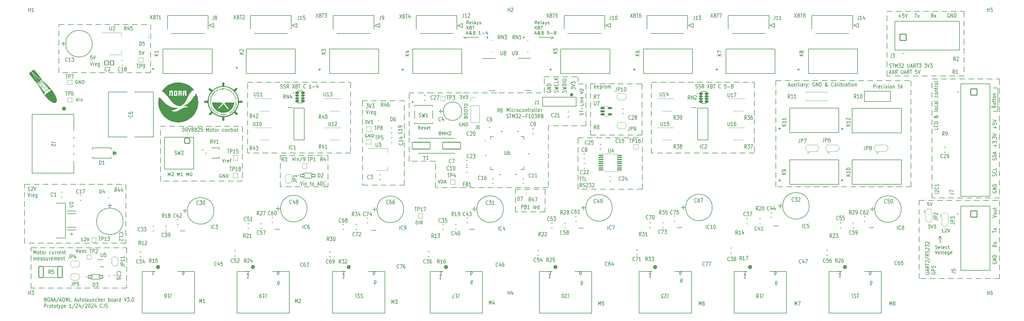
<source format=gto>
G04 #@! TF.GenerationSoftware,KiCad,Pcbnew,7.0.7*
G04 #@! TF.CreationDate,2024-01-25T11:55:39-05:00*
G04 #@! TF.ProjectId,AOML_AB_3.0_reorganized-v1,414f4d4c-5f41-4425-9f33-2e305f72656f,1*
G04 #@! TF.SameCoordinates,Original*
G04 #@! TF.FileFunction,Legend,Top*
G04 #@! TF.FilePolarity,Positive*
%FSLAX46Y46*%
G04 Gerber Fmt 4.6, Leading zero omitted, Abs format (unit mm)*
G04 Created by KiCad (PCBNEW 7.0.7) date 2024-01-25 11:55:39*
%MOMM*%
%LPD*%
G01*
G04 APERTURE LIST*
G04 Aperture macros list*
%AMRoundRect*
0 Rectangle with rounded corners*
0 $1 Rounding radius*
0 $2 $3 $4 $5 $6 $7 $8 $9 X,Y pos of 4 corners*
0 Add a 4 corners polygon primitive as box body*
4,1,4,$2,$3,$4,$5,$6,$7,$8,$9,$2,$3,0*
0 Add four circle primitives for the rounded corners*
1,1,$1+$1,$2,$3*
1,1,$1+$1,$4,$5*
1,1,$1+$1,$6,$7*
1,1,$1+$1,$8,$9*
0 Add four rect primitives between the rounded corners*
20,1,$1+$1,$2,$3,$4,$5,0*
20,1,$1+$1,$4,$5,$6,$7,0*
20,1,$1+$1,$6,$7,$8,$9,0*
20,1,$1+$1,$8,$9,$2,$3,0*%
%AMFreePoly0*
4,1,19,0.550000,-0.750000,0.000000,-0.750000,0.000000,-0.744911,-0.071157,-0.744911,-0.207708,-0.704816,-0.327430,-0.627875,-0.420627,-0.520320,-0.479746,-0.390866,-0.500000,-0.250000,-0.500000,0.250000,-0.479746,0.390866,-0.420627,0.520320,-0.327430,0.627875,-0.207708,0.704816,-0.071157,0.744911,0.000000,0.744911,0.000000,0.750000,0.550000,0.750000,0.550000,-0.750000,0.550000,-0.750000,
$1*%
%AMFreePoly1*
4,1,19,0.000000,0.744911,0.071157,0.744911,0.207708,0.704816,0.327430,0.627875,0.420627,0.520320,0.479746,0.390866,0.500000,0.250000,0.500000,-0.250000,0.479746,-0.390866,0.420627,-0.520320,0.327430,-0.627875,0.207708,-0.704816,0.071157,-0.744911,0.000000,-0.744911,0.000000,-0.750000,-0.550000,-0.750000,-0.550000,0.750000,0.000000,0.750000,0.000000,0.744911,0.000000,0.744911,
$1*%
%AMFreePoly2*
4,1,19,0.500000,-0.750000,0.000000,-0.750000,0.000000,-0.744911,-0.071157,-0.744911,-0.207708,-0.704816,-0.327430,-0.627875,-0.420627,-0.520320,-0.479746,-0.390866,-0.500000,-0.250000,-0.500000,0.250000,-0.479746,0.390866,-0.420627,0.520320,-0.327430,0.627875,-0.207708,0.704816,-0.071157,0.744911,0.000000,0.744911,0.000000,0.750000,0.500000,0.750000,0.500000,-0.750000,0.500000,-0.750000,
$1*%
%AMFreePoly3*
4,1,19,0.000000,0.744911,0.071157,0.744911,0.207708,0.704816,0.327430,0.627875,0.420627,0.520320,0.479746,0.390866,0.500000,0.250000,0.500000,-0.250000,0.479746,-0.390866,0.420627,-0.520320,0.327430,-0.627875,0.207708,-0.704816,0.071157,-0.744911,0.000000,-0.744911,0.000000,-0.750000,-0.500000,-0.750000,-0.500000,0.750000,0.000000,0.750000,0.000000,0.744911,0.000000,0.744911,
$1*%
G04 Aperture macros list end*
%ADD10C,0.150000*%
%ADD11C,0.200000*%
%ADD12C,0.152400*%
%ADD13C,0.127000*%
%ADD14C,0.120000*%
%ADD15C,0.508000*%
%ADD16C,1.270000*%
%ADD17R,1.520000X1.520000*%
%ADD18C,1.520000*%
%ADD19C,1.524000*%
%ADD20RoundRect,0.102000X-0.975000X0.975000X-0.975000X-0.975000X0.975000X-0.975000X0.975000X0.975000X0*%
%ADD21C,2.154000*%
%ADD22R,0.855600X1.250000*%
%ADD23R,1.016000X1.219200*%
%ADD24R,1.200000X0.800000*%
%ADD25C,5.000000*%
%ADD26R,0.650001X0.399999*%
%ADD27FreePoly0,0.000000*%
%ADD28R,1.000000X1.500000*%
%ADD29FreePoly1,0.000000*%
%ADD30R,1.305598X1.449997*%
%ADD31R,1.000000X1.000000*%
%ADD32RoundRect,0.150000X-0.512500X-0.150000X0.512500X-0.150000X0.512500X0.150000X-0.512500X0.150000X0*%
%ADD33R,1.066800X1.346200*%
%ADD34R,1.524000X1.524000*%
%ADD35R,2.000000X1.500000*%
%ADD36R,2.000000X3.800000*%
%ADD37FreePoly2,270.000000*%
%ADD38FreePoly3,270.000000*%
%ADD39C,3.327400*%
%ADD40RoundRect,0.102000X-0.550000X-0.690000X0.550000X-0.690000X0.550000X0.690000X-0.550000X0.690000X0*%
%ADD41R,1.651000X1.651000*%
%ADD42C,1.651000*%
%ADD43O,1.250000X0.549999*%
%ADD44R,1.525000X0.650000*%
%ADD45RoundRect,0.102000X0.730000X1.720000X-0.730000X1.720000X-0.730000X-1.720000X0.730000X-1.720000X0*%
%ADD46RoundRect,0.102000X-0.605000X-0.365000X0.605000X-0.365000X0.605000X0.365000X-0.605000X0.365000X0*%
%ADD47R,1.193800X0.304800*%
%ADD48R,0.304800X1.193800*%
%ADD49RoundRect,0.102000X2.800000X1.050000X-2.800000X1.050000X-2.800000X-1.050000X2.800000X-1.050000X0*%
%ADD50R,0.457200X0.812800*%
%ADD51FreePoly0,270.000000*%
%ADD52R,1.500000X1.000000*%
%ADD53FreePoly1,270.000000*%
%ADD54R,1.475000X0.450000*%
%ADD55R,3.100000X5.180000*%
%ADD56C,1.600000*%
%ADD57O,1.600000X1.600000*%
%ADD58R,0.889000X0.914400*%
%ADD59R,0.889000X0.406400*%
%ADD60R,1.600200X5.105400*%
%ADD61R,2.184400X1.625600*%
%ADD62RoundRect,0.102000X-0.975000X-0.975000X0.975000X-0.975000X0.975000X0.975000X-0.975000X0.975000X0*%
%ADD63C,1.784000*%
%ADD64RoundRect,0.102000X0.790000X0.790000X-0.790000X0.790000X-0.790000X-0.790000X0.790000X-0.790000X0*%
%ADD65R,1.700000X1.700000*%
%ADD66O,1.700000X1.700000*%
%ADD67R,3.200400X0.939800*%
%ADD68R,8.204200X10.591800*%
%ADD69RoundRect,0.193500X-0.358500X-0.213500X0.358500X-0.213500X0.358500X0.213500X-0.358500X0.213500X0*%
%ADD70RoundRect,0.170900X-0.381100X-0.196100X0.381100X-0.196100X0.381100X0.196100X-0.381100X0.196100X0*%
%ADD71R,1.397000X1.397000*%
%ADD72C,1.397000*%
%ADD73R,1.549400X0.939800*%
%ADD74R,2.133600X1.498600*%
%ADD75R,0.952500X0.558800*%
%ADD76R,1.168400X1.447800*%
%ADD77R,1.250000X0.855600*%
%ADD78FreePoly2,0.000000*%
%ADD79FreePoly3,0.000000*%
%ADD80RoundRect,0.100000X-0.637500X-0.100000X0.637500X-0.100000X0.637500X0.100000X-0.637500X0.100000X0*%
%ADD81R,1.320800X1.320800*%
%ADD82C,1.320800*%
%ADD83C,3.860800*%
G04 APERTURE END LIST*
D10*
X125288000Y-111000000D02*
X126938000Y-111000000D01*
X127538000Y-111000000D02*
X127538000Y-111000000D01*
X128138000Y-111000000D02*
X129788000Y-111000000D01*
X130388000Y-111000000D02*
X130388000Y-111000000D01*
X130988000Y-111000000D02*
X132638000Y-111000000D01*
X133238000Y-111000000D02*
X133238000Y-111000000D01*
X133838000Y-111000000D02*
X135488000Y-111000000D01*
X136088000Y-111000000D02*
X136088000Y-111000000D01*
X136688000Y-111000000D02*
X138338000Y-111000000D01*
X138938000Y-111000000D02*
X138938000Y-111000000D01*
X139538000Y-111000000D02*
X141188000Y-111000000D01*
X141788000Y-111000000D02*
X141788000Y-111000000D01*
X142388000Y-111000000D02*
X144038000Y-111000000D01*
X144638000Y-111000000D02*
X144638000Y-111000000D01*
X145238000Y-111000000D02*
X146888000Y-111000000D01*
X147488000Y-111000000D02*
X147488000Y-111000000D01*
X148088000Y-111000000D02*
X149738000Y-111000000D01*
X150338000Y-111000000D02*
X150338000Y-111000000D01*
X150938000Y-111000000D02*
X152588000Y-111000000D01*
X153188000Y-111000000D02*
X153188000Y-111000000D01*
X153788000Y-111000000D02*
X155438000Y-111000000D01*
X156038000Y-111000000D02*
X156038000Y-111000000D01*
X156638000Y-111000000D02*
X157288000Y-111000000D01*
X157288000Y-111000000D02*
X157288000Y-112650000D01*
X157288000Y-113250000D02*
X157288000Y-113250000D01*
X157288000Y-113850000D02*
X157288000Y-115500000D01*
X157288000Y-116100000D02*
X157288000Y-116100000D01*
X157288000Y-116700000D02*
X157288000Y-118350000D01*
X157288000Y-118950000D02*
X157288000Y-118950000D01*
X157288000Y-119550000D02*
X157288000Y-121200000D01*
X157288000Y-121800000D02*
X157288000Y-121800000D01*
X157288000Y-122400000D02*
X157288000Y-124050000D01*
X157288000Y-124650000D02*
X157288000Y-124650000D01*
X157288000Y-125250000D02*
X157288000Y-126900000D01*
X157288000Y-127500000D02*
X157288000Y-127500000D01*
X157288000Y-128100000D02*
X157288000Y-129750000D01*
X157288000Y-130350000D02*
X157288000Y-130350000D01*
X157288000Y-130950000D02*
X157288000Y-132600000D01*
X157288000Y-133000000D02*
X155638000Y-133000000D01*
X155038000Y-133000000D02*
X155038000Y-133000000D01*
X154438000Y-133000000D02*
X152788000Y-133000000D01*
X152188000Y-133000000D02*
X152188000Y-133000000D01*
X151588000Y-133000000D02*
X149938000Y-133000000D01*
X149338000Y-133000000D02*
X149338000Y-133000000D01*
X148738000Y-133000000D02*
X147088000Y-133000000D01*
X146488000Y-133000000D02*
X146488000Y-133000000D01*
X145888000Y-133000000D02*
X144238000Y-133000000D01*
X143638000Y-133000000D02*
X143638000Y-133000000D01*
X143038000Y-133000000D02*
X141388000Y-133000000D01*
X140788000Y-133000000D02*
X140788000Y-133000000D01*
X140188000Y-133000000D02*
X138538000Y-133000000D01*
X137938000Y-133000000D02*
X137938000Y-133000000D01*
X137338000Y-133000000D02*
X135688000Y-133000000D01*
X135088000Y-133000000D02*
X135088000Y-133000000D01*
X134488000Y-133000000D02*
X132838000Y-133000000D01*
X132238000Y-133000000D02*
X132238000Y-133000000D01*
X131638000Y-133000000D02*
X129988000Y-133000000D01*
X129388000Y-133000000D02*
X129388000Y-133000000D01*
X128788000Y-133000000D02*
X127138000Y-133000000D01*
X126538000Y-133000000D02*
X126538000Y-133000000D01*
X125938000Y-133000000D02*
X125288000Y-133000000D01*
X125288000Y-133000000D02*
X125288000Y-131350000D01*
X125288000Y-130750000D02*
X125288000Y-130750000D01*
X125288000Y-130150000D02*
X125288000Y-128500000D01*
X125288000Y-127900000D02*
X125288000Y-127900000D01*
X125288000Y-127300000D02*
X125288000Y-125650000D01*
X125288000Y-125050000D02*
X125288000Y-125050000D01*
X125288000Y-124450000D02*
X125288000Y-122800000D01*
X125288000Y-122200000D02*
X125288000Y-122200000D01*
X125288000Y-121600000D02*
X125288000Y-119950000D01*
X125288000Y-119350000D02*
X125288000Y-119350000D01*
X125288000Y-118750000D02*
X125288000Y-117100000D01*
X125288000Y-116500000D02*
X125288000Y-116500000D01*
X125288000Y-115900000D02*
X125288000Y-114250000D01*
X125288000Y-113650000D02*
X125288000Y-113650000D01*
X125288000Y-113050000D02*
X125288000Y-111400000D01*
X357000000Y-120000000D02*
X358250000Y-120000000D01*
X66650000Y-93000000D02*
X68300000Y-93000000D01*
X68900000Y-93000000D02*
X68900000Y-93000000D01*
X69500000Y-93000000D02*
X71150000Y-93000000D01*
X71750000Y-93000000D02*
X71750000Y-93000000D01*
X72350000Y-93000000D02*
X74000000Y-93000000D01*
X74600000Y-93000000D02*
X74600000Y-93000000D01*
X75200000Y-93000000D02*
X76850000Y-93000000D01*
X77450000Y-93000000D02*
X77450000Y-93000000D01*
X78050000Y-93000000D02*
X79700000Y-93000000D01*
X80300000Y-93000000D02*
X80300000Y-93000000D01*
X80900000Y-93000000D02*
X82550000Y-93000000D01*
X83150000Y-93000000D02*
X83150000Y-93000000D01*
X83750000Y-93000000D02*
X85400000Y-93000000D01*
X86000000Y-93000000D02*
X86000000Y-93000000D01*
X86600000Y-93000000D02*
X88250000Y-93000000D01*
X88850000Y-93000000D02*
X88850000Y-93000000D01*
X89450000Y-93000000D02*
X91100000Y-93000000D01*
X91700000Y-93000000D02*
X91700000Y-93000000D01*
X92300000Y-93000000D02*
X93950000Y-93000000D01*
X94550000Y-93000000D02*
X94550000Y-93000000D01*
X95150000Y-93000000D02*
X95150000Y-93000000D01*
X95150000Y-93000000D02*
X95150000Y-94650000D01*
X95150000Y-95250000D02*
X95150000Y-95250000D01*
X95150000Y-95850000D02*
X95150000Y-97500000D01*
X95150000Y-98100000D02*
X95150000Y-98100000D01*
X95150000Y-98700000D02*
X95150000Y-100350000D01*
X95150000Y-100950000D02*
X95150000Y-100950000D01*
X95150000Y-101550000D02*
X95150000Y-103200000D01*
X95150000Y-103800000D02*
X95150000Y-103800000D01*
X95150000Y-104400000D02*
X95150000Y-106050000D01*
X95150000Y-106650000D02*
X95150000Y-106650000D01*
X95150000Y-107250000D02*
X95150000Y-108000000D01*
X95150000Y-108000000D02*
X93500000Y-108000000D01*
X92900000Y-108000000D02*
X92900000Y-108000000D01*
X92300000Y-108000000D02*
X90650000Y-108000000D01*
X90050000Y-108000000D02*
X90050000Y-108000000D01*
X89450000Y-108000000D02*
X87800000Y-108000000D01*
X87200000Y-108000000D02*
X87200000Y-108000000D01*
X86600000Y-108000000D02*
X84950000Y-108000000D01*
X84350000Y-108000000D02*
X84350000Y-108000000D01*
X83750000Y-108000000D02*
X82100000Y-108000000D01*
X81500000Y-108000000D02*
X81500000Y-108000000D01*
X80900000Y-108000000D02*
X79250000Y-108000000D01*
X78650000Y-108000000D02*
X78650000Y-108000000D01*
X78050000Y-108000000D02*
X76400000Y-108000000D01*
X75800000Y-108000000D02*
X75800000Y-108000000D01*
X75200000Y-108000000D02*
X73550000Y-108000000D01*
X72950000Y-108000000D02*
X72950000Y-108000000D01*
X72350000Y-108000000D02*
X70700000Y-108000000D01*
X70100000Y-108000000D02*
X70100000Y-108000000D01*
X69500000Y-108000000D02*
X67850000Y-108000000D01*
X67250000Y-108000000D02*
X67250000Y-108000000D01*
X66650000Y-108000000D02*
X66650000Y-108000000D01*
X66650000Y-108000000D02*
X66650000Y-106350000D01*
X66650000Y-105750000D02*
X66650000Y-105750000D01*
X66650000Y-105150000D02*
X66650000Y-103500000D01*
X66650000Y-102900000D02*
X66650000Y-102900000D01*
X66650000Y-102300000D02*
X66650000Y-100650000D01*
X66650000Y-100050000D02*
X66650000Y-100050000D01*
X66650000Y-99450000D02*
X66650000Y-97800000D01*
X66650000Y-97200000D02*
X66650000Y-97200000D01*
X66650000Y-96600000D02*
X66650000Y-94950000D01*
X66650000Y-94350000D02*
X66650000Y-94350000D01*
X66650000Y-93750000D02*
X66650000Y-93000000D01*
X208500000Y-144250000D02*
X210150000Y-144250000D01*
X210750000Y-144250000D02*
X210750000Y-144250000D01*
X211350000Y-144250000D02*
X213000000Y-144250000D01*
X213600000Y-144250000D02*
X213600000Y-144250000D01*
X214200000Y-144250000D02*
X215850000Y-144250000D01*
X216450000Y-144250000D02*
X216450000Y-144250000D01*
X217050000Y-144250000D02*
X217750000Y-144250000D01*
X217750000Y-144250000D02*
X217750000Y-145900000D01*
X217750000Y-146500000D02*
X217750000Y-146500000D01*
X217750000Y-147100000D02*
X217750000Y-148750000D01*
X217750000Y-149350000D02*
X217750000Y-149350000D01*
X217750000Y-149950000D02*
X217750000Y-151250000D01*
X217750000Y-151250000D02*
X216100000Y-151250000D01*
X215500000Y-151250000D02*
X215500000Y-151250000D01*
X214900000Y-151250000D02*
X213250000Y-151250000D01*
X212650000Y-151250000D02*
X212650000Y-151250000D01*
X212050000Y-151250000D02*
X210400000Y-151250000D01*
X209800000Y-151250000D02*
X209800000Y-151250000D01*
X209200000Y-151250000D02*
X208500000Y-151250000D01*
X208500000Y-151250000D02*
X208500000Y-149600000D01*
X208500000Y-149000000D02*
X208500000Y-149000000D01*
X208500000Y-148400000D02*
X208500000Y-146750000D01*
X208500000Y-146150000D02*
X208500000Y-146150000D01*
X208500000Y-145550000D02*
X208500000Y-144250000D01*
X250795000Y-111000000D02*
X252445000Y-111000000D01*
X253045000Y-111000000D02*
X253045000Y-111000000D01*
X253645000Y-111000000D02*
X255295000Y-111000000D01*
X255895000Y-111000000D02*
X255895000Y-111000000D01*
X256495000Y-111000000D02*
X258145000Y-111000000D01*
X258745000Y-111000000D02*
X258745000Y-111000000D01*
X259345000Y-111000000D02*
X260995000Y-111000000D01*
X261595000Y-111000000D02*
X261595000Y-111000000D01*
X262195000Y-111000000D02*
X263845000Y-111000000D01*
X264445000Y-111000000D02*
X264445000Y-111000000D01*
X265045000Y-111000000D02*
X266695000Y-111000000D01*
X267295000Y-111000000D02*
X267295000Y-111000000D01*
X267895000Y-111000000D02*
X269545000Y-111000000D01*
X270145000Y-111000000D02*
X270145000Y-111000000D01*
X270745000Y-111000000D02*
X272395000Y-111000000D01*
X272995000Y-111000000D02*
X272995000Y-111000000D01*
X273595000Y-111000000D02*
X275245000Y-111000000D01*
X275845000Y-111000000D02*
X275845000Y-111000000D01*
X276445000Y-111000000D02*
X278095000Y-111000000D01*
X278695000Y-111000000D02*
X278695000Y-111000000D01*
X279295000Y-111000000D02*
X280945000Y-111000000D01*
X281545000Y-111000000D02*
X281545000Y-111000000D01*
X282145000Y-111000000D02*
X282795000Y-111000000D01*
X282795000Y-111000000D02*
X282795000Y-112650000D01*
X282795000Y-113250000D02*
X282795000Y-113250000D01*
X282795000Y-113850000D02*
X282795000Y-115500000D01*
X282795000Y-116100000D02*
X282795000Y-116100000D01*
X282795000Y-116700000D02*
X282795000Y-118350000D01*
X282795000Y-118950000D02*
X282795000Y-118950000D01*
X282795000Y-119550000D02*
X282795000Y-121200000D01*
X282795000Y-121800000D02*
X282795000Y-121800000D01*
X282795000Y-122400000D02*
X282795000Y-124050000D01*
X282795000Y-124650000D02*
X282795000Y-124650000D01*
X282795000Y-125250000D02*
X282795000Y-126900000D01*
X282795000Y-127500000D02*
X282795000Y-127500000D01*
X282795000Y-128100000D02*
X282795000Y-129750000D01*
X282795000Y-130350000D02*
X282795000Y-130350000D01*
X282795000Y-130950000D02*
X282795000Y-132600000D01*
X282795000Y-133000000D02*
X281145000Y-133000000D01*
X280545000Y-133000000D02*
X280545000Y-133000000D01*
X279945000Y-133000000D02*
X278295000Y-133000000D01*
X277695000Y-133000000D02*
X277695000Y-133000000D01*
X277095000Y-133000000D02*
X275445000Y-133000000D01*
X274845000Y-133000000D02*
X274845000Y-133000000D01*
X274245000Y-133000000D02*
X272595000Y-133000000D01*
X271995000Y-133000000D02*
X271995000Y-133000000D01*
X271395000Y-133000000D02*
X269745000Y-133000000D01*
X269145000Y-133000000D02*
X269145000Y-133000000D01*
X268545000Y-133000000D02*
X266895000Y-133000000D01*
X266295000Y-133000000D02*
X266295000Y-133000000D01*
X265695000Y-133000000D02*
X264045000Y-133000000D01*
X263445000Y-133000000D02*
X263445000Y-133000000D01*
X262845000Y-133000000D02*
X261195000Y-133000000D01*
X260595000Y-133000000D02*
X260595000Y-133000000D01*
X259995000Y-133000000D02*
X258345000Y-133000000D01*
X257745000Y-133000000D02*
X257745000Y-133000000D01*
X257145000Y-133000000D02*
X255495000Y-133000000D01*
X254895000Y-133000000D02*
X254895000Y-133000000D01*
X254295000Y-133000000D02*
X252645000Y-133000000D01*
X252045000Y-133000000D02*
X252045000Y-133000000D01*
X251445000Y-133000000D02*
X250795000Y-133000000D01*
X250795000Y-133000000D02*
X250795000Y-131350000D01*
X250795000Y-130750000D02*
X250795000Y-130750000D01*
X250795000Y-130150000D02*
X250795000Y-128500000D01*
X250795000Y-127900000D02*
X250795000Y-127900000D01*
X250795000Y-127300000D02*
X250795000Y-125650000D01*
X250795000Y-125050000D02*
X250795000Y-125050000D01*
X250795000Y-124450000D02*
X250795000Y-122800000D01*
X250795000Y-122200000D02*
X250795000Y-122200000D01*
X250795000Y-121600000D02*
X250795000Y-119950000D01*
X250795000Y-119350000D02*
X250795000Y-119350000D01*
X250795000Y-118750000D02*
X250795000Y-117100000D01*
X250795000Y-116500000D02*
X250795000Y-116500000D01*
X250795000Y-115900000D02*
X250795000Y-114250000D01*
X250795000Y-113650000D02*
X250795000Y-113650000D01*
X250795000Y-113050000D02*
X250795000Y-111400000D01*
X338000000Y-110000000D02*
X339650000Y-110000000D01*
X340250000Y-110000000D02*
X340250000Y-110000000D01*
X340850000Y-110000000D02*
X342500000Y-110000000D01*
X343100000Y-110000000D02*
X343100000Y-110000000D01*
X343700000Y-110000000D02*
X345350000Y-110000000D01*
X345950000Y-110000000D02*
X345950000Y-110000000D01*
X346550000Y-110000000D02*
X348200000Y-110000000D01*
X348800000Y-110000000D02*
X348800000Y-110000000D01*
X349400000Y-110000000D02*
X351050000Y-110000000D01*
X351650000Y-110000000D02*
X351650000Y-110000000D01*
X352250000Y-110000000D02*
X353900000Y-110000000D01*
X354500000Y-110000000D02*
X354500000Y-110000000D01*
X355100000Y-110000000D02*
X356750000Y-110000000D01*
X357350000Y-110000000D02*
X357350000Y-110000000D01*
X357950000Y-110000000D02*
X359000000Y-110000000D01*
X359000000Y-110000000D02*
X359000000Y-111650000D01*
X359000000Y-112250000D02*
X359000000Y-112250000D01*
X359000000Y-112850000D02*
X359000000Y-114500000D01*
X359000000Y-115100000D02*
X359000000Y-115100000D01*
X359000000Y-115700000D02*
X359000000Y-117350000D01*
X359000000Y-117950000D02*
X359000000Y-117950000D01*
X359000000Y-118550000D02*
X359000000Y-120200000D01*
X359000000Y-120800000D02*
X359000000Y-120800000D01*
X359000000Y-121400000D02*
X359000000Y-123050000D01*
X359000000Y-123650000D02*
X359000000Y-123650000D01*
X359000000Y-124250000D02*
X359000000Y-125900000D01*
X359000000Y-126500000D02*
X359000000Y-126500000D01*
X359000000Y-127100000D02*
X359000000Y-128750000D01*
X359000000Y-129350000D02*
X359000000Y-129350000D01*
X359000000Y-129950000D02*
X359000000Y-131600000D01*
X359000000Y-132200000D02*
X359000000Y-132200000D01*
X359000000Y-132800000D02*
X359000000Y-134450000D01*
X359000000Y-135050000D02*
X359000000Y-135050000D01*
X359000000Y-135650000D02*
X359000000Y-137300000D01*
X359000000Y-137900000D02*
X359000000Y-137900000D01*
X359000000Y-138500000D02*
X359000000Y-140150000D01*
X359000000Y-140750000D02*
X359000000Y-140750000D01*
X359000000Y-141350000D02*
X359000000Y-143000000D01*
X359000000Y-143600000D02*
X359000000Y-143600000D01*
X359000000Y-144200000D02*
X359000000Y-145850000D01*
X359000000Y-146450000D02*
X359000000Y-146450000D01*
X359000000Y-147000000D02*
X357350000Y-147000000D01*
X356750000Y-147000000D02*
X356750000Y-147000000D01*
X356150000Y-147000000D02*
X354500000Y-147000000D01*
X353900000Y-147000000D02*
X353900000Y-147000000D01*
X353300000Y-147000000D02*
X351650000Y-147000000D01*
X351050000Y-147000000D02*
X351050000Y-147000000D01*
X350450000Y-147000000D02*
X348800000Y-147000000D01*
X348200000Y-147000000D02*
X348200000Y-147000000D01*
X347600000Y-147000000D02*
X345950000Y-147000000D01*
X345350000Y-147000000D02*
X345350000Y-147000000D01*
X344750000Y-147000000D02*
X343100000Y-147000000D01*
X342500000Y-147000000D02*
X342500000Y-147000000D01*
X341900000Y-147000000D02*
X340250000Y-147000000D01*
X339650000Y-147000000D02*
X339650000Y-147000000D01*
X339050000Y-147000000D02*
X338000000Y-147000000D01*
X338000000Y-147000000D02*
X338000000Y-145350000D01*
X338000000Y-144750000D02*
X338000000Y-144750000D01*
X338000000Y-144150000D02*
X338000000Y-142500000D01*
X338000000Y-141900000D02*
X338000000Y-141900000D01*
X338000000Y-141300000D02*
X338000000Y-139650000D01*
X338000000Y-139050000D02*
X338000000Y-139050000D01*
X338000000Y-138450000D02*
X338000000Y-136800000D01*
X338000000Y-136200000D02*
X338000000Y-136200000D01*
X338000000Y-135600000D02*
X338000000Y-133950000D01*
X338000000Y-133350000D02*
X338000000Y-133350000D01*
X338000000Y-132750000D02*
X338000000Y-131100000D01*
X338000000Y-130500000D02*
X338000000Y-130500000D01*
X338000000Y-129900000D02*
X338000000Y-128250000D01*
X338000000Y-127650000D02*
X338000000Y-127650000D01*
X338000000Y-127050000D02*
X338000000Y-125400000D01*
X338000000Y-124800000D02*
X338000000Y-124800000D01*
X338000000Y-124200000D02*
X338000000Y-122550000D01*
X338000000Y-121950000D02*
X338000000Y-121950000D01*
X338000000Y-121350000D02*
X338000000Y-119700000D01*
X338000000Y-119100000D02*
X338000000Y-119100000D01*
X338000000Y-118500000D02*
X338000000Y-116850000D01*
X338000000Y-116250000D02*
X338000000Y-116250000D01*
X338000000Y-115650000D02*
X338000000Y-114000000D01*
X338000000Y-113400000D02*
X338000000Y-113400000D01*
X338000000Y-112800000D02*
X338000000Y-111150000D01*
X338000000Y-110550000D02*
X338000000Y-110550000D01*
X220500000Y-97000000D02*
X219500000Y-97500000D01*
X289501400Y-110480000D02*
X291151400Y-110480000D01*
X291751400Y-110480000D02*
X291751400Y-110480000D01*
X292351400Y-110480000D02*
X294001400Y-110480000D01*
X294601400Y-110480000D02*
X294601400Y-110480000D01*
X295201400Y-110480000D02*
X296851400Y-110480000D01*
X297451400Y-110480000D02*
X297451400Y-110480000D01*
X298051400Y-110480000D02*
X299701400Y-110480000D01*
X300301400Y-110480000D02*
X300301400Y-110480000D01*
X300901400Y-110480000D02*
X302551400Y-110480000D01*
X303151400Y-110480000D02*
X303151400Y-110480000D01*
X303751400Y-110480000D02*
X305401400Y-110480000D01*
X306001400Y-110480000D02*
X306001400Y-110480000D01*
X306601400Y-110480000D02*
X308251400Y-110480000D01*
X308851400Y-110480000D02*
X308851400Y-110480000D01*
X309451400Y-110480000D02*
X311101400Y-110480000D01*
X311701400Y-110480000D02*
X311701400Y-110480000D01*
X312301400Y-110480000D02*
X313951400Y-110480000D01*
X314551400Y-110480000D02*
X314551400Y-110480000D01*
X315151400Y-110480000D02*
X316801400Y-110480000D01*
X317401400Y-110480000D02*
X317401400Y-110480000D01*
X318001400Y-110480000D02*
X319651400Y-110480000D01*
X320251400Y-110480000D02*
X320251400Y-110480000D01*
X320851400Y-110480000D02*
X322501400Y-110480000D01*
X323101400Y-110480000D02*
X323101400Y-110480000D01*
X323701400Y-110480000D02*
X325351400Y-110480000D01*
X325951400Y-110480000D02*
X325951400Y-110480000D01*
X326551400Y-110480000D02*
X328201400Y-110480000D01*
X328801400Y-110480000D02*
X328801400Y-110480000D01*
X329401400Y-110480000D02*
X331051400Y-110480000D01*
X331501400Y-110480000D02*
X331501400Y-112130000D01*
X331501400Y-112730000D02*
X331501400Y-112730000D01*
X331501400Y-113330000D02*
X331501400Y-114980000D01*
X331501400Y-115580000D02*
X331501400Y-115580000D01*
X331501400Y-116180000D02*
X331501400Y-117830000D01*
X331501400Y-118430000D02*
X331501400Y-118430000D01*
X331501400Y-119030000D02*
X331501400Y-120680000D01*
X331501400Y-121280000D02*
X331501400Y-121280000D01*
X331501400Y-121880000D02*
X331501400Y-123530000D01*
X331501400Y-124130000D02*
X331501400Y-124130000D01*
X331501400Y-124730000D02*
X331501400Y-126380000D01*
X331501400Y-126980000D02*
X331501400Y-126980000D01*
X331501400Y-127580000D02*
X331501400Y-129230000D01*
X331501400Y-129830000D02*
X331501400Y-129830000D01*
X331501400Y-130430000D02*
X331501400Y-132080000D01*
X331501400Y-132680000D02*
X331501400Y-132680000D01*
X331501400Y-133280000D02*
X331501400Y-134930000D01*
X331501400Y-135530000D02*
X331501400Y-135530000D01*
X331501400Y-136130000D02*
X331501400Y-137780000D01*
X331501400Y-138380000D02*
X331501400Y-138380000D01*
X331501400Y-138980000D02*
X331501400Y-140630000D01*
X331501400Y-141230000D02*
X331501400Y-141230000D01*
X331501400Y-141830000D02*
X331501400Y-143480000D01*
X331501400Y-143480000D02*
X329851400Y-143480000D01*
X329251400Y-143480000D02*
X329251400Y-143480000D01*
X328651400Y-143480000D02*
X327001400Y-143480000D01*
X326401400Y-143480000D02*
X326401400Y-143480000D01*
X325801400Y-143480000D02*
X324151400Y-143480000D01*
X323551400Y-143480000D02*
X323551400Y-143480000D01*
X322951400Y-143480000D02*
X321301400Y-143480000D01*
X320701400Y-143480000D02*
X320701400Y-143480000D01*
X320101400Y-143480000D02*
X318451400Y-143480000D01*
X317851400Y-143480000D02*
X317851400Y-143480000D01*
X317251400Y-143480000D02*
X315601400Y-143480000D01*
X315001400Y-143480000D02*
X315001400Y-143480000D01*
X314401400Y-143480000D02*
X312751400Y-143480000D01*
X312151400Y-143480000D02*
X312151400Y-143480000D01*
X311551400Y-143480000D02*
X309901400Y-143480000D01*
X309301400Y-143480000D02*
X309301400Y-143480000D01*
X308701400Y-143480000D02*
X307051400Y-143480000D01*
X306451400Y-143480000D02*
X306451400Y-143480000D01*
X305851400Y-143480000D02*
X304201400Y-143480000D01*
X303601400Y-143480000D02*
X303601400Y-143480000D01*
X303001400Y-143480000D02*
X301351400Y-143480000D01*
X300751400Y-143480000D02*
X300751400Y-143480000D01*
X300151400Y-143480000D02*
X298501400Y-143480000D01*
X297901400Y-143480000D02*
X297901400Y-143480000D01*
X297301400Y-143480000D02*
X295651400Y-143480000D01*
X295051400Y-143480000D02*
X295051400Y-143480000D01*
X294451400Y-143480000D02*
X292801400Y-143480000D01*
X292201400Y-143480000D02*
X292201400Y-143480000D01*
X291601400Y-143480000D02*
X289951400Y-143480000D01*
X289501400Y-143480000D02*
X289501400Y-141830000D01*
X289501400Y-141230000D02*
X289501400Y-141230000D01*
X289501400Y-140630000D02*
X289501400Y-138980000D01*
X289501400Y-138380000D02*
X289501400Y-138380000D01*
X289501400Y-137780000D02*
X289501400Y-136130000D01*
X289501400Y-135530000D02*
X289501400Y-135530000D01*
X289501400Y-134930000D02*
X289501400Y-133280000D01*
X289501400Y-132680000D02*
X289501400Y-132680000D01*
X289501400Y-132080000D02*
X289501400Y-130430000D01*
X289501400Y-129830000D02*
X289501400Y-129830000D01*
X289501400Y-129230000D02*
X289501400Y-127580000D01*
X289501400Y-126980000D02*
X289501400Y-126980000D01*
X289501400Y-126380000D02*
X289501400Y-124730000D01*
X289501400Y-124130000D02*
X289501400Y-124130000D01*
X289501400Y-123530000D02*
X289501400Y-121880000D01*
X289501400Y-121280000D02*
X289501400Y-121280000D01*
X289501400Y-120680000D02*
X289501400Y-119030000D01*
X289501400Y-118430000D02*
X289501400Y-118430000D01*
X289501400Y-117830000D02*
X289501400Y-116180000D01*
X289501400Y-115580000D02*
X289501400Y-115580000D01*
X289501400Y-114980000D02*
X289501400Y-113330000D01*
X289501400Y-112730000D02*
X289501400Y-112730000D01*
X289501400Y-112130000D02*
X289501400Y-110480000D01*
X98190000Y-124711200D02*
X99840000Y-124711200D01*
X100440000Y-124711200D02*
X100440000Y-124711200D01*
X101040000Y-124711200D02*
X102690000Y-124711200D01*
X103290000Y-124711200D02*
X103290000Y-124711200D01*
X103890000Y-124711200D02*
X105540000Y-124711200D01*
X106140000Y-124711200D02*
X106140000Y-124711200D01*
X106740000Y-124711200D02*
X108390000Y-124711200D01*
X108990000Y-124711200D02*
X108990000Y-124711200D01*
X109590000Y-124711200D02*
X111240000Y-124711200D01*
X111840000Y-124711200D02*
X111840000Y-124711200D01*
X112440000Y-124711200D02*
X114090000Y-124711200D01*
X114690000Y-124711200D02*
X114690000Y-124711200D01*
X115290000Y-124711200D02*
X116940000Y-124711200D01*
X117540000Y-124711200D02*
X117540000Y-124711200D01*
X118140000Y-124711200D02*
X119790000Y-124711200D01*
X120390000Y-124711200D02*
X120390000Y-124711200D01*
X120990000Y-124711200D02*
X122640000Y-124711200D01*
X123240000Y-124711200D02*
X123240000Y-124711200D01*
X123690000Y-124711200D02*
X123690000Y-126361200D01*
X123690000Y-126961200D02*
X123690000Y-126961200D01*
X123690000Y-127561200D02*
X123690000Y-129211200D01*
X123690000Y-129811200D02*
X123690000Y-129811200D01*
X123690000Y-130411200D02*
X123690000Y-132061200D01*
X123690000Y-132661200D02*
X123690000Y-132661200D01*
X123690000Y-133261200D02*
X123690000Y-134911200D01*
X123690000Y-135511200D02*
X123690000Y-135511200D01*
X123690000Y-136111200D02*
X123690000Y-137761200D01*
X123690000Y-138361200D02*
X123690000Y-138361200D01*
X123690000Y-138961200D02*
X123690000Y-140611200D01*
X123690000Y-141211200D02*
X123690000Y-141211200D01*
X123690000Y-141711200D02*
X122040000Y-141711200D01*
X121440000Y-141711200D02*
X121440000Y-141711200D01*
X120840000Y-141711200D02*
X119190000Y-141711200D01*
X118590000Y-141711200D02*
X118590000Y-141711200D01*
X117990000Y-141711200D02*
X116340000Y-141711200D01*
X115740000Y-141711200D02*
X115740000Y-141711200D01*
X115140000Y-141711200D02*
X113490000Y-141711200D01*
X112890000Y-141711200D02*
X112890000Y-141711200D01*
X112290000Y-141711200D02*
X110640000Y-141711200D01*
X110040000Y-141711200D02*
X110040000Y-141711200D01*
X109440000Y-141711200D02*
X107790000Y-141711200D01*
X107190000Y-141711200D02*
X107190000Y-141711200D01*
X106590000Y-141711200D02*
X104940000Y-141711200D01*
X104340000Y-141711200D02*
X104340000Y-141711200D01*
X103740000Y-141711200D02*
X102090000Y-141711200D01*
X101490000Y-141711200D02*
X101490000Y-141711200D01*
X100890000Y-141711200D02*
X99240000Y-141711200D01*
X98640000Y-141711200D02*
X98640000Y-141711200D01*
X98190000Y-141711200D02*
X98190000Y-140061200D01*
X98190000Y-139461200D02*
X98190000Y-139461200D01*
X98190000Y-138861200D02*
X98190000Y-137211200D01*
X98190000Y-136611200D02*
X98190000Y-136611200D01*
X98190000Y-136011200D02*
X98190000Y-134361200D01*
X98190000Y-133761200D02*
X98190000Y-133761200D01*
X98190000Y-133161200D02*
X98190000Y-131511200D01*
X98190000Y-130911200D02*
X98190000Y-130911200D01*
X98190000Y-130311200D02*
X98190000Y-128661200D01*
X98190000Y-128061200D02*
X98190000Y-128061200D01*
X98190000Y-127461200D02*
X98190000Y-125811200D01*
X98190000Y-125211200D02*
X98190000Y-125211200D01*
X215750000Y-97000000D02*
X220500000Y-97000000D01*
X56000000Y-142750000D02*
X57650000Y-142750000D01*
X58250000Y-142750000D02*
X58250000Y-142750000D01*
X58850000Y-142750000D02*
X60500000Y-142750000D01*
X61100000Y-142750000D02*
X61100000Y-142750000D01*
X61700000Y-142750000D02*
X63350000Y-142750000D01*
X63950000Y-142750000D02*
X63950000Y-142750000D01*
X64550000Y-142750000D02*
X66200000Y-142750000D01*
X66800000Y-142750000D02*
X66800000Y-142750000D01*
X67400000Y-142750000D02*
X69050000Y-142750000D01*
X69650000Y-142750000D02*
X69650000Y-142750000D01*
X70250000Y-142750000D02*
X71900000Y-142750000D01*
X72500000Y-142750000D02*
X72500000Y-142750000D01*
X73100000Y-142750000D02*
X74750000Y-142750000D01*
X75350000Y-142750000D02*
X75350000Y-142750000D01*
X75950000Y-142750000D02*
X77600000Y-142750000D01*
X78200000Y-142750000D02*
X78200000Y-142750000D01*
X78800000Y-142750000D02*
X80450000Y-142750000D01*
X81050000Y-142750000D02*
X81050000Y-142750000D01*
X81650000Y-142750000D02*
X83300000Y-142750000D01*
X83900000Y-142750000D02*
X83900000Y-142750000D01*
X84500000Y-142750000D02*
X86150000Y-142750000D01*
X86750000Y-142750000D02*
X86750000Y-142750000D01*
X87350000Y-142750000D02*
X87500000Y-142750000D01*
X87500000Y-142750000D02*
X87500000Y-144400000D01*
X87500000Y-145000000D02*
X87500000Y-145000000D01*
X87500000Y-145600000D02*
X87500000Y-147250000D01*
X87500000Y-147850000D02*
X87500000Y-147850000D01*
X87500000Y-148450000D02*
X87500000Y-150100000D01*
X87500000Y-150700000D02*
X87500000Y-150700000D01*
X87500000Y-151300000D02*
X87500000Y-152950000D01*
X87500000Y-153550000D02*
X87500000Y-153550000D01*
X87500000Y-154150000D02*
X87500000Y-155800000D01*
X87500000Y-156400000D02*
X87500000Y-156400000D01*
X87500000Y-157000000D02*
X87500000Y-158650000D01*
X87500000Y-159250000D02*
X87500000Y-159250000D01*
X87500000Y-159850000D02*
X87500000Y-161000000D01*
X87500000Y-161000000D02*
X85850000Y-161000000D01*
X85250000Y-161000000D02*
X85250000Y-161000000D01*
X84650000Y-161000000D02*
X83000000Y-161000000D01*
X82400000Y-161000000D02*
X82400000Y-161000000D01*
X81800000Y-161000000D02*
X80150000Y-161000000D01*
X79550000Y-161000000D02*
X79550000Y-161000000D01*
X78950000Y-161000000D02*
X77300000Y-161000000D01*
X76700000Y-161000000D02*
X76700000Y-161000000D01*
X76100000Y-161000000D02*
X74450000Y-161000000D01*
X73850000Y-161000000D02*
X73850000Y-161000000D01*
X73250000Y-161000000D02*
X71600000Y-161000000D01*
X71000000Y-161000000D02*
X71000000Y-161000000D01*
X70400000Y-161000000D02*
X68750000Y-161000000D01*
X68150000Y-161000000D02*
X68150000Y-161000000D01*
X67550000Y-161000000D02*
X65900000Y-161000000D01*
X65300000Y-161000000D02*
X65300000Y-161000000D01*
X64700000Y-161000000D02*
X63050000Y-161000000D01*
X62450000Y-161000000D02*
X62450000Y-161000000D01*
X61850000Y-161000000D02*
X60200000Y-161000000D01*
X59600000Y-161000000D02*
X59600000Y-161000000D01*
X59000000Y-161000000D02*
X57350000Y-161000000D01*
X56750000Y-161000000D02*
X56750000Y-161000000D01*
X56150000Y-161000000D02*
X56000000Y-161000000D01*
X56000000Y-161000000D02*
X56000000Y-159350000D01*
X56000000Y-158750000D02*
X56000000Y-158750000D01*
X56000000Y-158150000D02*
X56000000Y-156500000D01*
X56000000Y-155900000D02*
X56000000Y-155900000D01*
X56000000Y-155300000D02*
X56000000Y-153650000D01*
X56000000Y-153050000D02*
X56000000Y-153050000D01*
X56000000Y-152450000D02*
X56000000Y-150800000D01*
X56000000Y-150200000D02*
X56000000Y-150200000D01*
X56000000Y-149600000D02*
X56000000Y-147950000D01*
X56000000Y-147350000D02*
X56000000Y-147350000D01*
X56000000Y-146750000D02*
X56000000Y-145100000D01*
X56000000Y-144500000D02*
X56000000Y-144500000D01*
X56000000Y-143900000D02*
X56000000Y-142750000D01*
X231881800Y-111499999D02*
X233531800Y-111499999D01*
X234131800Y-111499999D02*
X234131800Y-111499999D01*
X234731800Y-111499999D02*
X236381800Y-111499999D01*
X236981800Y-111499999D02*
X236981800Y-111499999D01*
X237581800Y-111499999D02*
X239231800Y-111499999D01*
X239831800Y-111499999D02*
X239831800Y-111499999D01*
X240431800Y-111499999D02*
X242081800Y-111499999D01*
X242681800Y-111499999D02*
X242681800Y-111499999D01*
X243281800Y-111499999D02*
X244931800Y-111499999D01*
X245531800Y-111499999D02*
X245531800Y-111499999D01*
X246131800Y-111499999D02*
X247781800Y-111499999D01*
X247881800Y-111499999D02*
X247881800Y-113149999D01*
X247881800Y-113749999D02*
X247881800Y-113749999D01*
X247881800Y-114349999D02*
X247881800Y-115999999D01*
X247881800Y-116599999D02*
X247881800Y-116599999D01*
X247881800Y-117199999D02*
X247881800Y-118849999D01*
X247881800Y-119449999D02*
X247881800Y-119449999D01*
X247881800Y-120049999D02*
X247881800Y-121699999D01*
X247881800Y-122299999D02*
X247881800Y-122299999D01*
X247881800Y-122899999D02*
X247881800Y-124549999D01*
X247881800Y-125149999D02*
X247881800Y-125149999D01*
X247881800Y-125749999D02*
X247881800Y-127399999D01*
X247881800Y-127449999D02*
X246231800Y-127449999D01*
X245631800Y-127449999D02*
X245631800Y-127449999D01*
X245031800Y-127449999D02*
X243381800Y-127449999D01*
X242781800Y-127449999D02*
X242781800Y-127449999D01*
X242181800Y-127449999D02*
X240531800Y-127449999D01*
X239931800Y-127449999D02*
X239931800Y-127449999D01*
X239331800Y-127449999D02*
X237681800Y-127449999D01*
X237081800Y-127449999D02*
X237081800Y-127449999D01*
X236481800Y-127449999D02*
X234831800Y-127449999D01*
X234231800Y-127449999D02*
X234231800Y-127449999D01*
X233631800Y-127449999D02*
X231981800Y-127449999D01*
X231881800Y-127449999D02*
X231881800Y-125799999D01*
X231881800Y-125199999D02*
X231881800Y-125199999D01*
X231881800Y-124599999D02*
X231881800Y-122949999D01*
X231881800Y-122349999D02*
X231881800Y-122349999D01*
X231881800Y-121749999D02*
X231881800Y-120099999D01*
X231881800Y-119499999D02*
X231881800Y-119499999D01*
X231881800Y-118899999D02*
X231881800Y-117249999D01*
X231881800Y-116649999D02*
X231881800Y-116649999D01*
X231881800Y-116049999D02*
X231881800Y-114399999D01*
X231881800Y-113799999D02*
X231881800Y-113799999D01*
X231881800Y-113199999D02*
X231881800Y-111549999D01*
X340500000Y-161000000D02*
X340500000Y-158750000D01*
X174000000Y-116749999D02*
X172350000Y-116749999D01*
X171750000Y-116749999D02*
X171750000Y-116749999D01*
X171150000Y-116749999D02*
X169500000Y-116749999D01*
X168900000Y-116749999D02*
X168900000Y-116749999D01*
X168300000Y-116749999D02*
X166650000Y-116749999D01*
X166050000Y-116749999D02*
X166050000Y-116749999D01*
X165450000Y-116749999D02*
X163800000Y-116749999D01*
X163200000Y-116749999D02*
X163200000Y-116749999D01*
X162600000Y-116749999D02*
X161077800Y-116749999D01*
X161077800Y-116749999D02*
X161077800Y-118399999D01*
X161077800Y-118999999D02*
X161077800Y-118999999D01*
X161077800Y-119599999D02*
X161077800Y-121249999D01*
X161077800Y-121849999D02*
X161077800Y-121849999D01*
X161077800Y-122449999D02*
X161077800Y-124099999D01*
X161077800Y-124699999D02*
X161077800Y-124699999D01*
X161077800Y-125299999D02*
X161077800Y-126949999D01*
X161077800Y-127549999D02*
X161077800Y-127549999D01*
X161077800Y-128149999D02*
X161077800Y-129799999D01*
X161077800Y-130399999D02*
X161077800Y-130399999D01*
X161077800Y-130999999D02*
X161077800Y-132649999D01*
X161077800Y-133249999D02*
X161077800Y-133249999D01*
X161077800Y-133849999D02*
X161077800Y-135499999D01*
X161077800Y-136099999D02*
X161077800Y-136099999D01*
X161077800Y-136699999D02*
X161077800Y-138349999D01*
X161077800Y-138949999D02*
X161077800Y-138949999D01*
X161077800Y-139549999D02*
X161077800Y-141199999D01*
X161077800Y-141799999D02*
X161077800Y-141799999D01*
X161077800Y-142399999D02*
X161077800Y-142999999D01*
X161077800Y-142999999D02*
X162727800Y-142999999D01*
X163327800Y-142999999D02*
X163327800Y-142999999D01*
X163927800Y-142999999D02*
X165577800Y-142999999D01*
X166177800Y-142999999D02*
X166177800Y-142999999D01*
X166777800Y-142999999D02*
X168427800Y-142999999D01*
X169027800Y-142999999D02*
X169027800Y-142999999D01*
X169627800Y-142999999D02*
X171277800Y-142999999D01*
X171877800Y-142999999D02*
X171877800Y-142999999D01*
X172477800Y-142999999D02*
X174000000Y-142999999D01*
X174000000Y-142999999D02*
X174000000Y-141349999D01*
X174000000Y-140749999D02*
X174000000Y-140749999D01*
X174000000Y-140149999D02*
X174000000Y-139999999D01*
X174000000Y-139999999D02*
X174000000Y-138349999D01*
X174000000Y-137749999D02*
X174000000Y-137749999D01*
X174000000Y-137149999D02*
X174000000Y-135499999D01*
X174000000Y-134899999D02*
X174000000Y-134899999D01*
X174000000Y-134299999D02*
X174000000Y-134000000D01*
X174000000Y-134000000D02*
X174000000Y-132350000D01*
X174000000Y-131750000D02*
X174000000Y-131750000D01*
X174000000Y-131150000D02*
X174000000Y-129500000D01*
X174000000Y-128900000D02*
X174000000Y-128900000D01*
X174000000Y-128300000D02*
X174000000Y-126650000D01*
X174000000Y-126050000D02*
X174000000Y-126050000D01*
X174000000Y-125450000D02*
X174000000Y-123800000D01*
X174000000Y-123200000D02*
X174000000Y-123200000D01*
X174000000Y-122600000D02*
X174000000Y-120950000D01*
X174000000Y-120350000D02*
X174000000Y-120350000D01*
X174000000Y-119750000D02*
X174000000Y-118100000D01*
X174000000Y-117500000D02*
X174000000Y-117500000D01*
X174000000Y-116900000D02*
X174000000Y-116749999D01*
X135500000Y-133749999D02*
X137150000Y-133749999D01*
X137750000Y-133749999D02*
X137750000Y-133749999D01*
X138350000Y-133749999D02*
X140000000Y-133749999D01*
X140600000Y-133749999D02*
X140600000Y-133749999D01*
X141200000Y-133749999D02*
X142850000Y-133749999D01*
X143450000Y-133749999D02*
X143450000Y-133749999D01*
X144050000Y-133749999D02*
X145700000Y-133749999D01*
X146300000Y-133749999D02*
X146300000Y-133749999D01*
X146900000Y-133749999D02*
X148550000Y-133749999D01*
X149150000Y-133749999D02*
X149150000Y-133749999D01*
X149750000Y-133749999D02*
X150250000Y-133749999D01*
X150250000Y-133749999D02*
X150250000Y-135399999D01*
X150250000Y-135999999D02*
X150250000Y-135999999D01*
X150250000Y-136599999D02*
X150250000Y-138249999D01*
X150250000Y-138849999D02*
X150250000Y-138849999D01*
X150250000Y-139449999D02*
X150250000Y-141099999D01*
X150250000Y-141699999D02*
X150250000Y-141699999D01*
X150250000Y-142299999D02*
X150250000Y-143499999D01*
X150250000Y-143499999D02*
X148600000Y-143499999D01*
X148000000Y-143499999D02*
X148000000Y-143499999D01*
X147400000Y-143499999D02*
X145750000Y-143499999D01*
X145150000Y-143499999D02*
X145150000Y-143499999D01*
X144550000Y-143499999D02*
X142900000Y-143499999D01*
X142300000Y-143499999D02*
X142300000Y-143499999D01*
X141700000Y-143499999D02*
X140050000Y-143499999D01*
X139450000Y-143499999D02*
X139450000Y-143499999D01*
X138850000Y-143499999D02*
X137200000Y-143499999D01*
X136600000Y-143499999D02*
X136600000Y-143499999D01*
X136000000Y-143499999D02*
X135500000Y-143499999D01*
X135500000Y-143499999D02*
X135500000Y-141849999D01*
X135500000Y-141249999D02*
X135500000Y-141249999D01*
X135500000Y-140649999D02*
X135500000Y-138999999D01*
X135500000Y-138399999D02*
X135500000Y-138399999D01*
X135500000Y-137799999D02*
X135500000Y-136149999D01*
X135500000Y-135549999D02*
X135500000Y-135549999D01*
X135500000Y-134949999D02*
X135500000Y-133749999D01*
X58000000Y-162500000D02*
X59650000Y-162500000D01*
X60250000Y-162500000D02*
X60250000Y-162500000D01*
X60850000Y-162500000D02*
X62500000Y-162500000D01*
X63100000Y-162500000D02*
X63100000Y-162500000D01*
X63700000Y-162500000D02*
X65350000Y-162500000D01*
X65950000Y-162500000D02*
X65950000Y-162500000D01*
X66550000Y-162500000D02*
X68200000Y-162500000D01*
X68800000Y-162500000D02*
X68800000Y-162500000D01*
X69400000Y-162500000D02*
X71050000Y-162500000D01*
X71650000Y-162500000D02*
X71650000Y-162500000D01*
X72250000Y-162500000D02*
X73900000Y-162500000D01*
X74500000Y-162500000D02*
X74500000Y-162500000D01*
X75100000Y-162500000D02*
X76750000Y-162500000D01*
X77350000Y-162500000D02*
X77350000Y-162500000D01*
X77950000Y-162500000D02*
X79600000Y-162500000D01*
X80200000Y-162500000D02*
X80200000Y-162500000D01*
X80800000Y-162500000D02*
X82450000Y-162500000D01*
X83050000Y-162500000D02*
X83050000Y-162500000D01*
X83650000Y-162500000D02*
X85300000Y-162500000D01*
X85900000Y-162500000D02*
X85900000Y-162500000D01*
X86500000Y-162500000D02*
X87750000Y-162500000D01*
X87750000Y-162500000D02*
X87750000Y-164150000D01*
X87750000Y-164750000D02*
X87750000Y-164750000D01*
X87750000Y-165350000D02*
X87750000Y-167000000D01*
X87750000Y-167600000D02*
X87750000Y-167600000D01*
X87750000Y-168200000D02*
X87750000Y-169850000D01*
X87750000Y-170450000D02*
X87750000Y-170450000D01*
X87750000Y-171050000D02*
X87750000Y-172700000D01*
X87750000Y-173300000D02*
X87750000Y-173300000D01*
X87750000Y-173900000D02*
X87750000Y-175000000D01*
X87750000Y-175000000D02*
X86100000Y-175000000D01*
X85500000Y-175000000D02*
X85500000Y-175000000D01*
X84900000Y-175000000D02*
X83250000Y-175000000D01*
X82650000Y-175000000D02*
X82650000Y-175000000D01*
X82050000Y-175000000D02*
X80400000Y-175000000D01*
X79800000Y-175000000D02*
X79800000Y-175000000D01*
X79200000Y-175000000D02*
X77550000Y-175000000D01*
X76950000Y-175000000D02*
X76950000Y-175000000D01*
X76350000Y-175000000D02*
X74700000Y-175000000D01*
X74100000Y-175000000D02*
X74100000Y-175000000D01*
X73500000Y-175000000D02*
X71850000Y-175000000D01*
X71250000Y-175000000D02*
X71250000Y-175000000D01*
X70650000Y-175000000D02*
X69000000Y-175000000D01*
X68400000Y-175000000D02*
X68400000Y-175000000D01*
X67800000Y-175000000D02*
X66150000Y-175000000D01*
X65550000Y-175000000D02*
X65550000Y-175000000D01*
X64950000Y-175000000D02*
X63300000Y-175000000D01*
X62700000Y-175000000D02*
X62700000Y-175000000D01*
X62100000Y-175000000D02*
X60450000Y-175000000D01*
X59850000Y-175000000D02*
X59850000Y-175000000D01*
X59250000Y-175000000D02*
X58000000Y-175000000D01*
X58000000Y-175000000D02*
X58000000Y-173350000D01*
X58000000Y-172750000D02*
X58000000Y-172750000D01*
X58000000Y-172150000D02*
X58000000Y-170500000D01*
X58000000Y-169900000D02*
X58000000Y-169900000D01*
X58000000Y-169300000D02*
X58000000Y-167650000D01*
X58000000Y-167050000D02*
X58000000Y-167050000D01*
X58000000Y-166450000D02*
X58000000Y-164800000D01*
X58000000Y-164200000D02*
X58000000Y-164200000D01*
X58000000Y-163600000D02*
X58000000Y-162500000D01*
X358500000Y-120000000D02*
X358500000Y-112750000D01*
X324000000Y-89000000D02*
X325650000Y-89000000D01*
X326250000Y-89000000D02*
X326250000Y-89000000D01*
X326850000Y-89000000D02*
X328500000Y-89000000D01*
X329100000Y-89000000D02*
X329100000Y-89000000D01*
X329700000Y-89000000D02*
X331350000Y-89000000D01*
X331950000Y-89000000D02*
X331950000Y-89000000D01*
X332550000Y-89000000D02*
X334200000Y-89000000D01*
X334800000Y-89000000D02*
X334800000Y-89000000D01*
X335400000Y-89000000D02*
X337050000Y-89000000D01*
X337650000Y-89000000D02*
X337650000Y-89000000D01*
X338250000Y-89000000D02*
X339900000Y-89000000D01*
X340500000Y-89000000D02*
X340500000Y-89000000D01*
X341100000Y-89000000D02*
X342750000Y-89000000D01*
X343350000Y-89000000D02*
X343350000Y-89000000D01*
X343950000Y-89000000D02*
X345600000Y-89000000D01*
X346200000Y-89000000D02*
X346200000Y-89000000D01*
X346800000Y-89000000D02*
X348000000Y-89000000D01*
X348000000Y-89000000D02*
X348000000Y-90650000D01*
X348000000Y-91250000D02*
X348000000Y-91250000D01*
X348000000Y-91850000D02*
X348000000Y-93500000D01*
X348000000Y-94100000D02*
X348000000Y-94100000D01*
X348000000Y-94700000D02*
X348000000Y-96350000D01*
X348000000Y-96950000D02*
X348000000Y-96950000D01*
X348000000Y-97550000D02*
X348000000Y-99200000D01*
X348000000Y-99800000D02*
X348000000Y-99800000D01*
X348000000Y-100400000D02*
X348000000Y-102050000D01*
X348000000Y-102650000D02*
X348000000Y-102650000D01*
X348000000Y-103250000D02*
X348000000Y-104900000D01*
X348000000Y-105500000D02*
X348000000Y-105500000D01*
X348000000Y-106100000D02*
X348000000Y-107750000D01*
X348000000Y-108350000D02*
X348000000Y-108350000D01*
X348000000Y-108950000D02*
X348000000Y-109000000D01*
X348000000Y-109000000D02*
X346350000Y-109000000D01*
X345750000Y-109000000D02*
X345750000Y-109000000D01*
X345150000Y-109000000D02*
X343500000Y-109000000D01*
X342900000Y-109000000D02*
X342900000Y-109000000D01*
X342300000Y-109000000D02*
X340650000Y-109000000D01*
X340050000Y-109000000D02*
X340050000Y-109000000D01*
X339450000Y-109000000D02*
X337800000Y-109000000D01*
X337200000Y-109000000D02*
X337200000Y-109000000D01*
X336600000Y-109000000D02*
X334950000Y-109000000D01*
X334350000Y-109000000D02*
X334350000Y-109000000D01*
X333750000Y-109000000D02*
X332100000Y-109000000D01*
X331500000Y-109000000D02*
X331500000Y-109000000D01*
X330900000Y-109000000D02*
X329250000Y-109000000D01*
X328650000Y-109000000D02*
X328650000Y-109000000D01*
X328050000Y-109000000D02*
X326400000Y-109000000D01*
X325800000Y-109000000D02*
X325800000Y-109000000D01*
X325200000Y-109000000D02*
X324000000Y-109000000D01*
X324000000Y-109000000D02*
X324000000Y-107350000D01*
X324000000Y-106750000D02*
X324000000Y-106750000D01*
X324000000Y-106150000D02*
X324000000Y-104500000D01*
X324000000Y-103900000D02*
X324000000Y-103900000D01*
X324000000Y-103300000D02*
X324000000Y-101650000D01*
X324000000Y-101050000D02*
X324000000Y-101050000D01*
X324000000Y-100450000D02*
X324000000Y-98800000D01*
X324000000Y-98200000D02*
X324000000Y-98200000D01*
X324000000Y-97600000D02*
X324000000Y-95950000D01*
X324000000Y-95350000D02*
X324000000Y-95350000D01*
X324000000Y-94750000D02*
X324000000Y-93100000D01*
X324000000Y-92500000D02*
X324000000Y-92500000D01*
X324000000Y-91900000D02*
X324000000Y-90250000D01*
X324000000Y-89650000D02*
X324000000Y-89650000D01*
X324000000Y-89050000D02*
X324000000Y-89000000D01*
X340500000Y-158750000D02*
X341000000Y-159750000D01*
X358250000Y-112750000D02*
X357000000Y-112750000D01*
X228000000Y-128250000D02*
X229650000Y-128250000D01*
X230250000Y-128250000D02*
X230250000Y-128250000D01*
X230850000Y-128250000D02*
X232500000Y-128250000D01*
X233100000Y-128250000D02*
X233100000Y-128250000D01*
X233700000Y-128250000D02*
X235350000Y-128250000D01*
X235950000Y-128250000D02*
X235950000Y-128250000D01*
X236550000Y-128250000D02*
X238200000Y-128250000D01*
X238800000Y-128250000D02*
X238800000Y-128250000D01*
X239400000Y-128250000D02*
X241050000Y-128250000D01*
X241650000Y-128250000D02*
X241650000Y-128250000D01*
X242250000Y-128250000D02*
X243900000Y-128250000D01*
X244500000Y-128250000D02*
X244500000Y-128250000D01*
X245100000Y-128250000D02*
X246750000Y-128250000D01*
X247350000Y-128250000D02*
X247350000Y-128250000D01*
X247950000Y-128250000D02*
X248000000Y-128250000D01*
X248000000Y-128250000D02*
X248000000Y-129900000D01*
X248000000Y-130500000D02*
X248000000Y-130500000D01*
X248000000Y-131100000D02*
X248000000Y-132750000D01*
X248000000Y-133350000D02*
X248000000Y-133350000D01*
X248000000Y-133950000D02*
X248000000Y-135600000D01*
X248000000Y-136200000D02*
X248000000Y-136200000D01*
X248000000Y-136800000D02*
X248000000Y-138450000D01*
X248000000Y-139050000D02*
X248000000Y-139050000D01*
X248000000Y-139650000D02*
X248000000Y-141300000D01*
X248000000Y-141900000D02*
X248000000Y-141900000D01*
X248000000Y-142500000D02*
X248000000Y-144150000D01*
X248000000Y-144250000D02*
X246350000Y-144250000D01*
X245750000Y-144250000D02*
X245750000Y-144250000D01*
X245150000Y-144250000D02*
X243500000Y-144250000D01*
X242900000Y-144250000D02*
X242900000Y-144250000D01*
X242300000Y-144250000D02*
X240650000Y-144250000D01*
X240050000Y-144250000D02*
X240050000Y-144250000D01*
X239450000Y-144250000D02*
X237800000Y-144250000D01*
X237200000Y-144250000D02*
X237200000Y-144250000D01*
X236600000Y-144250000D02*
X234950000Y-144250000D01*
X234350000Y-144250000D02*
X234350000Y-144250000D01*
X233750000Y-144250000D02*
X232100000Y-144250000D01*
X231500000Y-144250000D02*
X231500000Y-144250000D01*
X230900000Y-144250000D02*
X229250000Y-144250000D01*
X228650000Y-144250000D02*
X228650000Y-144250000D01*
X228050000Y-144250000D02*
X228000000Y-144250000D01*
X228000000Y-144250000D02*
X228000000Y-142600000D01*
X228000000Y-142000000D02*
X228000000Y-142000000D01*
X228000000Y-141400000D02*
X228000000Y-139750000D01*
X228000000Y-139150000D02*
X228000000Y-139150000D01*
X228000000Y-138550000D02*
X228000000Y-136900000D01*
X228000000Y-136300000D02*
X228000000Y-136300000D01*
X228000000Y-135700000D02*
X228000000Y-134050000D01*
X228000000Y-133450000D02*
X228000000Y-133450000D01*
X228000000Y-132850000D02*
X228000000Y-131200000D01*
X228000000Y-130600000D02*
X228000000Y-130600000D01*
X228000000Y-130000000D02*
X228000000Y-128350000D01*
X197125000Y-97000000D02*
X192375000Y-97000000D01*
X203475001Y-114250000D02*
X205125001Y-114250000D01*
X205725001Y-114250000D02*
X205725001Y-114250000D01*
X206325001Y-114250000D02*
X207975001Y-114250000D01*
X208575001Y-114250000D02*
X208575001Y-114250000D01*
X209175001Y-114250000D02*
X210825001Y-114250000D01*
X211425001Y-114250000D02*
X211425001Y-114250000D01*
X212025001Y-114250000D02*
X213675001Y-114250000D01*
X214275001Y-114250000D02*
X214275001Y-114250000D01*
X214875001Y-114250000D02*
X216525001Y-114250000D01*
X217125001Y-114250000D02*
X217125001Y-114250000D01*
X217500000Y-114250000D02*
X217500000Y-112600000D01*
X217500000Y-112000000D02*
X217500000Y-112000000D01*
X217500000Y-111400000D02*
X217500000Y-109750000D01*
X217500000Y-109250000D02*
X219150000Y-109250000D01*
X219750000Y-109250000D02*
X219750000Y-109250000D01*
X220350000Y-109250000D02*
X222000000Y-109250000D01*
X222600000Y-109250000D02*
X222600000Y-109250000D01*
X223200000Y-109250000D02*
X224850000Y-109250000D01*
X225450000Y-109250000D02*
X225450000Y-109250000D01*
X226050000Y-109250000D02*
X227700000Y-109250000D01*
X228000000Y-109250000D02*
X228000000Y-110900000D01*
X228000000Y-111500000D02*
X228000000Y-111500000D01*
X228000000Y-111500000D02*
X229650000Y-111500000D01*
X230250000Y-111500000D02*
X230250000Y-111500000D01*
X230500000Y-111500000D02*
X230500000Y-113150000D01*
X230500000Y-113750000D02*
X230500000Y-113750000D01*
X230500000Y-114350000D02*
X230500000Y-116000000D01*
X230500000Y-116600000D02*
X230500000Y-116600000D01*
X230500000Y-117200000D02*
X230500000Y-118850000D01*
X230500000Y-119450000D02*
X230500000Y-119450000D01*
X230500000Y-120050000D02*
X230500000Y-121700000D01*
X230500000Y-122300000D02*
X230500000Y-122300000D01*
X230500000Y-122900000D02*
X230500000Y-124500000D01*
X230500000Y-124500000D02*
X228850000Y-124500000D01*
X228250000Y-124500000D02*
X228250000Y-124500000D01*
X227650000Y-124500000D02*
X226000000Y-124500000D01*
X225400000Y-124500000D02*
X225400000Y-124500000D01*
X224800000Y-124500000D02*
X223150000Y-124500000D01*
X222550000Y-124500000D02*
X222550000Y-124500000D01*
X221950000Y-124500000D02*
X220300000Y-124500000D01*
X219700000Y-124500000D02*
X219700000Y-124500000D01*
X219100000Y-124500000D02*
X218749999Y-124500000D01*
X218749999Y-124500000D02*
X218749999Y-126150000D01*
X218749999Y-126750000D02*
X218749999Y-126750000D01*
X218749999Y-127350000D02*
X218749999Y-129000000D01*
X218749999Y-129600000D02*
X218749999Y-129600000D01*
X218749999Y-130200000D02*
X218749999Y-131850000D01*
X218749999Y-132450000D02*
X218749999Y-132450000D01*
X218749999Y-133050000D02*
X218749999Y-134700000D01*
X218749999Y-135300000D02*
X218749999Y-135300000D01*
X218749999Y-135900000D02*
X218749999Y-137550000D01*
X218749999Y-138150000D02*
X218749999Y-138150000D01*
X218749999Y-138750000D02*
X218749999Y-140400000D01*
X218749999Y-141000000D02*
X218749999Y-141000000D01*
X218749999Y-141600000D02*
X218749999Y-143250000D01*
X218749999Y-143750000D02*
X217099999Y-143750000D01*
X216499999Y-143750000D02*
X216499999Y-143750000D01*
X215899999Y-143750000D02*
X214249999Y-143750000D01*
X213649999Y-143750000D02*
X213649999Y-143750000D01*
X213049999Y-143750000D02*
X211399999Y-143750000D01*
X210799999Y-143750000D02*
X210799999Y-143750000D01*
X210199999Y-143750000D02*
X208549999Y-143750000D01*
X207949999Y-143750000D02*
X207949999Y-143750000D01*
X207349999Y-143750000D02*
X205699999Y-143750000D01*
X205099999Y-143750000D02*
X205099999Y-143750000D01*
X204499999Y-143750000D02*
X202849999Y-143750000D01*
X202249999Y-143750000D02*
X202249999Y-143750000D01*
X201649999Y-143750000D02*
X199999999Y-143750000D01*
X199399999Y-143750000D02*
X199399999Y-143750000D01*
X198799999Y-143750000D02*
X197149999Y-143750000D01*
X196549999Y-143750000D02*
X196549999Y-143750000D01*
X195949999Y-143750000D02*
X194299999Y-143750000D01*
X193699999Y-143750000D02*
X193699999Y-143750000D01*
X193099999Y-143750000D02*
X191449999Y-143750000D01*
X190849999Y-143750000D02*
X190849999Y-143750000D01*
X190249999Y-143750000D02*
X188599999Y-143750000D01*
X187999999Y-143750000D02*
X187999999Y-143750000D01*
X187399999Y-143750000D02*
X185749999Y-143750000D01*
X185149999Y-143750000D02*
X185149999Y-143750000D01*
X184549999Y-143750000D02*
X183725001Y-143750000D01*
X183725001Y-143750000D02*
X183725001Y-142100000D01*
X183725001Y-141500000D02*
X183725001Y-141500000D01*
X183725001Y-140900000D02*
X183725001Y-139250000D01*
X183725001Y-138650000D02*
X183725001Y-138650000D01*
X183725001Y-138050000D02*
X183725001Y-136400000D01*
X183725001Y-135800000D02*
X183725001Y-135800000D01*
X183725001Y-135500000D02*
X182075001Y-135500000D01*
X181475001Y-135500000D02*
X181475001Y-135500000D01*
X180875001Y-135500000D02*
X179225001Y-135500000D01*
X178625001Y-135500000D02*
X178625001Y-135500000D01*
X178025001Y-135500000D02*
X176375001Y-135500000D01*
X175775001Y-135500000D02*
X175775001Y-135500000D01*
X175475001Y-135500000D02*
X175475001Y-133850000D01*
X175475001Y-133250000D02*
X175475001Y-133250000D01*
X175475001Y-132650000D02*
X175475001Y-131000000D01*
X175475001Y-130400000D02*
X175475001Y-130400000D01*
X175475001Y-129800000D02*
X175475001Y-128150000D01*
X175475001Y-127550000D02*
X175475001Y-127550000D01*
X175475001Y-127500000D02*
X175475001Y-125850000D01*
X175475001Y-125250000D02*
X175475001Y-125250000D01*
X175475001Y-124650000D02*
X175475001Y-123000000D01*
X175475001Y-122400000D02*
X175475001Y-122400000D01*
X175475001Y-121800000D02*
X175475001Y-120150000D01*
X175475001Y-119550000D02*
X175475001Y-119550000D01*
X175475001Y-118950000D02*
X175475001Y-117300000D01*
X175475001Y-116700000D02*
X175475001Y-116700000D01*
X175475001Y-116100000D02*
X175475001Y-114450000D01*
X175475001Y-114250000D02*
X177125001Y-114250000D01*
X177725001Y-114250000D02*
X177725001Y-114250000D01*
X178325001Y-114250000D02*
X179975001Y-114250000D01*
X180575001Y-114250000D02*
X180575001Y-114250000D01*
X181175001Y-114250000D02*
X181475001Y-114250000D01*
X181475001Y-114250000D02*
X183125001Y-114250000D01*
X183725001Y-114250000D02*
X183725001Y-114250000D01*
X184325001Y-114250000D02*
X185975001Y-114250000D01*
X186575001Y-114250000D02*
X186575001Y-114250000D01*
X187175001Y-114250000D02*
X188825001Y-114250000D01*
X189425001Y-114250000D02*
X189425001Y-114250000D01*
X190025001Y-114250000D02*
X191675001Y-114250000D01*
X192275001Y-114250000D02*
X192275001Y-114250000D01*
X192475001Y-114250000D02*
X194125001Y-114250000D01*
X194725001Y-114250000D02*
X194725001Y-114250000D01*
X195325001Y-114250000D02*
X196975001Y-114250000D01*
X197575001Y-114250000D02*
X197575001Y-114250000D01*
X198175001Y-114250000D02*
X199825001Y-114250000D01*
X200425001Y-114250000D02*
X200425001Y-114250000D01*
X201025001Y-114250000D02*
X202675001Y-114250000D01*
X203275001Y-114250000D02*
X203275001Y-114250000D01*
X203475001Y-114250000D02*
X203475001Y-114250000D01*
X192375000Y-97000000D02*
X193375000Y-97500000D01*
X334000000Y-147750000D02*
X335650000Y-147750000D01*
X336250000Y-147750000D02*
X336250000Y-147750000D01*
X336850000Y-147750000D02*
X338500000Y-147750000D01*
X339100000Y-147750000D02*
X339100000Y-147750000D01*
X339700000Y-147750000D02*
X341350000Y-147750000D01*
X341950000Y-147750000D02*
X341950000Y-147750000D01*
X342550000Y-147750000D02*
X344200000Y-147750000D01*
X344800000Y-147750000D02*
X344800000Y-147750000D01*
X345400000Y-147750000D02*
X347050000Y-147750000D01*
X347650000Y-147750000D02*
X347650000Y-147750000D01*
X348250000Y-147750000D02*
X349900000Y-147750000D01*
X350500000Y-147750000D02*
X350500000Y-147750000D01*
X351100000Y-147750000D02*
X352750000Y-147750000D01*
X353350000Y-147750000D02*
X353350000Y-147750000D01*
X353950000Y-147750000D02*
X355600000Y-147750000D01*
X356200000Y-147750000D02*
X356200000Y-147750000D01*
X356800000Y-147750000D02*
X358450000Y-147750000D01*
X359000000Y-147750000D02*
X359000000Y-149400000D01*
X359000000Y-150000000D02*
X359000000Y-150000000D01*
X359000000Y-150600000D02*
X359000000Y-152250000D01*
X359000000Y-152850000D02*
X359000000Y-152850000D01*
X359000000Y-153450000D02*
X359000000Y-155100000D01*
X359000000Y-155700000D02*
X359000000Y-155700000D01*
X359000000Y-156300000D02*
X359000000Y-157950000D01*
X359000000Y-158550000D02*
X359000000Y-158550000D01*
X359000000Y-159150000D02*
X359000000Y-160800000D01*
X359000000Y-161400000D02*
X359000000Y-161400000D01*
X359000000Y-162000000D02*
X359000000Y-163650000D01*
X359000000Y-164250000D02*
X359000000Y-164250000D01*
X359000000Y-164850000D02*
X359000000Y-166500000D01*
X359000000Y-167100000D02*
X359000000Y-167100000D01*
X359000000Y-167700000D02*
X359000000Y-169350000D01*
X359000000Y-169950000D02*
X359000000Y-169950000D01*
X359000000Y-170550000D02*
X359000000Y-172000000D01*
X359000000Y-172000000D02*
X357350000Y-172000000D01*
X356750000Y-172000000D02*
X356750000Y-172000000D01*
X356150000Y-172000000D02*
X354500000Y-172000000D01*
X353900000Y-172000000D02*
X353900000Y-172000000D01*
X353300000Y-172000000D02*
X351650000Y-172000000D01*
X351050000Y-172000000D02*
X351050000Y-172000000D01*
X350450000Y-172000000D02*
X348800000Y-172000000D01*
X348200000Y-172000000D02*
X348200000Y-172000000D01*
X347600000Y-172000000D02*
X345950000Y-172000000D01*
X345350000Y-172000000D02*
X345350000Y-172000000D01*
X344750000Y-172000000D02*
X343100000Y-172000000D01*
X342500000Y-172000000D02*
X342500000Y-172000000D01*
X341900000Y-172000000D02*
X340250000Y-172000000D01*
X339650000Y-172000000D02*
X339650000Y-172000000D01*
X339050000Y-172000000D02*
X337400000Y-172000000D01*
X336800000Y-172000000D02*
X336800000Y-172000000D01*
X336200000Y-172000000D02*
X334550000Y-172000000D01*
X334000000Y-172000000D02*
X334000000Y-170350000D01*
X334000000Y-169750000D02*
X334000000Y-169750000D01*
X334000000Y-169150000D02*
X334000000Y-167500000D01*
X334000000Y-166900000D02*
X334000000Y-166900000D01*
X334000000Y-166300000D02*
X334000000Y-164650000D01*
X334000000Y-164050000D02*
X334000000Y-164050000D01*
X334000000Y-163450000D02*
X334000000Y-161800000D01*
X334000000Y-161200000D02*
X334000000Y-161200000D01*
X334000000Y-160600000D02*
X334000000Y-158950000D01*
X334000000Y-158350000D02*
X334000000Y-158350000D01*
X334000000Y-157750000D02*
X334000000Y-156100000D01*
X334000000Y-155500000D02*
X334000000Y-155500000D01*
X334000000Y-154900000D02*
X334000000Y-153250000D01*
X334000000Y-152650000D02*
X334000000Y-152650000D01*
X334000000Y-152050000D02*
X334000000Y-150400000D01*
X334000000Y-149800000D02*
X334000000Y-149800000D01*
X334000000Y-149200000D02*
X334000000Y-147750000D01*
X340500000Y-158750000D02*
X340000000Y-159750000D01*
D11*
X177619673Y-155117219D02*
X177619673Y-154117219D01*
X177619673Y-154117219D02*
X177857768Y-154117219D01*
X177857768Y-154117219D02*
X178000625Y-154164838D01*
X178000625Y-154164838D02*
X178095863Y-154260076D01*
X178095863Y-154260076D02*
X178143482Y-154355314D01*
X178143482Y-154355314D02*
X178191101Y-154545790D01*
X178191101Y-154545790D02*
X178191101Y-154688647D01*
X178191101Y-154688647D02*
X178143482Y-154879123D01*
X178143482Y-154879123D02*
X178095863Y-154974361D01*
X178095863Y-154974361D02*
X178000625Y-155069600D01*
X178000625Y-155069600D02*
X177857768Y-155117219D01*
X177857768Y-155117219D02*
X177619673Y-155117219D01*
X178619673Y-155117219D02*
X178619673Y-154117219D01*
X179667291Y-155117219D02*
X179333958Y-154641028D01*
X179095863Y-155117219D02*
X179095863Y-154117219D01*
X179095863Y-154117219D02*
X179476815Y-154117219D01*
X179476815Y-154117219D02*
X179572053Y-154164838D01*
X179572053Y-154164838D02*
X179619672Y-154212457D01*
X179619672Y-154212457D02*
X179667291Y-154307695D01*
X179667291Y-154307695D02*
X179667291Y-154450552D01*
X179667291Y-154450552D02*
X179619672Y-154545790D01*
X179619672Y-154545790D02*
X179572053Y-154593409D01*
X179572053Y-154593409D02*
X179476815Y-154641028D01*
X179476815Y-154641028D02*
X179095863Y-154641028D01*
X121024435Y-90142742D02*
X121691101Y-91342742D01*
X121691101Y-90142742D02*
X121024435Y-91342742D01*
X122405387Y-90714171D02*
X122548244Y-90771314D01*
X122548244Y-90771314D02*
X122595863Y-90828457D01*
X122595863Y-90828457D02*
X122643482Y-90942742D01*
X122643482Y-90942742D02*
X122643482Y-91114171D01*
X122643482Y-91114171D02*
X122595863Y-91228457D01*
X122595863Y-91228457D02*
X122548244Y-91285600D01*
X122548244Y-91285600D02*
X122453006Y-91342742D01*
X122453006Y-91342742D02*
X122072054Y-91342742D01*
X122072054Y-91342742D02*
X122072054Y-90142742D01*
X122072054Y-90142742D02*
X122405387Y-90142742D01*
X122405387Y-90142742D02*
X122500625Y-90199885D01*
X122500625Y-90199885D02*
X122548244Y-90257028D01*
X122548244Y-90257028D02*
X122595863Y-90371314D01*
X122595863Y-90371314D02*
X122595863Y-90485600D01*
X122595863Y-90485600D02*
X122548244Y-90599885D01*
X122548244Y-90599885D02*
X122500625Y-90657028D01*
X122500625Y-90657028D02*
X122405387Y-90714171D01*
X122405387Y-90714171D02*
X122072054Y-90714171D01*
X122929197Y-90142742D02*
X123500625Y-90142742D01*
X123214911Y-91342742D02*
X123214911Y-90142742D01*
X123786340Y-90257028D02*
X123833959Y-90199885D01*
X123833959Y-90199885D02*
X123929197Y-90142742D01*
X123929197Y-90142742D02*
X124167292Y-90142742D01*
X124167292Y-90142742D02*
X124262530Y-90199885D01*
X124262530Y-90199885D02*
X124310149Y-90257028D01*
X124310149Y-90257028D02*
X124357768Y-90371314D01*
X124357768Y-90371314D02*
X124357768Y-90485600D01*
X124357768Y-90485600D02*
X124310149Y-90657028D01*
X124310149Y-90657028D02*
X123738721Y-91342742D01*
X123738721Y-91342742D02*
X124357768Y-91342742D01*
X319869673Y-112842742D02*
X319869673Y-111642742D01*
X319869673Y-111642742D02*
X320250625Y-111642742D01*
X320250625Y-111642742D02*
X320345863Y-111699885D01*
X320345863Y-111699885D02*
X320393482Y-111757028D01*
X320393482Y-111757028D02*
X320441101Y-111871314D01*
X320441101Y-111871314D02*
X320441101Y-112042742D01*
X320441101Y-112042742D02*
X320393482Y-112157028D01*
X320393482Y-112157028D02*
X320345863Y-112214171D01*
X320345863Y-112214171D02*
X320250625Y-112271314D01*
X320250625Y-112271314D02*
X319869673Y-112271314D01*
X320869673Y-112842742D02*
X320869673Y-112042742D01*
X320869673Y-112271314D02*
X320917292Y-112157028D01*
X320917292Y-112157028D02*
X320964911Y-112099885D01*
X320964911Y-112099885D02*
X321060149Y-112042742D01*
X321060149Y-112042742D02*
X321155387Y-112042742D01*
X321869673Y-112785600D02*
X321774435Y-112842742D01*
X321774435Y-112842742D02*
X321583959Y-112842742D01*
X321583959Y-112842742D02*
X321488721Y-112785600D01*
X321488721Y-112785600D02*
X321441102Y-112671314D01*
X321441102Y-112671314D02*
X321441102Y-112214171D01*
X321441102Y-112214171D02*
X321488721Y-112099885D01*
X321488721Y-112099885D02*
X321583959Y-112042742D01*
X321583959Y-112042742D02*
X321774435Y-112042742D01*
X321774435Y-112042742D02*
X321869673Y-112099885D01*
X321869673Y-112099885D02*
X321917292Y-112214171D01*
X321917292Y-112214171D02*
X321917292Y-112328457D01*
X321917292Y-112328457D02*
X321441102Y-112442742D01*
X322774435Y-112785600D02*
X322679197Y-112842742D01*
X322679197Y-112842742D02*
X322488721Y-112842742D01*
X322488721Y-112842742D02*
X322393483Y-112785600D01*
X322393483Y-112785600D02*
X322345864Y-112728457D01*
X322345864Y-112728457D02*
X322298245Y-112614171D01*
X322298245Y-112614171D02*
X322298245Y-112271314D01*
X322298245Y-112271314D02*
X322345864Y-112157028D01*
X322345864Y-112157028D02*
X322393483Y-112099885D01*
X322393483Y-112099885D02*
X322488721Y-112042742D01*
X322488721Y-112042742D02*
X322679197Y-112042742D01*
X322679197Y-112042742D02*
X322774435Y-112099885D01*
X323203007Y-112842742D02*
X323203007Y-112042742D01*
X323203007Y-111642742D02*
X323155388Y-111699885D01*
X323155388Y-111699885D02*
X323203007Y-111757028D01*
X323203007Y-111757028D02*
X323250626Y-111699885D01*
X323250626Y-111699885D02*
X323203007Y-111642742D01*
X323203007Y-111642742D02*
X323203007Y-111757028D01*
X323631578Y-112785600D02*
X323726816Y-112842742D01*
X323726816Y-112842742D02*
X323917292Y-112842742D01*
X323917292Y-112842742D02*
X324012530Y-112785600D01*
X324012530Y-112785600D02*
X324060149Y-112671314D01*
X324060149Y-112671314D02*
X324060149Y-112614171D01*
X324060149Y-112614171D02*
X324012530Y-112499885D01*
X324012530Y-112499885D02*
X323917292Y-112442742D01*
X323917292Y-112442742D02*
X323774435Y-112442742D01*
X323774435Y-112442742D02*
X323679197Y-112385600D01*
X323679197Y-112385600D02*
X323631578Y-112271314D01*
X323631578Y-112271314D02*
X323631578Y-112214171D01*
X323631578Y-112214171D02*
X323679197Y-112099885D01*
X323679197Y-112099885D02*
X323774435Y-112042742D01*
X323774435Y-112042742D02*
X323917292Y-112042742D01*
X323917292Y-112042742D02*
X324012530Y-112099885D01*
X324488721Y-112842742D02*
X324488721Y-112042742D01*
X324488721Y-111642742D02*
X324441102Y-111699885D01*
X324441102Y-111699885D02*
X324488721Y-111757028D01*
X324488721Y-111757028D02*
X324536340Y-111699885D01*
X324536340Y-111699885D02*
X324488721Y-111642742D01*
X324488721Y-111642742D02*
X324488721Y-111757028D01*
X325107768Y-112842742D02*
X325012530Y-112785600D01*
X325012530Y-112785600D02*
X324964911Y-112728457D01*
X324964911Y-112728457D02*
X324917292Y-112614171D01*
X324917292Y-112614171D02*
X324917292Y-112271314D01*
X324917292Y-112271314D02*
X324964911Y-112157028D01*
X324964911Y-112157028D02*
X325012530Y-112099885D01*
X325012530Y-112099885D02*
X325107768Y-112042742D01*
X325107768Y-112042742D02*
X325250625Y-112042742D01*
X325250625Y-112042742D02*
X325345863Y-112099885D01*
X325345863Y-112099885D02*
X325393482Y-112157028D01*
X325393482Y-112157028D02*
X325441101Y-112271314D01*
X325441101Y-112271314D02*
X325441101Y-112614171D01*
X325441101Y-112614171D02*
X325393482Y-112728457D01*
X325393482Y-112728457D02*
X325345863Y-112785600D01*
X325345863Y-112785600D02*
X325250625Y-112842742D01*
X325250625Y-112842742D02*
X325107768Y-112842742D01*
X325869673Y-112042742D02*
X325869673Y-112842742D01*
X325869673Y-112157028D02*
X325917292Y-112099885D01*
X325917292Y-112099885D02*
X326012530Y-112042742D01*
X326012530Y-112042742D02*
X326155387Y-112042742D01*
X326155387Y-112042742D02*
X326250625Y-112099885D01*
X326250625Y-112099885D02*
X326298244Y-112214171D01*
X326298244Y-112214171D02*
X326298244Y-112842742D01*
X328012530Y-111642742D02*
X327536340Y-111642742D01*
X327536340Y-111642742D02*
X327488721Y-112214171D01*
X327488721Y-112214171D02*
X327536340Y-112157028D01*
X327536340Y-112157028D02*
X327631578Y-112099885D01*
X327631578Y-112099885D02*
X327869673Y-112099885D01*
X327869673Y-112099885D02*
X327964911Y-112157028D01*
X327964911Y-112157028D02*
X328012530Y-112214171D01*
X328012530Y-112214171D02*
X328060149Y-112328457D01*
X328060149Y-112328457D02*
X328060149Y-112614171D01*
X328060149Y-112614171D02*
X328012530Y-112728457D01*
X328012530Y-112728457D02*
X327964911Y-112785600D01*
X327964911Y-112785600D02*
X327869673Y-112842742D01*
X327869673Y-112842742D02*
X327631578Y-112842742D01*
X327631578Y-112842742D02*
X327536340Y-112785600D01*
X327536340Y-112785600D02*
X327488721Y-112728457D01*
X328488721Y-112842742D02*
X328488721Y-111642742D01*
X328583959Y-112385600D02*
X328869673Y-112842742D01*
X328869673Y-112042742D02*
X328488721Y-112499885D01*
X357635600Y-131130326D02*
X357635600Y-130368422D01*
X358092742Y-130749374D02*
X357178457Y-130749374D01*
X356892742Y-129987469D02*
X356892742Y-129368422D01*
X356892742Y-129368422D02*
X357349885Y-129701755D01*
X357349885Y-129701755D02*
X357349885Y-129558898D01*
X357349885Y-129558898D02*
X357407028Y-129463660D01*
X357407028Y-129463660D02*
X357464171Y-129416041D01*
X357464171Y-129416041D02*
X357578457Y-129368422D01*
X357578457Y-129368422D02*
X357864171Y-129368422D01*
X357864171Y-129368422D02*
X357978457Y-129416041D01*
X357978457Y-129416041D02*
X358035600Y-129463660D01*
X358035600Y-129463660D02*
X358092742Y-129558898D01*
X358092742Y-129558898D02*
X358092742Y-129844612D01*
X358092742Y-129844612D02*
X358035600Y-129939850D01*
X358035600Y-129939850D02*
X357978457Y-129987469D01*
X357978457Y-128939850D02*
X358035600Y-128892231D01*
X358035600Y-128892231D02*
X358092742Y-128939850D01*
X358092742Y-128939850D02*
X358035600Y-128987469D01*
X358035600Y-128987469D02*
X357978457Y-128939850D01*
X357978457Y-128939850D02*
X358092742Y-128939850D01*
X356892742Y-128558898D02*
X356892742Y-127939851D01*
X356892742Y-127939851D02*
X357349885Y-128273184D01*
X357349885Y-128273184D02*
X357349885Y-128130327D01*
X357349885Y-128130327D02*
X357407028Y-128035089D01*
X357407028Y-128035089D02*
X357464171Y-127987470D01*
X357464171Y-127987470D02*
X357578457Y-127939851D01*
X357578457Y-127939851D02*
X357864171Y-127939851D01*
X357864171Y-127939851D02*
X357978457Y-127987470D01*
X357978457Y-127987470D02*
X358035600Y-128035089D01*
X358035600Y-128035089D02*
X358092742Y-128130327D01*
X358092742Y-128130327D02*
X358092742Y-128416041D01*
X358092742Y-128416041D02*
X358035600Y-128511279D01*
X358035600Y-128511279D02*
X357978457Y-128558898D01*
X356892742Y-127654136D02*
X358092742Y-127320803D01*
X358092742Y-127320803D02*
X356892742Y-126987470D01*
X295274435Y-89642742D02*
X295941101Y-90842742D01*
X295941101Y-89642742D02*
X295274435Y-90842742D01*
X296655387Y-90214171D02*
X296798244Y-90271314D01*
X296798244Y-90271314D02*
X296845863Y-90328457D01*
X296845863Y-90328457D02*
X296893482Y-90442742D01*
X296893482Y-90442742D02*
X296893482Y-90614171D01*
X296893482Y-90614171D02*
X296845863Y-90728457D01*
X296845863Y-90728457D02*
X296798244Y-90785600D01*
X296798244Y-90785600D02*
X296703006Y-90842742D01*
X296703006Y-90842742D02*
X296322054Y-90842742D01*
X296322054Y-90842742D02*
X296322054Y-89642742D01*
X296322054Y-89642742D02*
X296655387Y-89642742D01*
X296655387Y-89642742D02*
X296750625Y-89699885D01*
X296750625Y-89699885D02*
X296798244Y-89757028D01*
X296798244Y-89757028D02*
X296845863Y-89871314D01*
X296845863Y-89871314D02*
X296845863Y-89985600D01*
X296845863Y-89985600D02*
X296798244Y-90099885D01*
X296798244Y-90099885D02*
X296750625Y-90157028D01*
X296750625Y-90157028D02*
X296655387Y-90214171D01*
X296655387Y-90214171D02*
X296322054Y-90214171D01*
X297179197Y-89642742D02*
X297750625Y-89642742D01*
X297464911Y-90842742D02*
X297464911Y-89642742D01*
X298226816Y-90157028D02*
X298131578Y-90099885D01*
X298131578Y-90099885D02*
X298083959Y-90042742D01*
X298083959Y-90042742D02*
X298036340Y-89928457D01*
X298036340Y-89928457D02*
X298036340Y-89871314D01*
X298036340Y-89871314D02*
X298083959Y-89757028D01*
X298083959Y-89757028D02*
X298131578Y-89699885D01*
X298131578Y-89699885D02*
X298226816Y-89642742D01*
X298226816Y-89642742D02*
X298417292Y-89642742D01*
X298417292Y-89642742D02*
X298512530Y-89699885D01*
X298512530Y-89699885D02*
X298560149Y-89757028D01*
X298560149Y-89757028D02*
X298607768Y-89871314D01*
X298607768Y-89871314D02*
X298607768Y-89928457D01*
X298607768Y-89928457D02*
X298560149Y-90042742D01*
X298560149Y-90042742D02*
X298512530Y-90099885D01*
X298512530Y-90099885D02*
X298417292Y-90157028D01*
X298417292Y-90157028D02*
X298226816Y-90157028D01*
X298226816Y-90157028D02*
X298131578Y-90214171D01*
X298131578Y-90214171D02*
X298083959Y-90271314D01*
X298083959Y-90271314D02*
X298036340Y-90385600D01*
X298036340Y-90385600D02*
X298036340Y-90614171D01*
X298036340Y-90614171D02*
X298083959Y-90728457D01*
X298083959Y-90728457D02*
X298131578Y-90785600D01*
X298131578Y-90785600D02*
X298226816Y-90842742D01*
X298226816Y-90842742D02*
X298417292Y-90842742D01*
X298417292Y-90842742D02*
X298512530Y-90785600D01*
X298512530Y-90785600D02*
X298560149Y-90728457D01*
X298560149Y-90728457D02*
X298607768Y-90614171D01*
X298607768Y-90614171D02*
X298607768Y-90385600D01*
X298607768Y-90385600D02*
X298560149Y-90271314D01*
X298560149Y-90271314D02*
X298512530Y-90214171D01*
X298512530Y-90214171D02*
X298417292Y-90157028D01*
X191274435Y-115117219D02*
X191893482Y-115117219D01*
X191893482Y-115117219D02*
X191560149Y-115498171D01*
X191560149Y-115498171D02*
X191703006Y-115498171D01*
X191703006Y-115498171D02*
X191798244Y-115545790D01*
X191798244Y-115545790D02*
X191845863Y-115593409D01*
X191845863Y-115593409D02*
X191893482Y-115688647D01*
X191893482Y-115688647D02*
X191893482Y-115926742D01*
X191893482Y-115926742D02*
X191845863Y-116021980D01*
X191845863Y-116021980D02*
X191798244Y-116069600D01*
X191798244Y-116069600D02*
X191703006Y-116117219D01*
X191703006Y-116117219D02*
X191417292Y-116117219D01*
X191417292Y-116117219D02*
X191322054Y-116069600D01*
X191322054Y-116069600D02*
X191274435Y-116021980D01*
X192179197Y-115117219D02*
X192512530Y-116117219D01*
X192512530Y-116117219D02*
X192845863Y-115117219D01*
X193083959Y-115117219D02*
X193703006Y-115117219D01*
X193703006Y-115117219D02*
X193369673Y-115498171D01*
X193369673Y-115498171D02*
X193512530Y-115498171D01*
X193512530Y-115498171D02*
X193607768Y-115545790D01*
X193607768Y-115545790D02*
X193655387Y-115593409D01*
X193655387Y-115593409D02*
X193703006Y-115688647D01*
X193703006Y-115688647D02*
X193703006Y-115926742D01*
X193703006Y-115926742D02*
X193655387Y-116021980D01*
X193655387Y-116021980D02*
X193607768Y-116069600D01*
X193607768Y-116069600D02*
X193512530Y-116117219D01*
X193512530Y-116117219D02*
X193226816Y-116117219D01*
X193226816Y-116117219D02*
X193131578Y-116069600D01*
X193131578Y-116069600D02*
X193083959Y-116021980D01*
X100619673Y-140117219D02*
X100619673Y-139117219D01*
X100619673Y-139117219D02*
X100953006Y-139831504D01*
X100953006Y-139831504D02*
X101286339Y-139117219D01*
X101286339Y-139117219D02*
X101286339Y-140117219D01*
X101714911Y-139212457D02*
X101762530Y-139164838D01*
X101762530Y-139164838D02*
X101857768Y-139117219D01*
X101857768Y-139117219D02*
X102095863Y-139117219D01*
X102095863Y-139117219D02*
X102191101Y-139164838D01*
X102191101Y-139164838D02*
X102238720Y-139212457D01*
X102238720Y-139212457D02*
X102286339Y-139307695D01*
X102286339Y-139307695D02*
X102286339Y-139402933D01*
X102286339Y-139402933D02*
X102238720Y-139545790D01*
X102238720Y-139545790D02*
X101667292Y-140117219D01*
X101667292Y-140117219D02*
X102286339Y-140117219D01*
X103476816Y-140117219D02*
X103476816Y-139117219D01*
X103476816Y-139117219D02*
X103810149Y-139831504D01*
X103810149Y-139831504D02*
X104143482Y-139117219D01*
X104143482Y-139117219D02*
X104143482Y-140117219D01*
X105143482Y-140117219D02*
X104572054Y-140117219D01*
X104857768Y-140117219D02*
X104857768Y-139117219D01*
X104857768Y-139117219D02*
X104762530Y-139260076D01*
X104762530Y-139260076D02*
X104667292Y-139355314D01*
X104667292Y-139355314D02*
X104572054Y-139402933D01*
X106333959Y-140117219D02*
X106333959Y-139117219D01*
X106333959Y-139117219D02*
X106667292Y-139831504D01*
X106667292Y-139831504D02*
X107000625Y-139117219D01*
X107000625Y-139117219D02*
X107000625Y-140117219D01*
X107667292Y-139117219D02*
X107762530Y-139117219D01*
X107762530Y-139117219D02*
X107857768Y-139164838D01*
X107857768Y-139164838D02*
X107905387Y-139212457D01*
X107905387Y-139212457D02*
X107953006Y-139307695D01*
X107953006Y-139307695D02*
X108000625Y-139498171D01*
X108000625Y-139498171D02*
X108000625Y-139736266D01*
X108000625Y-139736266D02*
X107953006Y-139926742D01*
X107953006Y-139926742D02*
X107905387Y-140021980D01*
X107905387Y-140021980D02*
X107857768Y-140069600D01*
X107857768Y-140069600D02*
X107762530Y-140117219D01*
X107762530Y-140117219D02*
X107667292Y-140117219D01*
X107667292Y-140117219D02*
X107572054Y-140069600D01*
X107572054Y-140069600D02*
X107524435Y-140021980D01*
X107524435Y-140021980D02*
X107476816Y-139926742D01*
X107476816Y-139926742D02*
X107429197Y-139736266D01*
X107429197Y-139736266D02*
X107429197Y-139498171D01*
X107429197Y-139498171D02*
X107476816Y-139307695D01*
X107476816Y-139307695D02*
X107524435Y-139212457D01*
X107524435Y-139212457D02*
X107572054Y-139164838D01*
X107572054Y-139164838D02*
X107667292Y-139117219D01*
X228476816Y-140460742D02*
X229048244Y-140460742D01*
X228762530Y-141660742D02*
X228762530Y-140460742D01*
X229238721Y-140460742D02*
X229810149Y-140460742D01*
X229524435Y-141660742D02*
X229524435Y-140460742D01*
X230619673Y-141660742D02*
X230143483Y-141660742D01*
X230143483Y-141660742D02*
X230143483Y-140460742D01*
X229191101Y-143592742D02*
X228857768Y-143021314D01*
X228619673Y-143592742D02*
X228619673Y-142392742D01*
X228619673Y-142392742D02*
X229000625Y-142392742D01*
X229000625Y-142392742D02*
X229095863Y-142449885D01*
X229095863Y-142449885D02*
X229143482Y-142507028D01*
X229143482Y-142507028D02*
X229191101Y-142621314D01*
X229191101Y-142621314D02*
X229191101Y-142792742D01*
X229191101Y-142792742D02*
X229143482Y-142907028D01*
X229143482Y-142907028D02*
X229095863Y-142964171D01*
X229095863Y-142964171D02*
X229000625Y-143021314D01*
X229000625Y-143021314D02*
X228619673Y-143021314D01*
X229572054Y-143535600D02*
X229714911Y-143592742D01*
X229714911Y-143592742D02*
X229953006Y-143592742D01*
X229953006Y-143592742D02*
X230048244Y-143535600D01*
X230048244Y-143535600D02*
X230095863Y-143478457D01*
X230095863Y-143478457D02*
X230143482Y-143364171D01*
X230143482Y-143364171D02*
X230143482Y-143249885D01*
X230143482Y-143249885D02*
X230095863Y-143135600D01*
X230095863Y-143135600D02*
X230048244Y-143078457D01*
X230048244Y-143078457D02*
X229953006Y-143021314D01*
X229953006Y-143021314D02*
X229762530Y-142964171D01*
X229762530Y-142964171D02*
X229667292Y-142907028D01*
X229667292Y-142907028D02*
X229619673Y-142849885D01*
X229619673Y-142849885D02*
X229572054Y-142735600D01*
X229572054Y-142735600D02*
X229572054Y-142621314D01*
X229572054Y-142621314D02*
X229619673Y-142507028D01*
X229619673Y-142507028D02*
X229667292Y-142449885D01*
X229667292Y-142449885D02*
X229762530Y-142392742D01*
X229762530Y-142392742D02*
X230000625Y-142392742D01*
X230000625Y-142392742D02*
X230143482Y-142449885D01*
X230524435Y-142507028D02*
X230572054Y-142449885D01*
X230572054Y-142449885D02*
X230667292Y-142392742D01*
X230667292Y-142392742D02*
X230905387Y-142392742D01*
X230905387Y-142392742D02*
X231000625Y-142449885D01*
X231000625Y-142449885D02*
X231048244Y-142507028D01*
X231048244Y-142507028D02*
X231095863Y-142621314D01*
X231095863Y-142621314D02*
X231095863Y-142735600D01*
X231095863Y-142735600D02*
X231048244Y-142907028D01*
X231048244Y-142907028D02*
X230476816Y-143592742D01*
X230476816Y-143592742D02*
X231095863Y-143592742D01*
X231429197Y-142392742D02*
X232048244Y-142392742D01*
X232048244Y-142392742D02*
X231714911Y-142849885D01*
X231714911Y-142849885D02*
X231857768Y-142849885D01*
X231857768Y-142849885D02*
X231953006Y-142907028D01*
X231953006Y-142907028D02*
X232000625Y-142964171D01*
X232000625Y-142964171D02*
X232048244Y-143078457D01*
X232048244Y-143078457D02*
X232048244Y-143364171D01*
X232048244Y-143364171D02*
X232000625Y-143478457D01*
X232000625Y-143478457D02*
X231953006Y-143535600D01*
X231953006Y-143535600D02*
X231857768Y-143592742D01*
X231857768Y-143592742D02*
X231572054Y-143592742D01*
X231572054Y-143592742D02*
X231476816Y-143535600D01*
X231476816Y-143535600D02*
X231429197Y-143478457D01*
X232429197Y-142507028D02*
X232476816Y-142449885D01*
X232476816Y-142449885D02*
X232572054Y-142392742D01*
X232572054Y-142392742D02*
X232810149Y-142392742D01*
X232810149Y-142392742D02*
X232905387Y-142449885D01*
X232905387Y-142449885D02*
X232953006Y-142507028D01*
X232953006Y-142507028D02*
X233000625Y-142621314D01*
X233000625Y-142621314D02*
X233000625Y-142735600D01*
X233000625Y-142735600D02*
X232953006Y-142907028D01*
X232953006Y-142907028D02*
X232381578Y-143592742D01*
X232381578Y-143592742D02*
X233000625Y-143592742D01*
X141726816Y-141892742D02*
X142060149Y-143092742D01*
X142060149Y-143092742D02*
X142393482Y-141892742D01*
X142726816Y-143092742D02*
X142726816Y-142292742D01*
X142726816Y-141892742D02*
X142679197Y-141949885D01*
X142679197Y-141949885D02*
X142726816Y-142007028D01*
X142726816Y-142007028D02*
X142774435Y-141949885D01*
X142774435Y-141949885D02*
X142726816Y-141892742D01*
X142726816Y-141892742D02*
X142726816Y-142007028D01*
X143203006Y-142292742D02*
X143203006Y-143092742D01*
X143203006Y-142407028D02*
X143250625Y-142349885D01*
X143250625Y-142349885D02*
X143345863Y-142292742D01*
X143345863Y-142292742D02*
X143488720Y-142292742D01*
X143488720Y-142292742D02*
X143583958Y-142349885D01*
X143583958Y-142349885D02*
X143631577Y-142464171D01*
X143631577Y-142464171D02*
X143631577Y-143092742D01*
X144726816Y-142292742D02*
X145107768Y-142292742D01*
X144869673Y-141892742D02*
X144869673Y-142921314D01*
X144869673Y-142921314D02*
X144917292Y-143035600D01*
X144917292Y-143035600D02*
X145012530Y-143092742D01*
X145012530Y-143092742D02*
X145107768Y-143092742D01*
X145583959Y-143092742D02*
X145488721Y-143035600D01*
X145488721Y-143035600D02*
X145441102Y-142978457D01*
X145441102Y-142978457D02*
X145393483Y-142864171D01*
X145393483Y-142864171D02*
X145393483Y-142521314D01*
X145393483Y-142521314D02*
X145441102Y-142407028D01*
X145441102Y-142407028D02*
X145488721Y-142349885D01*
X145488721Y-142349885D02*
X145583959Y-142292742D01*
X145583959Y-142292742D02*
X145726816Y-142292742D01*
X145726816Y-142292742D02*
X145822054Y-142349885D01*
X145822054Y-142349885D02*
X145869673Y-142407028D01*
X145869673Y-142407028D02*
X145917292Y-142521314D01*
X145917292Y-142521314D02*
X145917292Y-142864171D01*
X145917292Y-142864171D02*
X145869673Y-142978457D01*
X145869673Y-142978457D02*
X145822054Y-143035600D01*
X145822054Y-143035600D02*
X145726816Y-143092742D01*
X145726816Y-143092742D02*
X145583959Y-143092742D01*
X147060150Y-142749885D02*
X147536340Y-142749885D01*
X146964912Y-143092742D02*
X147298245Y-141892742D01*
X147298245Y-141892742D02*
X147631578Y-143092742D01*
X147964912Y-143092742D02*
X147964912Y-141892742D01*
X147964912Y-141892742D02*
X148203007Y-141892742D01*
X148203007Y-141892742D02*
X148345864Y-141949885D01*
X148345864Y-141949885D02*
X148441102Y-142064171D01*
X148441102Y-142064171D02*
X148488721Y-142178457D01*
X148488721Y-142178457D02*
X148536340Y-142407028D01*
X148536340Y-142407028D02*
X148536340Y-142578457D01*
X148536340Y-142578457D02*
X148488721Y-142807028D01*
X148488721Y-142807028D02*
X148441102Y-142921314D01*
X148441102Y-142921314D02*
X148345864Y-143035600D01*
X148345864Y-143035600D02*
X148203007Y-143092742D01*
X148203007Y-143092742D02*
X147964912Y-143092742D01*
X149536340Y-142978457D02*
X149488721Y-143035600D01*
X149488721Y-143035600D02*
X149345864Y-143092742D01*
X149345864Y-143092742D02*
X149250626Y-143092742D01*
X149250626Y-143092742D02*
X149107769Y-143035600D01*
X149107769Y-143035600D02*
X149012531Y-142921314D01*
X149012531Y-142921314D02*
X148964912Y-142807028D01*
X148964912Y-142807028D02*
X148917293Y-142578457D01*
X148917293Y-142578457D02*
X148917293Y-142407028D01*
X148917293Y-142407028D02*
X148964912Y-142178457D01*
X148964912Y-142178457D02*
X149012531Y-142064171D01*
X149012531Y-142064171D02*
X149107769Y-141949885D01*
X149107769Y-141949885D02*
X149250626Y-141892742D01*
X149250626Y-141892742D02*
X149345864Y-141892742D01*
X149345864Y-141892742D02*
X149488721Y-141949885D01*
X149488721Y-141949885D02*
X149536340Y-142007028D01*
X57643482Y-144660742D02*
X57072054Y-144660742D01*
X57357768Y-144660742D02*
X57357768Y-143460742D01*
X57357768Y-143460742D02*
X57262530Y-143632171D01*
X57262530Y-143632171D02*
X57167292Y-143746457D01*
X57167292Y-143746457D02*
X57072054Y-143803600D01*
X58024435Y-143575028D02*
X58072054Y-143517885D01*
X58072054Y-143517885D02*
X58167292Y-143460742D01*
X58167292Y-143460742D02*
X58405387Y-143460742D01*
X58405387Y-143460742D02*
X58500625Y-143517885D01*
X58500625Y-143517885D02*
X58548244Y-143575028D01*
X58548244Y-143575028D02*
X58595863Y-143689314D01*
X58595863Y-143689314D02*
X58595863Y-143803600D01*
X58595863Y-143803600D02*
X58548244Y-143975028D01*
X58548244Y-143975028D02*
X57976816Y-144660742D01*
X57976816Y-144660742D02*
X58595863Y-144660742D01*
X58881578Y-143460742D02*
X59214911Y-144660742D01*
X59214911Y-144660742D02*
X59548244Y-143460742D01*
X56976816Y-145392742D02*
X57310149Y-146592742D01*
X57310149Y-146592742D02*
X57643482Y-145392742D01*
X57976816Y-146592742D02*
X57976816Y-145792742D01*
X57976816Y-146021314D02*
X58024435Y-145907028D01*
X58024435Y-145907028D02*
X58072054Y-145849885D01*
X58072054Y-145849885D02*
X58167292Y-145792742D01*
X58167292Y-145792742D02*
X58262530Y-145792742D01*
X58976816Y-146535600D02*
X58881578Y-146592742D01*
X58881578Y-146592742D02*
X58691102Y-146592742D01*
X58691102Y-146592742D02*
X58595864Y-146535600D01*
X58595864Y-146535600D02*
X58548245Y-146421314D01*
X58548245Y-146421314D02*
X58548245Y-145964171D01*
X58548245Y-145964171D02*
X58595864Y-145849885D01*
X58595864Y-145849885D02*
X58691102Y-145792742D01*
X58691102Y-145792742D02*
X58881578Y-145792742D01*
X58881578Y-145792742D02*
X58976816Y-145849885D01*
X58976816Y-145849885D02*
X59024435Y-145964171D01*
X59024435Y-145964171D02*
X59024435Y-146078457D01*
X59024435Y-146078457D02*
X58548245Y-146192742D01*
X59881578Y-145792742D02*
X59881578Y-146764171D01*
X59881578Y-146764171D02*
X59833959Y-146878457D01*
X59833959Y-146878457D02*
X59786340Y-146935600D01*
X59786340Y-146935600D02*
X59691102Y-146992742D01*
X59691102Y-146992742D02*
X59548245Y-146992742D01*
X59548245Y-146992742D02*
X59453007Y-146935600D01*
X59881578Y-146535600D02*
X59786340Y-146592742D01*
X59786340Y-146592742D02*
X59595864Y-146592742D01*
X59595864Y-146592742D02*
X59500626Y-146535600D01*
X59500626Y-146535600D02*
X59453007Y-146478457D01*
X59453007Y-146478457D02*
X59405388Y-146364171D01*
X59405388Y-146364171D02*
X59405388Y-146021314D01*
X59405388Y-146021314D02*
X59453007Y-145907028D01*
X59453007Y-145907028D02*
X59500626Y-145849885D01*
X59500626Y-145849885D02*
X59595864Y-145792742D01*
X59595864Y-145792742D02*
X59786340Y-145792742D01*
X59786340Y-145792742D02*
X59881578Y-145849885D01*
X337095863Y-148367219D02*
X336619673Y-148367219D01*
X336619673Y-148367219D02*
X336572054Y-148843409D01*
X336572054Y-148843409D02*
X336619673Y-148795790D01*
X336619673Y-148795790D02*
X336714911Y-148748171D01*
X336714911Y-148748171D02*
X336953006Y-148748171D01*
X336953006Y-148748171D02*
X337048244Y-148795790D01*
X337048244Y-148795790D02*
X337095863Y-148843409D01*
X337095863Y-148843409D02*
X337143482Y-148938647D01*
X337143482Y-148938647D02*
X337143482Y-149176742D01*
X337143482Y-149176742D02*
X337095863Y-149271980D01*
X337095863Y-149271980D02*
X337048244Y-149319600D01*
X337048244Y-149319600D02*
X336953006Y-149367219D01*
X336953006Y-149367219D02*
X336714911Y-149367219D01*
X336714911Y-149367219D02*
X336619673Y-149319600D01*
X336619673Y-149319600D02*
X336572054Y-149271980D01*
X337429197Y-148367219D02*
X337762530Y-149367219D01*
X337762530Y-149367219D02*
X338095863Y-148367219D01*
X191643482Y-123664838D02*
X191548244Y-123617219D01*
X191548244Y-123617219D02*
X191405387Y-123617219D01*
X191405387Y-123617219D02*
X191262530Y-123664838D01*
X191262530Y-123664838D02*
X191167292Y-123760076D01*
X191167292Y-123760076D02*
X191119673Y-123855314D01*
X191119673Y-123855314D02*
X191072054Y-124045790D01*
X191072054Y-124045790D02*
X191072054Y-124188647D01*
X191072054Y-124188647D02*
X191119673Y-124379123D01*
X191119673Y-124379123D02*
X191167292Y-124474361D01*
X191167292Y-124474361D02*
X191262530Y-124569600D01*
X191262530Y-124569600D02*
X191405387Y-124617219D01*
X191405387Y-124617219D02*
X191500625Y-124617219D01*
X191500625Y-124617219D02*
X191643482Y-124569600D01*
X191643482Y-124569600D02*
X191691101Y-124521980D01*
X191691101Y-124521980D02*
X191691101Y-124188647D01*
X191691101Y-124188647D02*
X191500625Y-124188647D01*
X192119673Y-124617219D02*
X192119673Y-123617219D01*
X192119673Y-123617219D02*
X192691101Y-124617219D01*
X192691101Y-124617219D02*
X192691101Y-123617219D01*
X193167292Y-124617219D02*
X193167292Y-123617219D01*
X193167292Y-123617219D02*
X193405387Y-123617219D01*
X193405387Y-123617219D02*
X193548244Y-123664838D01*
X193548244Y-123664838D02*
X193643482Y-123760076D01*
X193643482Y-123760076D02*
X193691101Y-123855314D01*
X193691101Y-123855314D02*
X193738720Y-124045790D01*
X193738720Y-124045790D02*
X193738720Y-124188647D01*
X193738720Y-124188647D02*
X193691101Y-124379123D01*
X193691101Y-124379123D02*
X193643482Y-124474361D01*
X193643482Y-124474361D02*
X193548244Y-124569600D01*
X193548244Y-124569600D02*
X193405387Y-124617219D01*
X193405387Y-124617219D02*
X193167292Y-124617219D01*
X162393482Y-127164838D02*
X162298244Y-127117219D01*
X162298244Y-127117219D02*
X162155387Y-127117219D01*
X162155387Y-127117219D02*
X162012530Y-127164838D01*
X162012530Y-127164838D02*
X161917292Y-127260076D01*
X161917292Y-127260076D02*
X161869673Y-127355314D01*
X161869673Y-127355314D02*
X161822054Y-127545790D01*
X161822054Y-127545790D02*
X161822054Y-127688647D01*
X161822054Y-127688647D02*
X161869673Y-127879123D01*
X161869673Y-127879123D02*
X161917292Y-127974361D01*
X161917292Y-127974361D02*
X162012530Y-128069600D01*
X162012530Y-128069600D02*
X162155387Y-128117219D01*
X162155387Y-128117219D02*
X162250625Y-128117219D01*
X162250625Y-128117219D02*
X162393482Y-128069600D01*
X162393482Y-128069600D02*
X162441101Y-128021980D01*
X162441101Y-128021980D02*
X162441101Y-127688647D01*
X162441101Y-127688647D02*
X162250625Y-127688647D01*
X162869673Y-128117219D02*
X162869673Y-127117219D01*
X162869673Y-127117219D02*
X163441101Y-128117219D01*
X163441101Y-128117219D02*
X163441101Y-127117219D01*
X163917292Y-128117219D02*
X163917292Y-127117219D01*
X163917292Y-127117219D02*
X164155387Y-127117219D01*
X164155387Y-127117219D02*
X164298244Y-127164838D01*
X164298244Y-127164838D02*
X164393482Y-127260076D01*
X164393482Y-127260076D02*
X164441101Y-127355314D01*
X164441101Y-127355314D02*
X164488720Y-127545790D01*
X164488720Y-127545790D02*
X164488720Y-127688647D01*
X164488720Y-127688647D02*
X164441101Y-127879123D01*
X164441101Y-127879123D02*
X164393482Y-127974361D01*
X164393482Y-127974361D02*
X164298244Y-128069600D01*
X164298244Y-128069600D02*
X164155387Y-128117219D01*
X164155387Y-128117219D02*
X163917292Y-128117219D01*
X221785600Y-114177945D02*
X221842742Y-114035088D01*
X221842742Y-114035088D02*
X221842742Y-113796993D01*
X221842742Y-113796993D02*
X221785600Y-113701755D01*
X221785600Y-113701755D02*
X221728457Y-113654136D01*
X221728457Y-113654136D02*
X221614171Y-113606517D01*
X221614171Y-113606517D02*
X221499885Y-113606517D01*
X221499885Y-113606517D02*
X221385600Y-113654136D01*
X221385600Y-113654136D02*
X221328457Y-113701755D01*
X221328457Y-113701755D02*
X221271314Y-113796993D01*
X221271314Y-113796993D02*
X221214171Y-113987469D01*
X221214171Y-113987469D02*
X221157028Y-114082707D01*
X221157028Y-114082707D02*
X221099885Y-114130326D01*
X221099885Y-114130326D02*
X220985600Y-114177945D01*
X220985600Y-114177945D02*
X220871314Y-114177945D01*
X220871314Y-114177945D02*
X220757028Y-114130326D01*
X220757028Y-114130326D02*
X220699885Y-114082707D01*
X220699885Y-114082707D02*
X220642742Y-113987469D01*
X220642742Y-113987469D02*
X220642742Y-113749374D01*
X220642742Y-113749374D02*
X220699885Y-113606517D01*
X220642742Y-113273183D02*
X221842742Y-113035088D01*
X221842742Y-113035088D02*
X220985600Y-112844612D01*
X220985600Y-112844612D02*
X221842742Y-112654136D01*
X221842742Y-112654136D02*
X220642742Y-112416041D01*
X221728457Y-111463660D02*
X221785600Y-111511279D01*
X221785600Y-111511279D02*
X221842742Y-111654136D01*
X221842742Y-111654136D02*
X221842742Y-111749374D01*
X221842742Y-111749374D02*
X221785600Y-111892231D01*
X221785600Y-111892231D02*
X221671314Y-111987469D01*
X221671314Y-111987469D02*
X221557028Y-112035088D01*
X221557028Y-112035088D02*
X221328457Y-112082707D01*
X221328457Y-112082707D02*
X221157028Y-112082707D01*
X221157028Y-112082707D02*
X220928457Y-112035088D01*
X220928457Y-112035088D02*
X220814171Y-111987469D01*
X220814171Y-111987469D02*
X220699885Y-111892231D01*
X220699885Y-111892231D02*
X220642742Y-111749374D01*
X220642742Y-111749374D02*
X220642742Y-111654136D01*
X220642742Y-111654136D02*
X220699885Y-111511279D01*
X220699885Y-111511279D02*
X220757028Y-111463660D01*
X221842742Y-110558898D02*
X221842742Y-111035088D01*
X221842742Y-111035088D02*
X220642742Y-111035088D01*
X221842742Y-110225564D02*
X220642742Y-110225564D01*
X221842742Y-109654136D02*
X221157028Y-110082707D01*
X220642742Y-109654136D02*
X221328457Y-110225564D01*
X357214171Y-118546993D02*
X357271314Y-118404136D01*
X357271314Y-118404136D02*
X357328457Y-118356517D01*
X357328457Y-118356517D02*
X357442742Y-118308898D01*
X357442742Y-118308898D02*
X357614171Y-118308898D01*
X357614171Y-118308898D02*
X357728457Y-118356517D01*
X357728457Y-118356517D02*
X357785600Y-118404136D01*
X357785600Y-118404136D02*
X357842742Y-118499374D01*
X357842742Y-118499374D02*
X357842742Y-118880326D01*
X357842742Y-118880326D02*
X356642742Y-118880326D01*
X356642742Y-118880326D02*
X356642742Y-118546993D01*
X356642742Y-118546993D02*
X356699885Y-118451755D01*
X356699885Y-118451755D02*
X356757028Y-118404136D01*
X356757028Y-118404136D02*
X356871314Y-118356517D01*
X356871314Y-118356517D02*
X356985600Y-118356517D01*
X356985600Y-118356517D02*
X357099885Y-118404136D01*
X357099885Y-118404136D02*
X357157028Y-118451755D01*
X357157028Y-118451755D02*
X357214171Y-118546993D01*
X357214171Y-118546993D02*
X357214171Y-118880326D01*
X357042742Y-117451755D02*
X357842742Y-117451755D01*
X357042742Y-117880326D02*
X357671314Y-117880326D01*
X357671314Y-117880326D02*
X357785600Y-117832707D01*
X357785600Y-117832707D02*
X357842742Y-117737469D01*
X357842742Y-117737469D02*
X357842742Y-117594612D01*
X357842742Y-117594612D02*
X357785600Y-117499374D01*
X357785600Y-117499374D02*
X357728457Y-117451755D01*
X357042742Y-117118421D02*
X357042742Y-116737469D01*
X356642742Y-116975564D02*
X357671314Y-116975564D01*
X357671314Y-116975564D02*
X357785600Y-116927945D01*
X357785600Y-116927945D02*
X357842742Y-116832707D01*
X357842742Y-116832707D02*
X357842742Y-116737469D01*
X357042742Y-116546992D02*
X357042742Y-116166040D01*
X356642742Y-116404135D02*
X357671314Y-116404135D01*
X357671314Y-116404135D02*
X357785600Y-116356516D01*
X357785600Y-116356516D02*
X357842742Y-116261278D01*
X357842742Y-116261278D02*
X357842742Y-116166040D01*
X357842742Y-115689849D02*
X357785600Y-115785087D01*
X357785600Y-115785087D02*
X357728457Y-115832706D01*
X357728457Y-115832706D02*
X357614171Y-115880325D01*
X357614171Y-115880325D02*
X357271314Y-115880325D01*
X357271314Y-115880325D02*
X357157028Y-115832706D01*
X357157028Y-115832706D02*
X357099885Y-115785087D01*
X357099885Y-115785087D02*
X357042742Y-115689849D01*
X357042742Y-115689849D02*
X357042742Y-115546992D01*
X357042742Y-115546992D02*
X357099885Y-115451754D01*
X357099885Y-115451754D02*
X357157028Y-115404135D01*
X357157028Y-115404135D02*
X357271314Y-115356516D01*
X357271314Y-115356516D02*
X357614171Y-115356516D01*
X357614171Y-115356516D02*
X357728457Y-115404135D01*
X357728457Y-115404135D02*
X357785600Y-115451754D01*
X357785600Y-115451754D02*
X357842742Y-115546992D01*
X357842742Y-115546992D02*
X357842742Y-115689849D01*
X357042742Y-114927944D02*
X357842742Y-114927944D01*
X357157028Y-114927944D02*
X357099885Y-114880325D01*
X357099885Y-114880325D02*
X357042742Y-114785087D01*
X357042742Y-114785087D02*
X357042742Y-114642230D01*
X357042742Y-114642230D02*
X357099885Y-114546992D01*
X357099885Y-114546992D02*
X357214171Y-114499373D01*
X357214171Y-114499373D02*
X357842742Y-114499373D01*
X356949885Y-144856517D02*
X356892742Y-144951755D01*
X356892742Y-144951755D02*
X356892742Y-145094612D01*
X356892742Y-145094612D02*
X356949885Y-145237469D01*
X356949885Y-145237469D02*
X357064171Y-145332707D01*
X357064171Y-145332707D02*
X357178457Y-145380326D01*
X357178457Y-145380326D02*
X357407028Y-145427945D01*
X357407028Y-145427945D02*
X357578457Y-145427945D01*
X357578457Y-145427945D02*
X357807028Y-145380326D01*
X357807028Y-145380326D02*
X357921314Y-145332707D01*
X357921314Y-145332707D02*
X358035600Y-145237469D01*
X358035600Y-145237469D02*
X358092742Y-145094612D01*
X358092742Y-145094612D02*
X358092742Y-144999374D01*
X358092742Y-144999374D02*
X358035600Y-144856517D01*
X358035600Y-144856517D02*
X357978457Y-144808898D01*
X357978457Y-144808898D02*
X357578457Y-144808898D01*
X357578457Y-144808898D02*
X357578457Y-144999374D01*
X358092742Y-144380326D02*
X356892742Y-144380326D01*
X356892742Y-144380326D02*
X358092742Y-143808898D01*
X358092742Y-143808898D02*
X356892742Y-143808898D01*
X358092742Y-143332707D02*
X356892742Y-143332707D01*
X356892742Y-143332707D02*
X356892742Y-143094612D01*
X356892742Y-143094612D02*
X356949885Y-142951755D01*
X356949885Y-142951755D02*
X357064171Y-142856517D01*
X357064171Y-142856517D02*
X357178457Y-142808898D01*
X357178457Y-142808898D02*
X357407028Y-142761279D01*
X357407028Y-142761279D02*
X357578457Y-142761279D01*
X357578457Y-142761279D02*
X357807028Y-142808898D01*
X357807028Y-142808898D02*
X357921314Y-142856517D01*
X357921314Y-142856517D02*
X358035600Y-142951755D01*
X358035600Y-142951755D02*
X358092742Y-143094612D01*
X358092742Y-143094612D02*
X358092742Y-143332707D01*
X105119673Y-126342742D02*
X105119673Y-125142742D01*
X105119673Y-125142742D02*
X105357768Y-125142742D01*
X105357768Y-125142742D02*
X105500625Y-125199885D01*
X105500625Y-125199885D02*
X105595863Y-125314171D01*
X105595863Y-125314171D02*
X105643482Y-125428457D01*
X105643482Y-125428457D02*
X105691101Y-125657028D01*
X105691101Y-125657028D02*
X105691101Y-125828457D01*
X105691101Y-125828457D02*
X105643482Y-126057028D01*
X105643482Y-126057028D02*
X105595863Y-126171314D01*
X105595863Y-126171314D02*
X105500625Y-126285600D01*
X105500625Y-126285600D02*
X105357768Y-126342742D01*
X105357768Y-126342742D02*
X105119673Y-126342742D01*
X106691101Y-126342742D02*
X106357768Y-125771314D01*
X106119673Y-126342742D02*
X106119673Y-125142742D01*
X106119673Y-125142742D02*
X106500625Y-125142742D01*
X106500625Y-125142742D02*
X106595863Y-125199885D01*
X106595863Y-125199885D02*
X106643482Y-125257028D01*
X106643482Y-125257028D02*
X106691101Y-125371314D01*
X106691101Y-125371314D02*
X106691101Y-125542742D01*
X106691101Y-125542742D02*
X106643482Y-125657028D01*
X106643482Y-125657028D02*
X106595863Y-125714171D01*
X106595863Y-125714171D02*
X106500625Y-125771314D01*
X106500625Y-125771314D02*
X106119673Y-125771314D01*
X106976816Y-125142742D02*
X107310149Y-126342742D01*
X107310149Y-126342742D02*
X107643482Y-125142742D01*
X108119673Y-125657028D02*
X108024435Y-125599885D01*
X108024435Y-125599885D02*
X107976816Y-125542742D01*
X107976816Y-125542742D02*
X107929197Y-125428457D01*
X107929197Y-125428457D02*
X107929197Y-125371314D01*
X107929197Y-125371314D02*
X107976816Y-125257028D01*
X107976816Y-125257028D02*
X108024435Y-125199885D01*
X108024435Y-125199885D02*
X108119673Y-125142742D01*
X108119673Y-125142742D02*
X108310149Y-125142742D01*
X108310149Y-125142742D02*
X108405387Y-125199885D01*
X108405387Y-125199885D02*
X108453006Y-125257028D01*
X108453006Y-125257028D02*
X108500625Y-125371314D01*
X108500625Y-125371314D02*
X108500625Y-125428457D01*
X108500625Y-125428457D02*
X108453006Y-125542742D01*
X108453006Y-125542742D02*
X108405387Y-125599885D01*
X108405387Y-125599885D02*
X108310149Y-125657028D01*
X108310149Y-125657028D02*
X108119673Y-125657028D01*
X108119673Y-125657028D02*
X108024435Y-125714171D01*
X108024435Y-125714171D02*
X107976816Y-125771314D01*
X107976816Y-125771314D02*
X107929197Y-125885600D01*
X107929197Y-125885600D02*
X107929197Y-126114171D01*
X107929197Y-126114171D02*
X107976816Y-126228457D01*
X107976816Y-126228457D02*
X108024435Y-126285600D01*
X108024435Y-126285600D02*
X108119673Y-126342742D01*
X108119673Y-126342742D02*
X108310149Y-126342742D01*
X108310149Y-126342742D02*
X108405387Y-126285600D01*
X108405387Y-126285600D02*
X108453006Y-126228457D01*
X108453006Y-126228457D02*
X108500625Y-126114171D01*
X108500625Y-126114171D02*
X108500625Y-125885600D01*
X108500625Y-125885600D02*
X108453006Y-125771314D01*
X108453006Y-125771314D02*
X108405387Y-125714171D01*
X108405387Y-125714171D02*
X108310149Y-125657028D01*
X109072054Y-125657028D02*
X108976816Y-125599885D01*
X108976816Y-125599885D02*
X108929197Y-125542742D01*
X108929197Y-125542742D02*
X108881578Y-125428457D01*
X108881578Y-125428457D02*
X108881578Y-125371314D01*
X108881578Y-125371314D02*
X108929197Y-125257028D01*
X108929197Y-125257028D02*
X108976816Y-125199885D01*
X108976816Y-125199885D02*
X109072054Y-125142742D01*
X109072054Y-125142742D02*
X109262530Y-125142742D01*
X109262530Y-125142742D02*
X109357768Y-125199885D01*
X109357768Y-125199885D02*
X109405387Y-125257028D01*
X109405387Y-125257028D02*
X109453006Y-125371314D01*
X109453006Y-125371314D02*
X109453006Y-125428457D01*
X109453006Y-125428457D02*
X109405387Y-125542742D01*
X109405387Y-125542742D02*
X109357768Y-125599885D01*
X109357768Y-125599885D02*
X109262530Y-125657028D01*
X109262530Y-125657028D02*
X109072054Y-125657028D01*
X109072054Y-125657028D02*
X108976816Y-125714171D01*
X108976816Y-125714171D02*
X108929197Y-125771314D01*
X108929197Y-125771314D02*
X108881578Y-125885600D01*
X108881578Y-125885600D02*
X108881578Y-126114171D01*
X108881578Y-126114171D02*
X108929197Y-126228457D01*
X108929197Y-126228457D02*
X108976816Y-126285600D01*
X108976816Y-126285600D02*
X109072054Y-126342742D01*
X109072054Y-126342742D02*
X109262530Y-126342742D01*
X109262530Y-126342742D02*
X109357768Y-126285600D01*
X109357768Y-126285600D02*
X109405387Y-126228457D01*
X109405387Y-126228457D02*
X109453006Y-126114171D01*
X109453006Y-126114171D02*
X109453006Y-125885600D01*
X109453006Y-125885600D02*
X109405387Y-125771314D01*
X109405387Y-125771314D02*
X109357768Y-125714171D01*
X109357768Y-125714171D02*
X109262530Y-125657028D01*
X109833959Y-125257028D02*
X109881578Y-125199885D01*
X109881578Y-125199885D02*
X109976816Y-125142742D01*
X109976816Y-125142742D02*
X110214911Y-125142742D01*
X110214911Y-125142742D02*
X110310149Y-125199885D01*
X110310149Y-125199885D02*
X110357768Y-125257028D01*
X110357768Y-125257028D02*
X110405387Y-125371314D01*
X110405387Y-125371314D02*
X110405387Y-125485600D01*
X110405387Y-125485600D02*
X110357768Y-125657028D01*
X110357768Y-125657028D02*
X109786340Y-126342742D01*
X109786340Y-126342742D02*
X110405387Y-126342742D01*
X111310149Y-125142742D02*
X110833959Y-125142742D01*
X110833959Y-125142742D02*
X110786340Y-125714171D01*
X110786340Y-125714171D02*
X110833959Y-125657028D01*
X110833959Y-125657028D02*
X110929197Y-125599885D01*
X110929197Y-125599885D02*
X111167292Y-125599885D01*
X111167292Y-125599885D02*
X111262530Y-125657028D01*
X111262530Y-125657028D02*
X111310149Y-125714171D01*
X111310149Y-125714171D02*
X111357768Y-125828457D01*
X111357768Y-125828457D02*
X111357768Y-126114171D01*
X111357768Y-126114171D02*
X111310149Y-126228457D01*
X111310149Y-126228457D02*
X111262530Y-126285600D01*
X111262530Y-126285600D02*
X111167292Y-126342742D01*
X111167292Y-126342742D02*
X110929197Y-126342742D01*
X110929197Y-126342742D02*
X110833959Y-126285600D01*
X110833959Y-126285600D02*
X110786340Y-126228457D01*
X112548245Y-126342742D02*
X112548245Y-125142742D01*
X112548245Y-125142742D02*
X112881578Y-125999885D01*
X112881578Y-125999885D02*
X113214911Y-125142742D01*
X113214911Y-125142742D02*
X113214911Y-126342742D01*
X113833959Y-126342742D02*
X113738721Y-126285600D01*
X113738721Y-126285600D02*
X113691102Y-126228457D01*
X113691102Y-126228457D02*
X113643483Y-126114171D01*
X113643483Y-126114171D02*
X113643483Y-125771314D01*
X113643483Y-125771314D02*
X113691102Y-125657028D01*
X113691102Y-125657028D02*
X113738721Y-125599885D01*
X113738721Y-125599885D02*
X113833959Y-125542742D01*
X113833959Y-125542742D02*
X113976816Y-125542742D01*
X113976816Y-125542742D02*
X114072054Y-125599885D01*
X114072054Y-125599885D02*
X114119673Y-125657028D01*
X114119673Y-125657028D02*
X114167292Y-125771314D01*
X114167292Y-125771314D02*
X114167292Y-126114171D01*
X114167292Y-126114171D02*
X114119673Y-126228457D01*
X114119673Y-126228457D02*
X114072054Y-126285600D01*
X114072054Y-126285600D02*
X113976816Y-126342742D01*
X113976816Y-126342742D02*
X113833959Y-126342742D01*
X114453007Y-125542742D02*
X114833959Y-125542742D01*
X114595864Y-125142742D02*
X114595864Y-126171314D01*
X114595864Y-126171314D02*
X114643483Y-126285600D01*
X114643483Y-126285600D02*
X114738721Y-126342742D01*
X114738721Y-126342742D02*
X114833959Y-126342742D01*
X115310150Y-126342742D02*
X115214912Y-126285600D01*
X115214912Y-126285600D02*
X115167293Y-126228457D01*
X115167293Y-126228457D02*
X115119674Y-126114171D01*
X115119674Y-126114171D02*
X115119674Y-125771314D01*
X115119674Y-125771314D02*
X115167293Y-125657028D01*
X115167293Y-125657028D02*
X115214912Y-125599885D01*
X115214912Y-125599885D02*
X115310150Y-125542742D01*
X115310150Y-125542742D02*
X115453007Y-125542742D01*
X115453007Y-125542742D02*
X115548245Y-125599885D01*
X115548245Y-125599885D02*
X115595864Y-125657028D01*
X115595864Y-125657028D02*
X115643483Y-125771314D01*
X115643483Y-125771314D02*
X115643483Y-126114171D01*
X115643483Y-126114171D02*
X115595864Y-126228457D01*
X115595864Y-126228457D02*
X115548245Y-126285600D01*
X115548245Y-126285600D02*
X115453007Y-126342742D01*
X115453007Y-126342742D02*
X115310150Y-126342742D01*
X116072055Y-126342742D02*
X116072055Y-125542742D01*
X116072055Y-125771314D02*
X116119674Y-125657028D01*
X116119674Y-125657028D02*
X116167293Y-125599885D01*
X116167293Y-125599885D02*
X116262531Y-125542742D01*
X116262531Y-125542742D02*
X116357769Y-125542742D01*
X117881579Y-126285600D02*
X117786341Y-126342742D01*
X117786341Y-126342742D02*
X117595865Y-126342742D01*
X117595865Y-126342742D02*
X117500627Y-126285600D01*
X117500627Y-126285600D02*
X117453008Y-126228457D01*
X117453008Y-126228457D02*
X117405389Y-126114171D01*
X117405389Y-126114171D02*
X117405389Y-125771314D01*
X117405389Y-125771314D02*
X117453008Y-125657028D01*
X117453008Y-125657028D02*
X117500627Y-125599885D01*
X117500627Y-125599885D02*
X117595865Y-125542742D01*
X117595865Y-125542742D02*
X117786341Y-125542742D01*
X117786341Y-125542742D02*
X117881579Y-125599885D01*
X118453008Y-126342742D02*
X118357770Y-126285600D01*
X118357770Y-126285600D02*
X118310151Y-126228457D01*
X118310151Y-126228457D02*
X118262532Y-126114171D01*
X118262532Y-126114171D02*
X118262532Y-125771314D01*
X118262532Y-125771314D02*
X118310151Y-125657028D01*
X118310151Y-125657028D02*
X118357770Y-125599885D01*
X118357770Y-125599885D02*
X118453008Y-125542742D01*
X118453008Y-125542742D02*
X118595865Y-125542742D01*
X118595865Y-125542742D02*
X118691103Y-125599885D01*
X118691103Y-125599885D02*
X118738722Y-125657028D01*
X118738722Y-125657028D02*
X118786341Y-125771314D01*
X118786341Y-125771314D02*
X118786341Y-126114171D01*
X118786341Y-126114171D02*
X118738722Y-126228457D01*
X118738722Y-126228457D02*
X118691103Y-126285600D01*
X118691103Y-126285600D02*
X118595865Y-126342742D01*
X118595865Y-126342742D02*
X118453008Y-126342742D01*
X119214913Y-125542742D02*
X119214913Y-126342742D01*
X119214913Y-125657028D02*
X119262532Y-125599885D01*
X119262532Y-125599885D02*
X119357770Y-125542742D01*
X119357770Y-125542742D02*
X119500627Y-125542742D01*
X119500627Y-125542742D02*
X119595865Y-125599885D01*
X119595865Y-125599885D02*
X119643484Y-125714171D01*
X119643484Y-125714171D02*
X119643484Y-126342742D01*
X119976818Y-125542742D02*
X120357770Y-125542742D01*
X120119675Y-125142742D02*
X120119675Y-126171314D01*
X120119675Y-126171314D02*
X120167294Y-126285600D01*
X120167294Y-126285600D02*
X120262532Y-126342742D01*
X120262532Y-126342742D02*
X120357770Y-126342742D01*
X120691104Y-126342742D02*
X120691104Y-125542742D01*
X120691104Y-125771314D02*
X120738723Y-125657028D01*
X120738723Y-125657028D02*
X120786342Y-125599885D01*
X120786342Y-125599885D02*
X120881580Y-125542742D01*
X120881580Y-125542742D02*
X120976818Y-125542742D01*
X121453009Y-126342742D02*
X121357771Y-126285600D01*
X121357771Y-126285600D02*
X121310152Y-126228457D01*
X121310152Y-126228457D02*
X121262533Y-126114171D01*
X121262533Y-126114171D02*
X121262533Y-125771314D01*
X121262533Y-125771314D02*
X121310152Y-125657028D01*
X121310152Y-125657028D02*
X121357771Y-125599885D01*
X121357771Y-125599885D02*
X121453009Y-125542742D01*
X121453009Y-125542742D02*
X121595866Y-125542742D01*
X121595866Y-125542742D02*
X121691104Y-125599885D01*
X121691104Y-125599885D02*
X121738723Y-125657028D01*
X121738723Y-125657028D02*
X121786342Y-125771314D01*
X121786342Y-125771314D02*
X121786342Y-126114171D01*
X121786342Y-126114171D02*
X121738723Y-126228457D01*
X121738723Y-126228457D02*
X121691104Y-126285600D01*
X121691104Y-126285600D02*
X121595866Y-126342742D01*
X121595866Y-126342742D02*
X121453009Y-126342742D01*
X122357771Y-126342742D02*
X122262533Y-126285600D01*
X122262533Y-126285600D02*
X122214914Y-126171314D01*
X122214914Y-126171314D02*
X122214914Y-125142742D01*
X356892742Y-157773183D02*
X356892742Y-157201755D01*
X358092742Y-157487469D02*
X356892742Y-157487469D01*
X358092742Y-156963659D02*
X357292742Y-156439850D01*
X357292742Y-156963659D02*
X358092742Y-156439850D01*
X244274435Y-89642742D02*
X244941101Y-90842742D01*
X244941101Y-89642742D02*
X244274435Y-90842742D01*
X245655387Y-90214171D02*
X245798244Y-90271314D01*
X245798244Y-90271314D02*
X245845863Y-90328457D01*
X245845863Y-90328457D02*
X245893482Y-90442742D01*
X245893482Y-90442742D02*
X245893482Y-90614171D01*
X245893482Y-90614171D02*
X245845863Y-90728457D01*
X245845863Y-90728457D02*
X245798244Y-90785600D01*
X245798244Y-90785600D02*
X245703006Y-90842742D01*
X245703006Y-90842742D02*
X245322054Y-90842742D01*
X245322054Y-90842742D02*
X245322054Y-89642742D01*
X245322054Y-89642742D02*
X245655387Y-89642742D01*
X245655387Y-89642742D02*
X245750625Y-89699885D01*
X245750625Y-89699885D02*
X245798244Y-89757028D01*
X245798244Y-89757028D02*
X245845863Y-89871314D01*
X245845863Y-89871314D02*
X245845863Y-89985600D01*
X245845863Y-89985600D02*
X245798244Y-90099885D01*
X245798244Y-90099885D02*
X245750625Y-90157028D01*
X245750625Y-90157028D02*
X245655387Y-90214171D01*
X245655387Y-90214171D02*
X245322054Y-90214171D01*
X246179197Y-89642742D02*
X246750625Y-89642742D01*
X246464911Y-90842742D02*
X246464911Y-89642742D01*
X247512530Y-89642742D02*
X247322054Y-89642742D01*
X247322054Y-89642742D02*
X247226816Y-89699885D01*
X247226816Y-89699885D02*
X247179197Y-89757028D01*
X247179197Y-89757028D02*
X247083959Y-89928457D01*
X247083959Y-89928457D02*
X247036340Y-90157028D01*
X247036340Y-90157028D02*
X247036340Y-90614171D01*
X247036340Y-90614171D02*
X247083959Y-90728457D01*
X247083959Y-90728457D02*
X247131578Y-90785600D01*
X247131578Y-90785600D02*
X247226816Y-90842742D01*
X247226816Y-90842742D02*
X247417292Y-90842742D01*
X247417292Y-90842742D02*
X247512530Y-90785600D01*
X247512530Y-90785600D02*
X247560149Y-90728457D01*
X247560149Y-90728457D02*
X247607768Y-90614171D01*
X247607768Y-90614171D02*
X247607768Y-90328457D01*
X247607768Y-90328457D02*
X247560149Y-90214171D01*
X247560149Y-90214171D02*
X247512530Y-90157028D01*
X247512530Y-90157028D02*
X247417292Y-90099885D01*
X247417292Y-90099885D02*
X247226816Y-90099885D01*
X247226816Y-90099885D02*
X247131578Y-90157028D01*
X247131578Y-90157028D02*
X247083959Y-90214171D01*
X247083959Y-90214171D02*
X247036340Y-90328457D01*
X338441101Y-90842742D02*
X338107768Y-90271314D01*
X337869673Y-90842742D02*
X337869673Y-89642742D01*
X337869673Y-89642742D02*
X338250625Y-89642742D01*
X338250625Y-89642742D02*
X338345863Y-89699885D01*
X338345863Y-89699885D02*
X338393482Y-89757028D01*
X338393482Y-89757028D02*
X338441101Y-89871314D01*
X338441101Y-89871314D02*
X338441101Y-90042742D01*
X338441101Y-90042742D02*
X338393482Y-90157028D01*
X338393482Y-90157028D02*
X338345863Y-90214171D01*
X338345863Y-90214171D02*
X338250625Y-90271314D01*
X338250625Y-90271314D02*
X337869673Y-90271314D01*
X338774435Y-90842742D02*
X339298244Y-90042742D01*
X338774435Y-90042742D02*
X339298244Y-90842742D01*
X71976816Y-115867219D02*
X72310149Y-116867219D01*
X72310149Y-116867219D02*
X72643482Y-115867219D01*
X72976816Y-116867219D02*
X72976816Y-116200552D01*
X72976816Y-115867219D02*
X72929197Y-115914838D01*
X72929197Y-115914838D02*
X72976816Y-115962457D01*
X72976816Y-115962457D02*
X73024435Y-115914838D01*
X73024435Y-115914838D02*
X72976816Y-115867219D01*
X72976816Y-115867219D02*
X72976816Y-115962457D01*
X73453006Y-116200552D02*
X73453006Y-116867219D01*
X73453006Y-116295790D02*
X73500625Y-116248171D01*
X73500625Y-116248171D02*
X73595863Y-116200552D01*
X73595863Y-116200552D02*
X73738720Y-116200552D01*
X73738720Y-116200552D02*
X73833958Y-116248171D01*
X73833958Y-116248171D02*
X73881577Y-116343409D01*
X73881577Y-116343409D02*
X73881577Y-116867219D01*
X341643482Y-157617219D02*
X341072054Y-157617219D01*
X341357768Y-157617219D02*
X341357768Y-156617219D01*
X341357768Y-156617219D02*
X341262530Y-156760076D01*
X341262530Y-156760076D02*
X341167292Y-156855314D01*
X341167292Y-156855314D02*
X341072054Y-156902933D01*
X342024435Y-156712457D02*
X342072054Y-156664838D01*
X342072054Y-156664838D02*
X342167292Y-156617219D01*
X342167292Y-156617219D02*
X342405387Y-156617219D01*
X342405387Y-156617219D02*
X342500625Y-156664838D01*
X342500625Y-156664838D02*
X342548244Y-156712457D01*
X342548244Y-156712457D02*
X342595863Y-156807695D01*
X342595863Y-156807695D02*
X342595863Y-156902933D01*
X342595863Y-156902933D02*
X342548244Y-157045790D01*
X342548244Y-157045790D02*
X341976816Y-157617219D01*
X341976816Y-157617219D02*
X342595863Y-157617219D01*
X342881578Y-156617219D02*
X343214911Y-157617219D01*
X343214911Y-157617219D02*
X343548244Y-156617219D01*
X76995863Y-102710742D02*
X76519673Y-102710742D01*
X76519673Y-102710742D02*
X76472054Y-103282171D01*
X76472054Y-103282171D02*
X76519673Y-103225028D01*
X76519673Y-103225028D02*
X76614911Y-103167885D01*
X76614911Y-103167885D02*
X76853006Y-103167885D01*
X76853006Y-103167885D02*
X76948244Y-103225028D01*
X76948244Y-103225028D02*
X76995863Y-103282171D01*
X76995863Y-103282171D02*
X77043482Y-103396457D01*
X77043482Y-103396457D02*
X77043482Y-103682171D01*
X77043482Y-103682171D02*
X76995863Y-103796457D01*
X76995863Y-103796457D02*
X76948244Y-103853600D01*
X76948244Y-103853600D02*
X76853006Y-103910742D01*
X76853006Y-103910742D02*
X76614911Y-103910742D01*
X76614911Y-103910742D02*
X76519673Y-103853600D01*
X76519673Y-103853600D02*
X76472054Y-103796457D01*
X77329197Y-102710742D02*
X77662530Y-103910742D01*
X77662530Y-103910742D02*
X77995863Y-102710742D01*
X76376816Y-104642742D02*
X76710149Y-105842742D01*
X76710149Y-105842742D02*
X77043482Y-104642742D01*
X77376816Y-105842742D02*
X77376816Y-105042742D01*
X77376816Y-105271314D02*
X77424435Y-105157028D01*
X77424435Y-105157028D02*
X77472054Y-105099885D01*
X77472054Y-105099885D02*
X77567292Y-105042742D01*
X77567292Y-105042742D02*
X77662530Y-105042742D01*
X78376816Y-105785600D02*
X78281578Y-105842742D01*
X78281578Y-105842742D02*
X78091102Y-105842742D01*
X78091102Y-105842742D02*
X77995864Y-105785600D01*
X77995864Y-105785600D02*
X77948245Y-105671314D01*
X77948245Y-105671314D02*
X77948245Y-105214171D01*
X77948245Y-105214171D02*
X77995864Y-105099885D01*
X77995864Y-105099885D02*
X78091102Y-105042742D01*
X78091102Y-105042742D02*
X78281578Y-105042742D01*
X78281578Y-105042742D02*
X78376816Y-105099885D01*
X78376816Y-105099885D02*
X78424435Y-105214171D01*
X78424435Y-105214171D02*
X78424435Y-105328457D01*
X78424435Y-105328457D02*
X77948245Y-105442742D01*
X79281578Y-105042742D02*
X79281578Y-106014171D01*
X79281578Y-106014171D02*
X79233959Y-106128457D01*
X79233959Y-106128457D02*
X79186340Y-106185600D01*
X79186340Y-106185600D02*
X79091102Y-106242742D01*
X79091102Y-106242742D02*
X78948245Y-106242742D01*
X78948245Y-106242742D02*
X78853007Y-106185600D01*
X79281578Y-105785600D02*
X79186340Y-105842742D01*
X79186340Y-105842742D02*
X78995864Y-105842742D01*
X78995864Y-105842742D02*
X78900626Y-105785600D01*
X78900626Y-105785600D02*
X78853007Y-105728457D01*
X78853007Y-105728457D02*
X78805388Y-105614171D01*
X78805388Y-105614171D02*
X78805388Y-105271314D01*
X78805388Y-105271314D02*
X78853007Y-105157028D01*
X78853007Y-105157028D02*
X78900626Y-105099885D01*
X78900626Y-105099885D02*
X78995864Y-105042742D01*
X78995864Y-105042742D02*
X79186340Y-105042742D01*
X79186340Y-105042742D02*
X79281578Y-105099885D01*
X336774435Y-155367219D02*
X337393482Y-155367219D01*
X337393482Y-155367219D02*
X337060149Y-155748171D01*
X337060149Y-155748171D02*
X337203006Y-155748171D01*
X337203006Y-155748171D02*
X337298244Y-155795790D01*
X337298244Y-155795790D02*
X337345863Y-155843409D01*
X337345863Y-155843409D02*
X337393482Y-155938647D01*
X337393482Y-155938647D02*
X337393482Y-156176742D01*
X337393482Y-156176742D02*
X337345863Y-156271980D01*
X337345863Y-156271980D02*
X337298244Y-156319600D01*
X337298244Y-156319600D02*
X337203006Y-156367219D01*
X337203006Y-156367219D02*
X336917292Y-156367219D01*
X336917292Y-156367219D02*
X336822054Y-156319600D01*
X336822054Y-156319600D02*
X336774435Y-156271980D01*
X337679197Y-155367219D02*
X338012530Y-156367219D01*
X338012530Y-156367219D02*
X338345863Y-155367219D01*
X338583959Y-155367219D02*
X339203006Y-155367219D01*
X339203006Y-155367219D02*
X338869673Y-155748171D01*
X338869673Y-155748171D02*
X339012530Y-155748171D01*
X339012530Y-155748171D02*
X339107768Y-155795790D01*
X339107768Y-155795790D02*
X339155387Y-155843409D01*
X339155387Y-155843409D02*
X339203006Y-155938647D01*
X339203006Y-155938647D02*
X339203006Y-156176742D01*
X339203006Y-156176742D02*
X339155387Y-156271980D01*
X339155387Y-156271980D02*
X339107768Y-156319600D01*
X339107768Y-156319600D02*
X339012530Y-156367219D01*
X339012530Y-156367219D02*
X338726816Y-156367219D01*
X338726816Y-156367219D02*
X338631578Y-156319600D01*
X338631578Y-156319600D02*
X338583959Y-156271980D01*
X295369673Y-180342742D02*
X295369673Y-179142742D01*
X295369673Y-179142742D02*
X295703006Y-179999885D01*
X295703006Y-179999885D02*
X296036339Y-179142742D01*
X296036339Y-179142742D02*
X296036339Y-180342742D01*
X296417292Y-179142742D02*
X297083958Y-179142742D01*
X297083958Y-179142742D02*
X296655387Y-180342742D01*
X218449885Y-113606517D02*
X218392742Y-113701755D01*
X218392742Y-113701755D02*
X218392742Y-113844612D01*
X218392742Y-113844612D02*
X218449885Y-113987469D01*
X218449885Y-113987469D02*
X218564171Y-114082707D01*
X218564171Y-114082707D02*
X218678457Y-114130326D01*
X218678457Y-114130326D02*
X218907028Y-114177945D01*
X218907028Y-114177945D02*
X219078457Y-114177945D01*
X219078457Y-114177945D02*
X219307028Y-114130326D01*
X219307028Y-114130326D02*
X219421314Y-114082707D01*
X219421314Y-114082707D02*
X219535600Y-113987469D01*
X219535600Y-113987469D02*
X219592742Y-113844612D01*
X219592742Y-113844612D02*
X219592742Y-113749374D01*
X219592742Y-113749374D02*
X219535600Y-113606517D01*
X219535600Y-113606517D02*
X219478457Y-113558898D01*
X219478457Y-113558898D02*
X219078457Y-113558898D01*
X219078457Y-113558898D02*
X219078457Y-113749374D01*
X219592742Y-113130326D02*
X218392742Y-113130326D01*
X218392742Y-113130326D02*
X219592742Y-112558898D01*
X219592742Y-112558898D02*
X218392742Y-112558898D01*
X219592742Y-112082707D02*
X218392742Y-112082707D01*
X218392742Y-112082707D02*
X218392742Y-111844612D01*
X218392742Y-111844612D02*
X218449885Y-111701755D01*
X218449885Y-111701755D02*
X218564171Y-111606517D01*
X218564171Y-111606517D02*
X218678457Y-111558898D01*
X218678457Y-111558898D02*
X218907028Y-111511279D01*
X218907028Y-111511279D02*
X219078457Y-111511279D01*
X219078457Y-111511279D02*
X219307028Y-111558898D01*
X219307028Y-111558898D02*
X219421314Y-111606517D01*
X219421314Y-111606517D02*
X219535600Y-111701755D01*
X219535600Y-111701755D02*
X219592742Y-111844612D01*
X219592742Y-111844612D02*
X219592742Y-112082707D01*
X218274435Y-89642742D02*
X218941101Y-90842742D01*
X218941101Y-89642742D02*
X218274435Y-90842742D01*
X219655387Y-90214171D02*
X219798244Y-90271314D01*
X219798244Y-90271314D02*
X219845863Y-90328457D01*
X219845863Y-90328457D02*
X219893482Y-90442742D01*
X219893482Y-90442742D02*
X219893482Y-90614171D01*
X219893482Y-90614171D02*
X219845863Y-90728457D01*
X219845863Y-90728457D02*
X219798244Y-90785600D01*
X219798244Y-90785600D02*
X219703006Y-90842742D01*
X219703006Y-90842742D02*
X219322054Y-90842742D01*
X219322054Y-90842742D02*
X219322054Y-89642742D01*
X219322054Y-89642742D02*
X219655387Y-89642742D01*
X219655387Y-89642742D02*
X219750625Y-89699885D01*
X219750625Y-89699885D02*
X219798244Y-89757028D01*
X219798244Y-89757028D02*
X219845863Y-89871314D01*
X219845863Y-89871314D02*
X219845863Y-89985600D01*
X219845863Y-89985600D02*
X219798244Y-90099885D01*
X219798244Y-90099885D02*
X219750625Y-90157028D01*
X219750625Y-90157028D02*
X219655387Y-90214171D01*
X219655387Y-90214171D02*
X219322054Y-90214171D01*
X220179197Y-89642742D02*
X220750625Y-89642742D01*
X220464911Y-90842742D02*
X220464911Y-89642742D01*
X221560149Y-89642742D02*
X221083959Y-89642742D01*
X221083959Y-89642742D02*
X221036340Y-90214171D01*
X221036340Y-90214171D02*
X221083959Y-90157028D01*
X221083959Y-90157028D02*
X221179197Y-90099885D01*
X221179197Y-90099885D02*
X221417292Y-90099885D01*
X221417292Y-90099885D02*
X221512530Y-90157028D01*
X221512530Y-90157028D02*
X221560149Y-90214171D01*
X221560149Y-90214171D02*
X221607768Y-90328457D01*
X221607768Y-90328457D02*
X221607768Y-90614171D01*
X221607768Y-90614171D02*
X221560149Y-90728457D01*
X221560149Y-90728457D02*
X221512530Y-90785600D01*
X221512530Y-90785600D02*
X221417292Y-90842742D01*
X221417292Y-90842742D02*
X221179197Y-90842742D01*
X221179197Y-90842742D02*
X221083959Y-90785600D01*
X221083959Y-90785600D02*
X221036340Y-90728457D01*
X161774435Y-122867219D02*
X162393482Y-122867219D01*
X162393482Y-122867219D02*
X162060149Y-123248171D01*
X162060149Y-123248171D02*
X162203006Y-123248171D01*
X162203006Y-123248171D02*
X162298244Y-123295790D01*
X162298244Y-123295790D02*
X162345863Y-123343409D01*
X162345863Y-123343409D02*
X162393482Y-123438647D01*
X162393482Y-123438647D02*
X162393482Y-123676742D01*
X162393482Y-123676742D02*
X162345863Y-123771980D01*
X162345863Y-123771980D02*
X162298244Y-123819600D01*
X162298244Y-123819600D02*
X162203006Y-123867219D01*
X162203006Y-123867219D02*
X161917292Y-123867219D01*
X161917292Y-123867219D02*
X161822054Y-123819600D01*
X161822054Y-123819600D02*
X161774435Y-123771980D01*
X162679197Y-122867219D02*
X163012530Y-123867219D01*
X163012530Y-123867219D02*
X163345863Y-122867219D01*
X163583959Y-122867219D02*
X164203006Y-122867219D01*
X164203006Y-122867219D02*
X163869673Y-123248171D01*
X163869673Y-123248171D02*
X164012530Y-123248171D01*
X164012530Y-123248171D02*
X164107768Y-123295790D01*
X164107768Y-123295790D02*
X164155387Y-123343409D01*
X164155387Y-123343409D02*
X164203006Y-123438647D01*
X164203006Y-123438647D02*
X164203006Y-123676742D01*
X164203006Y-123676742D02*
X164155387Y-123771980D01*
X164155387Y-123771980D02*
X164107768Y-123819600D01*
X164107768Y-123819600D02*
X164012530Y-123867219D01*
X164012530Y-123867219D02*
X163726816Y-123867219D01*
X163726816Y-123867219D02*
X163631578Y-123819600D01*
X163631578Y-123819600D02*
X163583959Y-123771980D01*
X357635600Y-125380326D02*
X357635600Y-124618422D01*
X358092742Y-124999374D02*
X357178457Y-124999374D01*
X356892742Y-123666041D02*
X356892742Y-124142231D01*
X356892742Y-124142231D02*
X357464171Y-124189850D01*
X357464171Y-124189850D02*
X357407028Y-124142231D01*
X357407028Y-124142231D02*
X357349885Y-124046993D01*
X357349885Y-124046993D02*
X357349885Y-123808898D01*
X357349885Y-123808898D02*
X357407028Y-123713660D01*
X357407028Y-123713660D02*
X357464171Y-123666041D01*
X357464171Y-123666041D02*
X357578457Y-123618422D01*
X357578457Y-123618422D02*
X357864171Y-123618422D01*
X357864171Y-123618422D02*
X357978457Y-123666041D01*
X357978457Y-123666041D02*
X358035600Y-123713660D01*
X358035600Y-123713660D02*
X358092742Y-123808898D01*
X358092742Y-123808898D02*
X358092742Y-124046993D01*
X358092742Y-124046993D02*
X358035600Y-124142231D01*
X358035600Y-124142231D02*
X357978457Y-124189850D01*
X356892742Y-123332707D02*
X358092742Y-122999374D01*
X358092742Y-122999374D02*
X356892742Y-122666041D01*
X210369673Y-150342742D02*
X210369673Y-149142742D01*
X210369673Y-149142742D02*
X210750625Y-149142742D01*
X210750625Y-149142742D02*
X210845863Y-149199885D01*
X210845863Y-149199885D02*
X210893482Y-149257028D01*
X210893482Y-149257028D02*
X210941101Y-149371314D01*
X210941101Y-149371314D02*
X210941101Y-149542742D01*
X210941101Y-149542742D02*
X210893482Y-149657028D01*
X210893482Y-149657028D02*
X210845863Y-149714171D01*
X210845863Y-149714171D02*
X210750625Y-149771314D01*
X210750625Y-149771314D02*
X210369673Y-149771314D01*
X211703006Y-149714171D02*
X211845863Y-149771314D01*
X211845863Y-149771314D02*
X211893482Y-149828457D01*
X211893482Y-149828457D02*
X211941101Y-149942742D01*
X211941101Y-149942742D02*
X211941101Y-150114171D01*
X211941101Y-150114171D02*
X211893482Y-150228457D01*
X211893482Y-150228457D02*
X211845863Y-150285600D01*
X211845863Y-150285600D02*
X211750625Y-150342742D01*
X211750625Y-150342742D02*
X211369673Y-150342742D01*
X211369673Y-150342742D02*
X211369673Y-149142742D01*
X211369673Y-149142742D02*
X211703006Y-149142742D01*
X211703006Y-149142742D02*
X211798244Y-149199885D01*
X211798244Y-149199885D02*
X211845863Y-149257028D01*
X211845863Y-149257028D02*
X211893482Y-149371314D01*
X211893482Y-149371314D02*
X211893482Y-149485600D01*
X211893482Y-149485600D02*
X211845863Y-149599885D01*
X211845863Y-149599885D02*
X211798244Y-149657028D01*
X211798244Y-149657028D02*
X211703006Y-149714171D01*
X211703006Y-149714171D02*
X211369673Y-149714171D01*
X212893482Y-150342742D02*
X212322054Y-150342742D01*
X212607768Y-150342742D02*
X212607768Y-149142742D01*
X212607768Y-149142742D02*
X212512530Y-149314171D01*
X212512530Y-149314171D02*
X212417292Y-149428457D01*
X212417292Y-149428457D02*
X212322054Y-149485600D01*
X214226816Y-150342742D02*
X214131578Y-150285600D01*
X214131578Y-150285600D02*
X214083959Y-150171314D01*
X214083959Y-150171314D02*
X214083959Y-149142742D01*
X214988721Y-150285600D02*
X214893483Y-150342742D01*
X214893483Y-150342742D02*
X214703007Y-150342742D01*
X214703007Y-150342742D02*
X214607769Y-150285600D01*
X214607769Y-150285600D02*
X214560150Y-150171314D01*
X214560150Y-150171314D02*
X214560150Y-149714171D01*
X214560150Y-149714171D02*
X214607769Y-149599885D01*
X214607769Y-149599885D02*
X214703007Y-149542742D01*
X214703007Y-149542742D02*
X214893483Y-149542742D01*
X214893483Y-149542742D02*
X214988721Y-149599885D01*
X214988721Y-149599885D02*
X215036340Y-149714171D01*
X215036340Y-149714171D02*
X215036340Y-149828457D01*
X215036340Y-149828457D02*
X214560150Y-149942742D01*
X215893483Y-150342742D02*
X215893483Y-149142742D01*
X215893483Y-150285600D02*
X215798245Y-150342742D01*
X215798245Y-150342742D02*
X215607769Y-150342742D01*
X215607769Y-150342742D02*
X215512531Y-150285600D01*
X215512531Y-150285600D02*
X215464912Y-150228457D01*
X215464912Y-150228457D02*
X215417293Y-150114171D01*
X215417293Y-150114171D02*
X215417293Y-149771314D01*
X215417293Y-149771314D02*
X215464912Y-149657028D01*
X215464912Y-149657028D02*
X215512531Y-149599885D01*
X215512531Y-149599885D02*
X215607769Y-149542742D01*
X215607769Y-149542742D02*
X215798245Y-149542742D01*
X215798245Y-149542742D02*
X215893483Y-149599885D01*
X358035600Y-135177945D02*
X358092742Y-135035088D01*
X358092742Y-135035088D02*
X358092742Y-134796993D01*
X358092742Y-134796993D02*
X358035600Y-134701755D01*
X358035600Y-134701755D02*
X357978457Y-134654136D01*
X357978457Y-134654136D02*
X357864171Y-134606517D01*
X357864171Y-134606517D02*
X357749885Y-134606517D01*
X357749885Y-134606517D02*
X357635600Y-134654136D01*
X357635600Y-134654136D02*
X357578457Y-134701755D01*
X357578457Y-134701755D02*
X357521314Y-134796993D01*
X357521314Y-134796993D02*
X357464171Y-134987469D01*
X357464171Y-134987469D02*
X357407028Y-135082707D01*
X357407028Y-135082707D02*
X357349885Y-135130326D01*
X357349885Y-135130326D02*
X357235600Y-135177945D01*
X357235600Y-135177945D02*
X357121314Y-135177945D01*
X357121314Y-135177945D02*
X357007028Y-135130326D01*
X357007028Y-135130326D02*
X356949885Y-135082707D01*
X356949885Y-135082707D02*
X356892742Y-134987469D01*
X356892742Y-134987469D02*
X356892742Y-134749374D01*
X356892742Y-134749374D02*
X356949885Y-134606517D01*
X358092742Y-134177945D02*
X356892742Y-134177945D01*
X356892742Y-134177945D02*
X356892742Y-133939850D01*
X356892742Y-133939850D02*
X356949885Y-133796993D01*
X356949885Y-133796993D02*
X357064171Y-133701755D01*
X357064171Y-133701755D02*
X357178457Y-133654136D01*
X357178457Y-133654136D02*
X357407028Y-133606517D01*
X357407028Y-133606517D02*
X357578457Y-133606517D01*
X357578457Y-133606517D02*
X357807028Y-133654136D01*
X357807028Y-133654136D02*
X357921314Y-133701755D01*
X357921314Y-133701755D02*
X358035600Y-133796993D01*
X358035600Y-133796993D02*
X358092742Y-133939850D01*
X358092742Y-133939850D02*
X358092742Y-134177945D01*
X357749885Y-133225564D02*
X357749885Y-132749374D01*
X358092742Y-133320802D02*
X356892742Y-132987469D01*
X356892742Y-132987469D02*
X358092742Y-132654136D01*
X215191101Y-92897219D02*
X214857768Y-92421028D01*
X214619673Y-92897219D02*
X214619673Y-91897219D01*
X214619673Y-91897219D02*
X215000625Y-91897219D01*
X215000625Y-91897219D02*
X215095863Y-91944838D01*
X215095863Y-91944838D02*
X215143482Y-91992457D01*
X215143482Y-91992457D02*
X215191101Y-92087695D01*
X215191101Y-92087695D02*
X215191101Y-92230552D01*
X215191101Y-92230552D02*
X215143482Y-92325790D01*
X215143482Y-92325790D02*
X215095863Y-92373409D01*
X215095863Y-92373409D02*
X215000625Y-92421028D01*
X215000625Y-92421028D02*
X214619673Y-92421028D01*
X216000625Y-92849600D02*
X215905387Y-92897219D01*
X215905387Y-92897219D02*
X215714911Y-92897219D01*
X215714911Y-92897219D02*
X215619673Y-92849600D01*
X215619673Y-92849600D02*
X215572054Y-92754361D01*
X215572054Y-92754361D02*
X215572054Y-92373409D01*
X215572054Y-92373409D02*
X215619673Y-92278171D01*
X215619673Y-92278171D02*
X215714911Y-92230552D01*
X215714911Y-92230552D02*
X215905387Y-92230552D01*
X215905387Y-92230552D02*
X216000625Y-92278171D01*
X216000625Y-92278171D02*
X216048244Y-92373409D01*
X216048244Y-92373409D02*
X216048244Y-92468647D01*
X216048244Y-92468647D02*
X215572054Y-92563885D01*
X216619673Y-92897219D02*
X216524435Y-92849600D01*
X216524435Y-92849600D02*
X216476816Y-92754361D01*
X216476816Y-92754361D02*
X216476816Y-91897219D01*
X217429197Y-92897219D02*
X217429197Y-92373409D01*
X217429197Y-92373409D02*
X217381578Y-92278171D01*
X217381578Y-92278171D02*
X217286340Y-92230552D01*
X217286340Y-92230552D02*
X217095864Y-92230552D01*
X217095864Y-92230552D02*
X217000626Y-92278171D01*
X217429197Y-92849600D02*
X217333959Y-92897219D01*
X217333959Y-92897219D02*
X217095864Y-92897219D01*
X217095864Y-92897219D02*
X217000626Y-92849600D01*
X217000626Y-92849600D02*
X216953007Y-92754361D01*
X216953007Y-92754361D02*
X216953007Y-92659123D01*
X216953007Y-92659123D02*
X217000626Y-92563885D01*
X217000626Y-92563885D02*
X217095864Y-92516266D01*
X217095864Y-92516266D02*
X217333959Y-92516266D01*
X217333959Y-92516266D02*
X217429197Y-92468647D01*
X217810150Y-92230552D02*
X218048245Y-92897219D01*
X218286340Y-92230552D02*
X218048245Y-92897219D01*
X218048245Y-92897219D02*
X217953007Y-93135314D01*
X217953007Y-93135314D02*
X217905388Y-93182933D01*
X217905388Y-93182933D02*
X217810150Y-93230552D01*
X218619674Y-92849600D02*
X218714912Y-92897219D01*
X218714912Y-92897219D02*
X218905388Y-92897219D01*
X218905388Y-92897219D02*
X219000626Y-92849600D01*
X219000626Y-92849600D02*
X219048245Y-92754361D01*
X219048245Y-92754361D02*
X219048245Y-92706742D01*
X219048245Y-92706742D02*
X219000626Y-92611504D01*
X219000626Y-92611504D02*
X218905388Y-92563885D01*
X218905388Y-92563885D02*
X218762531Y-92563885D01*
X218762531Y-92563885D02*
X218667293Y-92516266D01*
X218667293Y-92516266D02*
X218619674Y-92421028D01*
X218619674Y-92421028D02*
X218619674Y-92373409D01*
X218619674Y-92373409D02*
X218667293Y-92278171D01*
X218667293Y-92278171D02*
X218762531Y-92230552D01*
X218762531Y-92230552D02*
X218905388Y-92230552D01*
X218905388Y-92230552D02*
X219000626Y-92278171D01*
X214524435Y-93507219D02*
X215191101Y-94507219D01*
X215191101Y-93507219D02*
X214524435Y-94507219D01*
X215905387Y-93983409D02*
X216048244Y-94031028D01*
X216048244Y-94031028D02*
X216095863Y-94078647D01*
X216095863Y-94078647D02*
X216143482Y-94173885D01*
X216143482Y-94173885D02*
X216143482Y-94316742D01*
X216143482Y-94316742D02*
X216095863Y-94411980D01*
X216095863Y-94411980D02*
X216048244Y-94459600D01*
X216048244Y-94459600D02*
X215953006Y-94507219D01*
X215953006Y-94507219D02*
X215572054Y-94507219D01*
X215572054Y-94507219D02*
X215572054Y-93507219D01*
X215572054Y-93507219D02*
X215905387Y-93507219D01*
X215905387Y-93507219D02*
X216000625Y-93554838D01*
X216000625Y-93554838D02*
X216048244Y-93602457D01*
X216048244Y-93602457D02*
X216095863Y-93697695D01*
X216095863Y-93697695D02*
X216095863Y-93792933D01*
X216095863Y-93792933D02*
X216048244Y-93888171D01*
X216048244Y-93888171D02*
X216000625Y-93935790D01*
X216000625Y-93935790D02*
X215905387Y-93983409D01*
X215905387Y-93983409D02*
X215572054Y-93983409D01*
X216429197Y-93507219D02*
X217000625Y-93507219D01*
X216714911Y-94507219D02*
X216714911Y-93507219D01*
X214572054Y-95831504D02*
X215048244Y-95831504D01*
X214476816Y-96117219D02*
X214810149Y-95117219D01*
X214810149Y-95117219D02*
X215143482Y-96117219D01*
X216286340Y-96117219D02*
X216238721Y-96117219D01*
X216238721Y-96117219D02*
X216143482Y-96069600D01*
X216143482Y-96069600D02*
X216000625Y-95926742D01*
X216000625Y-95926742D02*
X215762530Y-95641028D01*
X215762530Y-95641028D02*
X215667292Y-95498171D01*
X215667292Y-95498171D02*
X215619673Y-95355314D01*
X215619673Y-95355314D02*
X215619673Y-95260076D01*
X215619673Y-95260076D02*
X215667292Y-95164838D01*
X215667292Y-95164838D02*
X215762530Y-95117219D01*
X215762530Y-95117219D02*
X215810149Y-95117219D01*
X215810149Y-95117219D02*
X215905387Y-95164838D01*
X215905387Y-95164838D02*
X215953006Y-95260076D01*
X215953006Y-95260076D02*
X215953006Y-95307695D01*
X215953006Y-95307695D02*
X215905387Y-95402933D01*
X215905387Y-95402933D02*
X215857768Y-95450552D01*
X215857768Y-95450552D02*
X215572054Y-95641028D01*
X215572054Y-95641028D02*
X215524435Y-95688647D01*
X215524435Y-95688647D02*
X215476816Y-95783885D01*
X215476816Y-95783885D02*
X215476816Y-95926742D01*
X215476816Y-95926742D02*
X215524435Y-96021980D01*
X215524435Y-96021980D02*
X215572054Y-96069600D01*
X215572054Y-96069600D02*
X215667292Y-96117219D01*
X215667292Y-96117219D02*
X215810149Y-96117219D01*
X215810149Y-96117219D02*
X215905387Y-96069600D01*
X215905387Y-96069600D02*
X215953006Y-96021980D01*
X215953006Y-96021980D02*
X216095863Y-95831504D01*
X216095863Y-95831504D02*
X216143482Y-95688647D01*
X216143482Y-95688647D02*
X216143482Y-95593409D01*
X217048244Y-95593409D02*
X217191101Y-95641028D01*
X217191101Y-95641028D02*
X217238720Y-95688647D01*
X217238720Y-95688647D02*
X217286339Y-95783885D01*
X217286339Y-95783885D02*
X217286339Y-95926742D01*
X217286339Y-95926742D02*
X217238720Y-96021980D01*
X217238720Y-96021980D02*
X217191101Y-96069600D01*
X217191101Y-96069600D02*
X217095863Y-96117219D01*
X217095863Y-96117219D02*
X216714911Y-96117219D01*
X216714911Y-96117219D02*
X216714911Y-95117219D01*
X216714911Y-95117219D02*
X217048244Y-95117219D01*
X217048244Y-95117219D02*
X217143482Y-95164838D01*
X217143482Y-95164838D02*
X217191101Y-95212457D01*
X217191101Y-95212457D02*
X217238720Y-95307695D01*
X217238720Y-95307695D02*
X217238720Y-95402933D01*
X217238720Y-95402933D02*
X217191101Y-95498171D01*
X217191101Y-95498171D02*
X217143482Y-95545790D01*
X217143482Y-95545790D02*
X217048244Y-95593409D01*
X217048244Y-95593409D02*
X216714911Y-95593409D01*
X218953006Y-95117219D02*
X218476816Y-95117219D01*
X218476816Y-95117219D02*
X218429197Y-95593409D01*
X218429197Y-95593409D02*
X218476816Y-95545790D01*
X218476816Y-95545790D02*
X218572054Y-95498171D01*
X218572054Y-95498171D02*
X218810149Y-95498171D01*
X218810149Y-95498171D02*
X218905387Y-95545790D01*
X218905387Y-95545790D02*
X218953006Y-95593409D01*
X218953006Y-95593409D02*
X219000625Y-95688647D01*
X219000625Y-95688647D02*
X219000625Y-95926742D01*
X219000625Y-95926742D02*
X218953006Y-96021980D01*
X218953006Y-96021980D02*
X218905387Y-96069600D01*
X218905387Y-96069600D02*
X218810149Y-96117219D01*
X218810149Y-96117219D02*
X218572054Y-96117219D01*
X218572054Y-96117219D02*
X218476816Y-96069600D01*
X218476816Y-96069600D02*
X218429197Y-96021980D01*
X219429197Y-95736266D02*
X220191102Y-95736266D01*
X220810149Y-95545790D02*
X220714911Y-95498171D01*
X220714911Y-95498171D02*
X220667292Y-95450552D01*
X220667292Y-95450552D02*
X220619673Y-95355314D01*
X220619673Y-95355314D02*
X220619673Y-95307695D01*
X220619673Y-95307695D02*
X220667292Y-95212457D01*
X220667292Y-95212457D02*
X220714911Y-95164838D01*
X220714911Y-95164838D02*
X220810149Y-95117219D01*
X220810149Y-95117219D02*
X221000625Y-95117219D01*
X221000625Y-95117219D02*
X221095863Y-95164838D01*
X221095863Y-95164838D02*
X221143482Y-95212457D01*
X221143482Y-95212457D02*
X221191101Y-95307695D01*
X221191101Y-95307695D02*
X221191101Y-95355314D01*
X221191101Y-95355314D02*
X221143482Y-95450552D01*
X221143482Y-95450552D02*
X221095863Y-95498171D01*
X221095863Y-95498171D02*
X221000625Y-95545790D01*
X221000625Y-95545790D02*
X220810149Y-95545790D01*
X220810149Y-95545790D02*
X220714911Y-95593409D01*
X220714911Y-95593409D02*
X220667292Y-95641028D01*
X220667292Y-95641028D02*
X220619673Y-95736266D01*
X220619673Y-95736266D02*
X220619673Y-95926742D01*
X220619673Y-95926742D02*
X220667292Y-96021980D01*
X220667292Y-96021980D02*
X220714911Y-96069600D01*
X220714911Y-96069600D02*
X220810149Y-96117219D01*
X220810149Y-96117219D02*
X221000625Y-96117219D01*
X221000625Y-96117219D02*
X221095863Y-96069600D01*
X221095863Y-96069600D02*
X221143482Y-96021980D01*
X221143482Y-96021980D02*
X221191101Y-95926742D01*
X221191101Y-95926742D02*
X221191101Y-95736266D01*
X221191101Y-95736266D02*
X221143482Y-95641028D01*
X221143482Y-95641028D02*
X221095863Y-95593409D01*
X221095863Y-95593409D02*
X221000625Y-95545790D01*
X225892742Y-113225564D02*
X225892742Y-112606517D01*
X225892742Y-112606517D02*
X226349885Y-112939850D01*
X226349885Y-112939850D02*
X226349885Y-112796993D01*
X226349885Y-112796993D02*
X226407028Y-112701755D01*
X226407028Y-112701755D02*
X226464171Y-112654136D01*
X226464171Y-112654136D02*
X226578457Y-112606517D01*
X226578457Y-112606517D02*
X226864171Y-112606517D01*
X226864171Y-112606517D02*
X226978457Y-112654136D01*
X226978457Y-112654136D02*
X227035600Y-112701755D01*
X227035600Y-112701755D02*
X227092742Y-112796993D01*
X227092742Y-112796993D02*
X227092742Y-113082707D01*
X227092742Y-113082707D02*
X227035600Y-113177945D01*
X227035600Y-113177945D02*
X226978457Y-113225564D01*
X225892742Y-112320802D02*
X227092742Y-111987469D01*
X227092742Y-111987469D02*
X225892742Y-111654136D01*
X225892742Y-111416040D02*
X225892742Y-110796993D01*
X225892742Y-110796993D02*
X226349885Y-111130326D01*
X226349885Y-111130326D02*
X226349885Y-110987469D01*
X226349885Y-110987469D02*
X226407028Y-110892231D01*
X226407028Y-110892231D02*
X226464171Y-110844612D01*
X226464171Y-110844612D02*
X226578457Y-110796993D01*
X226578457Y-110796993D02*
X226864171Y-110796993D01*
X226864171Y-110796993D02*
X226978457Y-110844612D01*
X226978457Y-110844612D02*
X227035600Y-110892231D01*
X227035600Y-110892231D02*
X227092742Y-110987469D01*
X227092742Y-110987469D02*
X227092742Y-111273183D01*
X227092742Y-111273183D02*
X227035600Y-111368421D01*
X227035600Y-111368421D02*
X226978457Y-111416040D01*
X264572054Y-112785600D02*
X264714911Y-112842742D01*
X264714911Y-112842742D02*
X264953006Y-112842742D01*
X264953006Y-112842742D02*
X265048244Y-112785600D01*
X265048244Y-112785600D02*
X265095863Y-112728457D01*
X265095863Y-112728457D02*
X265143482Y-112614171D01*
X265143482Y-112614171D02*
X265143482Y-112499885D01*
X265143482Y-112499885D02*
X265095863Y-112385600D01*
X265095863Y-112385600D02*
X265048244Y-112328457D01*
X265048244Y-112328457D02*
X264953006Y-112271314D01*
X264953006Y-112271314D02*
X264762530Y-112214171D01*
X264762530Y-112214171D02*
X264667292Y-112157028D01*
X264667292Y-112157028D02*
X264619673Y-112099885D01*
X264619673Y-112099885D02*
X264572054Y-111985600D01*
X264572054Y-111985600D02*
X264572054Y-111871314D01*
X264572054Y-111871314D02*
X264619673Y-111757028D01*
X264619673Y-111757028D02*
X264667292Y-111699885D01*
X264667292Y-111699885D02*
X264762530Y-111642742D01*
X264762530Y-111642742D02*
X265000625Y-111642742D01*
X265000625Y-111642742D02*
X265143482Y-111699885D01*
X265524435Y-112785600D02*
X265667292Y-112842742D01*
X265667292Y-112842742D02*
X265905387Y-112842742D01*
X265905387Y-112842742D02*
X266000625Y-112785600D01*
X266000625Y-112785600D02*
X266048244Y-112728457D01*
X266048244Y-112728457D02*
X266095863Y-112614171D01*
X266095863Y-112614171D02*
X266095863Y-112499885D01*
X266095863Y-112499885D02*
X266048244Y-112385600D01*
X266048244Y-112385600D02*
X266000625Y-112328457D01*
X266000625Y-112328457D02*
X265905387Y-112271314D01*
X265905387Y-112271314D02*
X265714911Y-112214171D01*
X265714911Y-112214171D02*
X265619673Y-112157028D01*
X265619673Y-112157028D02*
X265572054Y-112099885D01*
X265572054Y-112099885D02*
X265524435Y-111985600D01*
X265524435Y-111985600D02*
X265524435Y-111871314D01*
X265524435Y-111871314D02*
X265572054Y-111757028D01*
X265572054Y-111757028D02*
X265619673Y-111699885D01*
X265619673Y-111699885D02*
X265714911Y-111642742D01*
X265714911Y-111642742D02*
X265953006Y-111642742D01*
X265953006Y-111642742D02*
X266095863Y-111699885D01*
X267095863Y-112842742D02*
X266762530Y-112271314D01*
X266524435Y-112842742D02*
X266524435Y-111642742D01*
X266524435Y-111642742D02*
X266905387Y-111642742D01*
X266905387Y-111642742D02*
X267000625Y-111699885D01*
X267000625Y-111699885D02*
X267048244Y-111757028D01*
X267048244Y-111757028D02*
X267095863Y-111871314D01*
X267095863Y-111871314D02*
X267095863Y-112042742D01*
X267095863Y-112042742D02*
X267048244Y-112157028D01*
X267048244Y-112157028D02*
X267000625Y-112214171D01*
X267000625Y-112214171D02*
X266905387Y-112271314D01*
X266905387Y-112271314D02*
X266524435Y-112271314D01*
X268191102Y-111642742D02*
X268857768Y-112842742D01*
X268857768Y-111642742D02*
X268191102Y-112842742D01*
X269572054Y-112214171D02*
X269714911Y-112271314D01*
X269714911Y-112271314D02*
X269762530Y-112328457D01*
X269762530Y-112328457D02*
X269810149Y-112442742D01*
X269810149Y-112442742D02*
X269810149Y-112614171D01*
X269810149Y-112614171D02*
X269762530Y-112728457D01*
X269762530Y-112728457D02*
X269714911Y-112785600D01*
X269714911Y-112785600D02*
X269619673Y-112842742D01*
X269619673Y-112842742D02*
X269238721Y-112842742D01*
X269238721Y-112842742D02*
X269238721Y-111642742D01*
X269238721Y-111642742D02*
X269572054Y-111642742D01*
X269572054Y-111642742D02*
X269667292Y-111699885D01*
X269667292Y-111699885D02*
X269714911Y-111757028D01*
X269714911Y-111757028D02*
X269762530Y-111871314D01*
X269762530Y-111871314D02*
X269762530Y-111985600D01*
X269762530Y-111985600D02*
X269714911Y-112099885D01*
X269714911Y-112099885D02*
X269667292Y-112157028D01*
X269667292Y-112157028D02*
X269572054Y-112214171D01*
X269572054Y-112214171D02*
X269238721Y-112214171D01*
X270095864Y-111642742D02*
X270667292Y-111642742D01*
X270381578Y-112842742D02*
X270381578Y-111642742D01*
X272333959Y-112728457D02*
X272286340Y-112785600D01*
X272286340Y-112785600D02*
X272143483Y-112842742D01*
X272143483Y-112842742D02*
X272048245Y-112842742D01*
X272048245Y-112842742D02*
X271905388Y-112785600D01*
X271905388Y-112785600D02*
X271810150Y-112671314D01*
X271810150Y-112671314D02*
X271762531Y-112557028D01*
X271762531Y-112557028D02*
X271714912Y-112328457D01*
X271714912Y-112328457D02*
X271714912Y-112157028D01*
X271714912Y-112157028D02*
X271762531Y-111928457D01*
X271762531Y-111928457D02*
X271810150Y-111814171D01*
X271810150Y-111814171D02*
X271905388Y-111699885D01*
X271905388Y-111699885D02*
X272048245Y-111642742D01*
X272048245Y-111642742D02*
X272143483Y-111642742D01*
X272143483Y-111642742D02*
X272286340Y-111699885D01*
X272286340Y-111699885D02*
X272333959Y-111757028D01*
X274000626Y-111642742D02*
X273524436Y-111642742D01*
X273524436Y-111642742D02*
X273476817Y-112214171D01*
X273476817Y-112214171D02*
X273524436Y-112157028D01*
X273524436Y-112157028D02*
X273619674Y-112099885D01*
X273619674Y-112099885D02*
X273857769Y-112099885D01*
X273857769Y-112099885D02*
X273953007Y-112157028D01*
X273953007Y-112157028D02*
X274000626Y-112214171D01*
X274000626Y-112214171D02*
X274048245Y-112328457D01*
X274048245Y-112328457D02*
X274048245Y-112614171D01*
X274048245Y-112614171D02*
X274000626Y-112728457D01*
X274000626Y-112728457D02*
X273953007Y-112785600D01*
X273953007Y-112785600D02*
X273857769Y-112842742D01*
X273857769Y-112842742D02*
X273619674Y-112842742D01*
X273619674Y-112842742D02*
X273524436Y-112785600D01*
X273524436Y-112785600D02*
X273476817Y-112728457D01*
X274476817Y-112385600D02*
X275238722Y-112385600D01*
X275857769Y-112157028D02*
X275762531Y-112099885D01*
X275762531Y-112099885D02*
X275714912Y-112042742D01*
X275714912Y-112042742D02*
X275667293Y-111928457D01*
X275667293Y-111928457D02*
X275667293Y-111871314D01*
X275667293Y-111871314D02*
X275714912Y-111757028D01*
X275714912Y-111757028D02*
X275762531Y-111699885D01*
X275762531Y-111699885D02*
X275857769Y-111642742D01*
X275857769Y-111642742D02*
X276048245Y-111642742D01*
X276048245Y-111642742D02*
X276143483Y-111699885D01*
X276143483Y-111699885D02*
X276191102Y-111757028D01*
X276191102Y-111757028D02*
X276238721Y-111871314D01*
X276238721Y-111871314D02*
X276238721Y-111928457D01*
X276238721Y-111928457D02*
X276191102Y-112042742D01*
X276191102Y-112042742D02*
X276143483Y-112099885D01*
X276143483Y-112099885D02*
X276048245Y-112157028D01*
X276048245Y-112157028D02*
X275857769Y-112157028D01*
X275857769Y-112157028D02*
X275762531Y-112214171D01*
X275762531Y-112214171D02*
X275714912Y-112271314D01*
X275714912Y-112271314D02*
X275667293Y-112385600D01*
X275667293Y-112385600D02*
X275667293Y-112614171D01*
X275667293Y-112614171D02*
X275714912Y-112728457D01*
X275714912Y-112728457D02*
X275762531Y-112785600D01*
X275762531Y-112785600D02*
X275857769Y-112842742D01*
X275857769Y-112842742D02*
X276048245Y-112842742D01*
X276048245Y-112842742D02*
X276143483Y-112785600D01*
X276143483Y-112785600D02*
X276191102Y-112728457D01*
X276191102Y-112728457D02*
X276238721Y-112614171D01*
X276238721Y-112614171D02*
X276238721Y-112385600D01*
X276238721Y-112385600D02*
X276191102Y-112271314D01*
X276191102Y-112271314D02*
X276143483Y-112214171D01*
X276143483Y-112214171D02*
X276048245Y-112157028D01*
X92095863Y-101367219D02*
X91619673Y-101367219D01*
X91619673Y-101367219D02*
X91572054Y-101843409D01*
X91572054Y-101843409D02*
X91619673Y-101795790D01*
X91619673Y-101795790D02*
X91714911Y-101748171D01*
X91714911Y-101748171D02*
X91953006Y-101748171D01*
X91953006Y-101748171D02*
X92048244Y-101795790D01*
X92048244Y-101795790D02*
X92095863Y-101843409D01*
X92095863Y-101843409D02*
X92143482Y-101938647D01*
X92143482Y-101938647D02*
X92143482Y-102176742D01*
X92143482Y-102176742D02*
X92095863Y-102271980D01*
X92095863Y-102271980D02*
X92048244Y-102319600D01*
X92048244Y-102319600D02*
X91953006Y-102367219D01*
X91953006Y-102367219D02*
X91714911Y-102367219D01*
X91714911Y-102367219D02*
X91619673Y-102319600D01*
X91619673Y-102319600D02*
X91572054Y-102271980D01*
X92429197Y-101367219D02*
X92762530Y-102367219D01*
X92762530Y-102367219D02*
X93095863Y-101367219D01*
X162202235Y-117710742D02*
X162821282Y-117710742D01*
X162821282Y-117710742D02*
X162487949Y-118167885D01*
X162487949Y-118167885D02*
X162630806Y-118167885D01*
X162630806Y-118167885D02*
X162726044Y-118225028D01*
X162726044Y-118225028D02*
X162773663Y-118282171D01*
X162773663Y-118282171D02*
X162821282Y-118396457D01*
X162821282Y-118396457D02*
X162821282Y-118682171D01*
X162821282Y-118682171D02*
X162773663Y-118796457D01*
X162773663Y-118796457D02*
X162726044Y-118853600D01*
X162726044Y-118853600D02*
X162630806Y-118910742D01*
X162630806Y-118910742D02*
X162345092Y-118910742D01*
X162345092Y-118910742D02*
X162249854Y-118853600D01*
X162249854Y-118853600D02*
X162202235Y-118796457D01*
X163106997Y-117710742D02*
X163440330Y-118910742D01*
X163440330Y-118910742D02*
X163773663Y-117710742D01*
X164011759Y-117710742D02*
X164630806Y-117710742D01*
X164630806Y-117710742D02*
X164297473Y-118167885D01*
X164297473Y-118167885D02*
X164440330Y-118167885D01*
X164440330Y-118167885D02*
X164535568Y-118225028D01*
X164535568Y-118225028D02*
X164583187Y-118282171D01*
X164583187Y-118282171D02*
X164630806Y-118396457D01*
X164630806Y-118396457D02*
X164630806Y-118682171D01*
X164630806Y-118682171D02*
X164583187Y-118796457D01*
X164583187Y-118796457D02*
X164535568Y-118853600D01*
X164535568Y-118853600D02*
X164440330Y-118910742D01*
X164440330Y-118910742D02*
X164154616Y-118910742D01*
X164154616Y-118910742D02*
X164059378Y-118853600D01*
X164059378Y-118853600D02*
X164011759Y-118796457D01*
X162154616Y-119642742D02*
X162487949Y-120842742D01*
X162487949Y-120842742D02*
X162821282Y-119642742D01*
X163154616Y-120842742D02*
X163154616Y-120042742D01*
X163154616Y-120271314D02*
X163202235Y-120157028D01*
X163202235Y-120157028D02*
X163249854Y-120099885D01*
X163249854Y-120099885D02*
X163345092Y-120042742D01*
X163345092Y-120042742D02*
X163440330Y-120042742D01*
X164154616Y-120785600D02*
X164059378Y-120842742D01*
X164059378Y-120842742D02*
X163868902Y-120842742D01*
X163868902Y-120842742D02*
X163773664Y-120785600D01*
X163773664Y-120785600D02*
X163726045Y-120671314D01*
X163726045Y-120671314D02*
X163726045Y-120214171D01*
X163726045Y-120214171D02*
X163773664Y-120099885D01*
X163773664Y-120099885D02*
X163868902Y-120042742D01*
X163868902Y-120042742D02*
X164059378Y-120042742D01*
X164059378Y-120042742D02*
X164154616Y-120099885D01*
X164154616Y-120099885D02*
X164202235Y-120214171D01*
X164202235Y-120214171D02*
X164202235Y-120328457D01*
X164202235Y-120328457D02*
X163726045Y-120442742D01*
X165059378Y-120042742D02*
X165059378Y-121014171D01*
X165059378Y-121014171D02*
X165011759Y-121128457D01*
X165011759Y-121128457D02*
X164964140Y-121185600D01*
X164964140Y-121185600D02*
X164868902Y-121242742D01*
X164868902Y-121242742D02*
X164726045Y-121242742D01*
X164726045Y-121242742D02*
X164630807Y-121185600D01*
X165059378Y-120785600D02*
X164964140Y-120842742D01*
X164964140Y-120842742D02*
X164773664Y-120842742D01*
X164773664Y-120842742D02*
X164678426Y-120785600D01*
X164678426Y-120785600D02*
X164630807Y-120728457D01*
X164630807Y-120728457D02*
X164583188Y-120614171D01*
X164583188Y-120614171D02*
X164583188Y-120271314D01*
X164583188Y-120271314D02*
X164630807Y-120157028D01*
X164630807Y-120157028D02*
X164678426Y-120099885D01*
X164678426Y-120099885D02*
X164773664Y-120042742D01*
X164773664Y-120042742D02*
X164964140Y-120042742D01*
X164964140Y-120042742D02*
X165059378Y-120099885D01*
X95024435Y-90142742D02*
X95691101Y-91342742D01*
X95691101Y-90142742D02*
X95024435Y-91342742D01*
X96405387Y-90714171D02*
X96548244Y-90771314D01*
X96548244Y-90771314D02*
X96595863Y-90828457D01*
X96595863Y-90828457D02*
X96643482Y-90942742D01*
X96643482Y-90942742D02*
X96643482Y-91114171D01*
X96643482Y-91114171D02*
X96595863Y-91228457D01*
X96595863Y-91228457D02*
X96548244Y-91285600D01*
X96548244Y-91285600D02*
X96453006Y-91342742D01*
X96453006Y-91342742D02*
X96072054Y-91342742D01*
X96072054Y-91342742D02*
X96072054Y-90142742D01*
X96072054Y-90142742D02*
X96405387Y-90142742D01*
X96405387Y-90142742D02*
X96500625Y-90199885D01*
X96500625Y-90199885D02*
X96548244Y-90257028D01*
X96548244Y-90257028D02*
X96595863Y-90371314D01*
X96595863Y-90371314D02*
X96595863Y-90485600D01*
X96595863Y-90485600D02*
X96548244Y-90599885D01*
X96548244Y-90599885D02*
X96500625Y-90657028D01*
X96500625Y-90657028D02*
X96405387Y-90714171D01*
X96405387Y-90714171D02*
X96072054Y-90714171D01*
X96929197Y-90142742D02*
X97500625Y-90142742D01*
X97214911Y-91342742D02*
X97214911Y-90142742D01*
X98357768Y-91342742D02*
X97786340Y-91342742D01*
X98072054Y-91342742D02*
X98072054Y-90142742D01*
X98072054Y-90142742D02*
X97976816Y-90314171D01*
X97976816Y-90314171D02*
X97881578Y-90428457D01*
X97881578Y-90428457D02*
X97786340Y-90485600D01*
X74143482Y-160367219D02*
X73572054Y-160367219D01*
X73857768Y-160367219D02*
X73857768Y-159367219D01*
X73857768Y-159367219D02*
X73762530Y-159510076D01*
X73762530Y-159510076D02*
X73667292Y-159605314D01*
X73667292Y-159605314D02*
X73572054Y-159652933D01*
X74524435Y-159462457D02*
X74572054Y-159414838D01*
X74572054Y-159414838D02*
X74667292Y-159367219D01*
X74667292Y-159367219D02*
X74905387Y-159367219D01*
X74905387Y-159367219D02*
X75000625Y-159414838D01*
X75000625Y-159414838D02*
X75048244Y-159462457D01*
X75048244Y-159462457D02*
X75095863Y-159557695D01*
X75095863Y-159557695D02*
X75095863Y-159652933D01*
X75095863Y-159652933D02*
X75048244Y-159795790D01*
X75048244Y-159795790D02*
X74476816Y-160367219D01*
X74476816Y-160367219D02*
X75095863Y-160367219D01*
X75381578Y-159367219D02*
X75714911Y-160367219D01*
X75714911Y-160367219D02*
X76048244Y-159367219D01*
X193093409Y-121796993D02*
X193141028Y-121654136D01*
X193141028Y-121654136D02*
X193188647Y-121606517D01*
X193188647Y-121606517D02*
X193283885Y-121558898D01*
X193283885Y-121558898D02*
X193426742Y-121558898D01*
X193426742Y-121558898D02*
X193521980Y-121606517D01*
X193521980Y-121606517D02*
X193569600Y-121654136D01*
X193569600Y-121654136D02*
X193617219Y-121749374D01*
X193617219Y-121749374D02*
X193617219Y-122130326D01*
X193617219Y-122130326D02*
X192617219Y-122130326D01*
X192617219Y-122130326D02*
X192617219Y-121796993D01*
X192617219Y-121796993D02*
X192664838Y-121701755D01*
X192664838Y-121701755D02*
X192712457Y-121654136D01*
X192712457Y-121654136D02*
X192807695Y-121606517D01*
X192807695Y-121606517D02*
X192902933Y-121606517D01*
X192902933Y-121606517D02*
X192998171Y-121654136D01*
X192998171Y-121654136D02*
X193045790Y-121701755D01*
X193045790Y-121701755D02*
X193093409Y-121796993D01*
X193093409Y-121796993D02*
X193093409Y-122130326D01*
X192617219Y-120939850D02*
X192617219Y-120749374D01*
X192617219Y-120749374D02*
X192664838Y-120654136D01*
X192664838Y-120654136D02*
X192760076Y-120558898D01*
X192760076Y-120558898D02*
X192950552Y-120511279D01*
X192950552Y-120511279D02*
X193283885Y-120511279D01*
X193283885Y-120511279D02*
X193474361Y-120558898D01*
X193474361Y-120558898D02*
X193569600Y-120654136D01*
X193569600Y-120654136D02*
X193617219Y-120749374D01*
X193617219Y-120749374D02*
X193617219Y-120939850D01*
X193617219Y-120939850D02*
X193569600Y-121035088D01*
X193569600Y-121035088D02*
X193474361Y-121130326D01*
X193474361Y-121130326D02*
X193283885Y-121177945D01*
X193283885Y-121177945D02*
X192950552Y-121177945D01*
X192950552Y-121177945D02*
X192760076Y-121130326D01*
X192760076Y-121130326D02*
X192664838Y-121035088D01*
X192664838Y-121035088D02*
X192617219Y-120939850D01*
X192617219Y-119892231D02*
X192617219Y-119701755D01*
X192617219Y-119701755D02*
X192664838Y-119606517D01*
X192664838Y-119606517D02*
X192760076Y-119511279D01*
X192760076Y-119511279D02*
X192950552Y-119463660D01*
X192950552Y-119463660D02*
X193283885Y-119463660D01*
X193283885Y-119463660D02*
X193474361Y-119511279D01*
X193474361Y-119511279D02*
X193569600Y-119606517D01*
X193569600Y-119606517D02*
X193617219Y-119701755D01*
X193617219Y-119701755D02*
X193617219Y-119892231D01*
X193617219Y-119892231D02*
X193569600Y-119987469D01*
X193569600Y-119987469D02*
X193474361Y-120082707D01*
X193474361Y-120082707D02*
X193283885Y-120130326D01*
X193283885Y-120130326D02*
X192950552Y-120130326D01*
X192950552Y-120130326D02*
X192760076Y-120082707D01*
X192760076Y-120082707D02*
X192664838Y-119987469D01*
X192664838Y-119987469D02*
X192617219Y-119892231D01*
X192617219Y-119177945D02*
X192617219Y-118606517D01*
X193617219Y-118892231D02*
X192617219Y-118892231D01*
X192617219Y-118082707D02*
X192617219Y-117987469D01*
X192617219Y-117987469D02*
X192664838Y-117892231D01*
X192664838Y-117892231D02*
X192712457Y-117844612D01*
X192712457Y-117844612D02*
X192807695Y-117796993D01*
X192807695Y-117796993D02*
X192998171Y-117749374D01*
X192998171Y-117749374D02*
X193236266Y-117749374D01*
X193236266Y-117749374D02*
X193426742Y-117796993D01*
X193426742Y-117796993D02*
X193521980Y-117844612D01*
X193521980Y-117844612D02*
X193569600Y-117892231D01*
X193569600Y-117892231D02*
X193617219Y-117987469D01*
X193617219Y-117987469D02*
X193617219Y-118082707D01*
X193617219Y-118082707D02*
X193569600Y-118177945D01*
X193569600Y-118177945D02*
X193521980Y-118225564D01*
X193521980Y-118225564D02*
X193426742Y-118273183D01*
X193426742Y-118273183D02*
X193236266Y-118320802D01*
X193236266Y-118320802D02*
X192998171Y-118320802D01*
X192998171Y-118320802D02*
X192807695Y-118273183D01*
X192807695Y-118273183D02*
X192712457Y-118225564D01*
X192712457Y-118225564D02*
X192664838Y-118177945D01*
X192664838Y-118177945D02*
X192617219Y-118082707D01*
X233494925Y-112785600D02*
X233399687Y-112842742D01*
X233399687Y-112842742D02*
X233209211Y-112842742D01*
X233209211Y-112842742D02*
X233113973Y-112785600D01*
X233113973Y-112785600D02*
X233066354Y-112671314D01*
X233066354Y-112671314D02*
X233066354Y-112214171D01*
X233066354Y-112214171D02*
X233113973Y-112099885D01*
X233113973Y-112099885D02*
X233209211Y-112042742D01*
X233209211Y-112042742D02*
X233399687Y-112042742D01*
X233399687Y-112042742D02*
X233494925Y-112099885D01*
X233494925Y-112099885D02*
X233542544Y-112214171D01*
X233542544Y-112214171D02*
X233542544Y-112328457D01*
X233542544Y-112328457D02*
X233066354Y-112442742D01*
X234352068Y-112785600D02*
X234256830Y-112842742D01*
X234256830Y-112842742D02*
X234066354Y-112842742D01*
X234066354Y-112842742D02*
X233971116Y-112785600D01*
X233971116Y-112785600D02*
X233923497Y-112671314D01*
X233923497Y-112671314D02*
X233923497Y-112214171D01*
X233923497Y-112214171D02*
X233971116Y-112099885D01*
X233971116Y-112099885D02*
X234066354Y-112042742D01*
X234066354Y-112042742D02*
X234256830Y-112042742D01*
X234256830Y-112042742D02*
X234352068Y-112099885D01*
X234352068Y-112099885D02*
X234399687Y-112214171D01*
X234399687Y-112214171D02*
X234399687Y-112328457D01*
X234399687Y-112328457D02*
X233923497Y-112442742D01*
X234828259Y-112042742D02*
X234828259Y-113242742D01*
X234828259Y-112099885D02*
X234923497Y-112042742D01*
X234923497Y-112042742D02*
X235113973Y-112042742D01*
X235113973Y-112042742D02*
X235209211Y-112099885D01*
X235209211Y-112099885D02*
X235256830Y-112157028D01*
X235256830Y-112157028D02*
X235304449Y-112271314D01*
X235304449Y-112271314D02*
X235304449Y-112614171D01*
X235304449Y-112614171D02*
X235256830Y-112728457D01*
X235256830Y-112728457D02*
X235209211Y-112785600D01*
X235209211Y-112785600D02*
X235113973Y-112842742D01*
X235113973Y-112842742D02*
X234923497Y-112842742D01*
X234923497Y-112842742D02*
X234828259Y-112785600D01*
X235733021Y-112842742D02*
X235733021Y-112042742D01*
X235733021Y-112271314D02*
X235780640Y-112157028D01*
X235780640Y-112157028D02*
X235828259Y-112099885D01*
X235828259Y-112099885D02*
X235923497Y-112042742D01*
X235923497Y-112042742D02*
X236018735Y-112042742D01*
X236494926Y-112842742D02*
X236399688Y-112785600D01*
X236399688Y-112785600D02*
X236352069Y-112728457D01*
X236352069Y-112728457D02*
X236304450Y-112614171D01*
X236304450Y-112614171D02*
X236304450Y-112271314D01*
X236304450Y-112271314D02*
X236352069Y-112157028D01*
X236352069Y-112157028D02*
X236399688Y-112099885D01*
X236399688Y-112099885D02*
X236494926Y-112042742D01*
X236494926Y-112042742D02*
X236637783Y-112042742D01*
X236637783Y-112042742D02*
X236733021Y-112099885D01*
X236733021Y-112099885D02*
X236780640Y-112157028D01*
X236780640Y-112157028D02*
X236828259Y-112271314D01*
X236828259Y-112271314D02*
X236828259Y-112614171D01*
X236828259Y-112614171D02*
X236780640Y-112728457D01*
X236780640Y-112728457D02*
X236733021Y-112785600D01*
X236733021Y-112785600D02*
X236637783Y-112842742D01*
X236637783Y-112842742D02*
X236494926Y-112842742D01*
X237256831Y-112842742D02*
X237256831Y-112042742D01*
X237256831Y-112157028D02*
X237304450Y-112099885D01*
X237304450Y-112099885D02*
X237399688Y-112042742D01*
X237399688Y-112042742D02*
X237542545Y-112042742D01*
X237542545Y-112042742D02*
X237637783Y-112099885D01*
X237637783Y-112099885D02*
X237685402Y-112214171D01*
X237685402Y-112214171D02*
X237685402Y-112842742D01*
X237685402Y-112214171D02*
X237733021Y-112099885D01*
X237733021Y-112099885D02*
X237828259Y-112042742D01*
X237828259Y-112042742D02*
X237971116Y-112042742D01*
X237971116Y-112042742D02*
X238066355Y-112099885D01*
X238066355Y-112099885D02*
X238113974Y-112214171D01*
X238113974Y-112214171D02*
X238113974Y-112842742D01*
X58869673Y-164410742D02*
X58869673Y-163210742D01*
X58869673Y-163210742D02*
X59203006Y-164067885D01*
X59203006Y-164067885D02*
X59536339Y-163210742D01*
X59536339Y-163210742D02*
X59536339Y-164410742D01*
X60155387Y-164410742D02*
X60060149Y-164353600D01*
X60060149Y-164353600D02*
X60012530Y-164296457D01*
X60012530Y-164296457D02*
X59964911Y-164182171D01*
X59964911Y-164182171D02*
X59964911Y-163839314D01*
X59964911Y-163839314D02*
X60012530Y-163725028D01*
X60012530Y-163725028D02*
X60060149Y-163667885D01*
X60060149Y-163667885D02*
X60155387Y-163610742D01*
X60155387Y-163610742D02*
X60298244Y-163610742D01*
X60298244Y-163610742D02*
X60393482Y-163667885D01*
X60393482Y-163667885D02*
X60441101Y-163725028D01*
X60441101Y-163725028D02*
X60488720Y-163839314D01*
X60488720Y-163839314D02*
X60488720Y-164182171D01*
X60488720Y-164182171D02*
X60441101Y-164296457D01*
X60441101Y-164296457D02*
X60393482Y-164353600D01*
X60393482Y-164353600D02*
X60298244Y-164410742D01*
X60298244Y-164410742D02*
X60155387Y-164410742D01*
X60774435Y-163610742D02*
X61155387Y-163610742D01*
X60917292Y-163210742D02*
X60917292Y-164239314D01*
X60917292Y-164239314D02*
X60964911Y-164353600D01*
X60964911Y-164353600D02*
X61060149Y-164410742D01*
X61060149Y-164410742D02*
X61155387Y-164410742D01*
X61631578Y-164410742D02*
X61536340Y-164353600D01*
X61536340Y-164353600D02*
X61488721Y-164296457D01*
X61488721Y-164296457D02*
X61441102Y-164182171D01*
X61441102Y-164182171D02*
X61441102Y-163839314D01*
X61441102Y-163839314D02*
X61488721Y-163725028D01*
X61488721Y-163725028D02*
X61536340Y-163667885D01*
X61536340Y-163667885D02*
X61631578Y-163610742D01*
X61631578Y-163610742D02*
X61774435Y-163610742D01*
X61774435Y-163610742D02*
X61869673Y-163667885D01*
X61869673Y-163667885D02*
X61917292Y-163725028D01*
X61917292Y-163725028D02*
X61964911Y-163839314D01*
X61964911Y-163839314D02*
X61964911Y-164182171D01*
X61964911Y-164182171D02*
X61917292Y-164296457D01*
X61917292Y-164296457D02*
X61869673Y-164353600D01*
X61869673Y-164353600D02*
X61774435Y-164410742D01*
X61774435Y-164410742D02*
X61631578Y-164410742D01*
X62393483Y-164410742D02*
X62393483Y-163610742D01*
X62393483Y-163839314D02*
X62441102Y-163725028D01*
X62441102Y-163725028D02*
X62488721Y-163667885D01*
X62488721Y-163667885D02*
X62583959Y-163610742D01*
X62583959Y-163610742D02*
X62679197Y-163610742D01*
X64203007Y-164353600D02*
X64107769Y-164410742D01*
X64107769Y-164410742D02*
X63917293Y-164410742D01*
X63917293Y-164410742D02*
X63822055Y-164353600D01*
X63822055Y-164353600D02*
X63774436Y-164296457D01*
X63774436Y-164296457D02*
X63726817Y-164182171D01*
X63726817Y-164182171D02*
X63726817Y-163839314D01*
X63726817Y-163839314D02*
X63774436Y-163725028D01*
X63774436Y-163725028D02*
X63822055Y-163667885D01*
X63822055Y-163667885D02*
X63917293Y-163610742D01*
X63917293Y-163610742D02*
X64107769Y-163610742D01*
X64107769Y-163610742D02*
X64203007Y-163667885D01*
X65060150Y-163610742D02*
X65060150Y-164410742D01*
X64631579Y-163610742D02*
X64631579Y-164239314D01*
X64631579Y-164239314D02*
X64679198Y-164353600D01*
X64679198Y-164353600D02*
X64774436Y-164410742D01*
X64774436Y-164410742D02*
X64917293Y-164410742D01*
X64917293Y-164410742D02*
X65012531Y-164353600D01*
X65012531Y-164353600D02*
X65060150Y-164296457D01*
X65536341Y-164410742D02*
X65536341Y-163610742D01*
X65536341Y-163839314D02*
X65583960Y-163725028D01*
X65583960Y-163725028D02*
X65631579Y-163667885D01*
X65631579Y-163667885D02*
X65726817Y-163610742D01*
X65726817Y-163610742D02*
X65822055Y-163610742D01*
X66155389Y-164410742D02*
X66155389Y-163610742D01*
X66155389Y-163839314D02*
X66203008Y-163725028D01*
X66203008Y-163725028D02*
X66250627Y-163667885D01*
X66250627Y-163667885D02*
X66345865Y-163610742D01*
X66345865Y-163610742D02*
X66441103Y-163610742D01*
X67155389Y-164353600D02*
X67060151Y-164410742D01*
X67060151Y-164410742D02*
X66869675Y-164410742D01*
X66869675Y-164410742D02*
X66774437Y-164353600D01*
X66774437Y-164353600D02*
X66726818Y-164239314D01*
X66726818Y-164239314D02*
X66726818Y-163782171D01*
X66726818Y-163782171D02*
X66774437Y-163667885D01*
X66774437Y-163667885D02*
X66869675Y-163610742D01*
X66869675Y-163610742D02*
X67060151Y-163610742D01*
X67060151Y-163610742D02*
X67155389Y-163667885D01*
X67155389Y-163667885D02*
X67203008Y-163782171D01*
X67203008Y-163782171D02*
X67203008Y-163896457D01*
X67203008Y-163896457D02*
X66726818Y-164010742D01*
X67631580Y-163610742D02*
X67631580Y-164410742D01*
X67631580Y-163725028D02*
X67679199Y-163667885D01*
X67679199Y-163667885D02*
X67774437Y-163610742D01*
X67774437Y-163610742D02*
X67917294Y-163610742D01*
X67917294Y-163610742D02*
X68012532Y-163667885D01*
X68012532Y-163667885D02*
X68060151Y-163782171D01*
X68060151Y-163782171D02*
X68060151Y-164410742D01*
X68393485Y-163610742D02*
X68774437Y-163610742D01*
X68536342Y-163210742D02*
X68536342Y-164239314D01*
X68536342Y-164239314D02*
X68583961Y-164353600D01*
X68583961Y-164353600D02*
X68679199Y-164410742D01*
X68679199Y-164410742D02*
X68774437Y-164410742D01*
X58869673Y-166342742D02*
X58869673Y-165542742D01*
X58869673Y-165657028D02*
X58917292Y-165599885D01*
X58917292Y-165599885D02*
X59012530Y-165542742D01*
X59012530Y-165542742D02*
X59155387Y-165542742D01*
X59155387Y-165542742D02*
X59250625Y-165599885D01*
X59250625Y-165599885D02*
X59298244Y-165714171D01*
X59298244Y-165714171D02*
X59298244Y-166342742D01*
X59298244Y-165714171D02*
X59345863Y-165599885D01*
X59345863Y-165599885D02*
X59441101Y-165542742D01*
X59441101Y-165542742D02*
X59583958Y-165542742D01*
X59583958Y-165542742D02*
X59679197Y-165599885D01*
X59679197Y-165599885D02*
X59726816Y-165714171D01*
X59726816Y-165714171D02*
X59726816Y-166342742D01*
X60583958Y-166285600D02*
X60488720Y-166342742D01*
X60488720Y-166342742D02*
X60298244Y-166342742D01*
X60298244Y-166342742D02*
X60203006Y-166285600D01*
X60203006Y-166285600D02*
X60155387Y-166171314D01*
X60155387Y-166171314D02*
X60155387Y-165714171D01*
X60155387Y-165714171D02*
X60203006Y-165599885D01*
X60203006Y-165599885D02*
X60298244Y-165542742D01*
X60298244Y-165542742D02*
X60488720Y-165542742D01*
X60488720Y-165542742D02*
X60583958Y-165599885D01*
X60583958Y-165599885D02*
X60631577Y-165714171D01*
X60631577Y-165714171D02*
X60631577Y-165828457D01*
X60631577Y-165828457D02*
X60155387Y-165942742D01*
X61488720Y-166342742D02*
X61488720Y-165714171D01*
X61488720Y-165714171D02*
X61441101Y-165599885D01*
X61441101Y-165599885D02*
X61345863Y-165542742D01*
X61345863Y-165542742D02*
X61155387Y-165542742D01*
X61155387Y-165542742D02*
X61060149Y-165599885D01*
X61488720Y-166285600D02*
X61393482Y-166342742D01*
X61393482Y-166342742D02*
X61155387Y-166342742D01*
X61155387Y-166342742D02*
X61060149Y-166285600D01*
X61060149Y-166285600D02*
X61012530Y-166171314D01*
X61012530Y-166171314D02*
X61012530Y-166057028D01*
X61012530Y-166057028D02*
X61060149Y-165942742D01*
X61060149Y-165942742D02*
X61155387Y-165885600D01*
X61155387Y-165885600D02*
X61393482Y-165885600D01*
X61393482Y-165885600D02*
X61488720Y-165828457D01*
X61917292Y-166285600D02*
X62012530Y-166342742D01*
X62012530Y-166342742D02*
X62203006Y-166342742D01*
X62203006Y-166342742D02*
X62298244Y-166285600D01*
X62298244Y-166285600D02*
X62345863Y-166171314D01*
X62345863Y-166171314D02*
X62345863Y-166114171D01*
X62345863Y-166114171D02*
X62298244Y-165999885D01*
X62298244Y-165999885D02*
X62203006Y-165942742D01*
X62203006Y-165942742D02*
X62060149Y-165942742D01*
X62060149Y-165942742D02*
X61964911Y-165885600D01*
X61964911Y-165885600D02*
X61917292Y-165771314D01*
X61917292Y-165771314D02*
X61917292Y-165714171D01*
X61917292Y-165714171D02*
X61964911Y-165599885D01*
X61964911Y-165599885D02*
X62060149Y-165542742D01*
X62060149Y-165542742D02*
X62203006Y-165542742D01*
X62203006Y-165542742D02*
X62298244Y-165599885D01*
X63203006Y-165542742D02*
X63203006Y-166342742D01*
X62774435Y-165542742D02*
X62774435Y-166171314D01*
X62774435Y-166171314D02*
X62822054Y-166285600D01*
X62822054Y-166285600D02*
X62917292Y-166342742D01*
X62917292Y-166342742D02*
X63060149Y-166342742D01*
X63060149Y-166342742D02*
X63155387Y-166285600D01*
X63155387Y-166285600D02*
X63203006Y-166228457D01*
X63679197Y-166342742D02*
X63679197Y-165542742D01*
X63679197Y-165771314D02*
X63726816Y-165657028D01*
X63726816Y-165657028D02*
X63774435Y-165599885D01*
X63774435Y-165599885D02*
X63869673Y-165542742D01*
X63869673Y-165542742D02*
X63964911Y-165542742D01*
X64679197Y-166285600D02*
X64583959Y-166342742D01*
X64583959Y-166342742D02*
X64393483Y-166342742D01*
X64393483Y-166342742D02*
X64298245Y-166285600D01*
X64298245Y-166285600D02*
X64250626Y-166171314D01*
X64250626Y-166171314D02*
X64250626Y-165714171D01*
X64250626Y-165714171D02*
X64298245Y-165599885D01*
X64298245Y-165599885D02*
X64393483Y-165542742D01*
X64393483Y-165542742D02*
X64583959Y-165542742D01*
X64583959Y-165542742D02*
X64679197Y-165599885D01*
X64679197Y-165599885D02*
X64726816Y-165714171D01*
X64726816Y-165714171D02*
X64726816Y-165828457D01*
X64726816Y-165828457D02*
X64250626Y-165942742D01*
X65155388Y-166342742D02*
X65155388Y-165542742D01*
X65155388Y-165657028D02*
X65203007Y-165599885D01*
X65203007Y-165599885D02*
X65298245Y-165542742D01*
X65298245Y-165542742D02*
X65441102Y-165542742D01*
X65441102Y-165542742D02*
X65536340Y-165599885D01*
X65536340Y-165599885D02*
X65583959Y-165714171D01*
X65583959Y-165714171D02*
X65583959Y-166342742D01*
X65583959Y-165714171D02*
X65631578Y-165599885D01*
X65631578Y-165599885D02*
X65726816Y-165542742D01*
X65726816Y-165542742D02*
X65869673Y-165542742D01*
X65869673Y-165542742D02*
X65964912Y-165599885D01*
X65964912Y-165599885D02*
X66012531Y-165714171D01*
X66012531Y-165714171D02*
X66012531Y-166342742D01*
X66869673Y-166285600D02*
X66774435Y-166342742D01*
X66774435Y-166342742D02*
X66583959Y-166342742D01*
X66583959Y-166342742D02*
X66488721Y-166285600D01*
X66488721Y-166285600D02*
X66441102Y-166171314D01*
X66441102Y-166171314D02*
X66441102Y-165714171D01*
X66441102Y-165714171D02*
X66488721Y-165599885D01*
X66488721Y-165599885D02*
X66583959Y-165542742D01*
X66583959Y-165542742D02*
X66774435Y-165542742D01*
X66774435Y-165542742D02*
X66869673Y-165599885D01*
X66869673Y-165599885D02*
X66917292Y-165714171D01*
X66917292Y-165714171D02*
X66917292Y-165828457D01*
X66917292Y-165828457D02*
X66441102Y-165942742D01*
X67345864Y-165542742D02*
X67345864Y-166342742D01*
X67345864Y-165657028D02*
X67393483Y-165599885D01*
X67393483Y-165599885D02*
X67488721Y-165542742D01*
X67488721Y-165542742D02*
X67631578Y-165542742D01*
X67631578Y-165542742D02*
X67726816Y-165599885D01*
X67726816Y-165599885D02*
X67774435Y-165714171D01*
X67774435Y-165714171D02*
X67774435Y-166342742D01*
X68107769Y-165542742D02*
X68488721Y-165542742D01*
X68250626Y-165142742D02*
X68250626Y-166171314D01*
X68250626Y-166171314D02*
X68298245Y-166285600D01*
X68298245Y-166285600D02*
X68393483Y-166342742D01*
X68393483Y-166342742D02*
X68488721Y-166342742D01*
X117476816Y-134867219D02*
X117810149Y-135867219D01*
X117810149Y-135867219D02*
X118143482Y-134867219D01*
X118476816Y-135867219D02*
X118476816Y-135200552D01*
X118476816Y-135391028D02*
X118524435Y-135295790D01*
X118524435Y-135295790D02*
X118572054Y-135248171D01*
X118572054Y-135248171D02*
X118667292Y-135200552D01*
X118667292Y-135200552D02*
X118762530Y-135200552D01*
X119476816Y-135819600D02*
X119381578Y-135867219D01*
X119381578Y-135867219D02*
X119191102Y-135867219D01*
X119191102Y-135867219D02*
X119095864Y-135819600D01*
X119095864Y-135819600D02*
X119048245Y-135724361D01*
X119048245Y-135724361D02*
X119048245Y-135343409D01*
X119048245Y-135343409D02*
X119095864Y-135248171D01*
X119095864Y-135248171D02*
X119191102Y-135200552D01*
X119191102Y-135200552D02*
X119381578Y-135200552D01*
X119381578Y-135200552D02*
X119476816Y-135248171D01*
X119476816Y-135248171D02*
X119524435Y-135343409D01*
X119524435Y-135343409D02*
X119524435Y-135438647D01*
X119524435Y-135438647D02*
X119048245Y-135533885D01*
X119810150Y-135200552D02*
X120191102Y-135200552D01*
X119953007Y-135867219D02*
X119953007Y-135010076D01*
X119953007Y-135010076D02*
X120000626Y-134914838D01*
X120000626Y-134914838D02*
X120095864Y-134867219D01*
X120095864Y-134867219D02*
X120191102Y-134867219D01*
X324822054Y-106353600D02*
X324964911Y-106410742D01*
X324964911Y-106410742D02*
X325203006Y-106410742D01*
X325203006Y-106410742D02*
X325298244Y-106353600D01*
X325298244Y-106353600D02*
X325345863Y-106296457D01*
X325345863Y-106296457D02*
X325393482Y-106182171D01*
X325393482Y-106182171D02*
X325393482Y-106067885D01*
X325393482Y-106067885D02*
X325345863Y-105953600D01*
X325345863Y-105953600D02*
X325298244Y-105896457D01*
X325298244Y-105896457D02*
X325203006Y-105839314D01*
X325203006Y-105839314D02*
X325012530Y-105782171D01*
X325012530Y-105782171D02*
X324917292Y-105725028D01*
X324917292Y-105725028D02*
X324869673Y-105667885D01*
X324869673Y-105667885D02*
X324822054Y-105553600D01*
X324822054Y-105553600D02*
X324822054Y-105439314D01*
X324822054Y-105439314D02*
X324869673Y-105325028D01*
X324869673Y-105325028D02*
X324917292Y-105267885D01*
X324917292Y-105267885D02*
X325012530Y-105210742D01*
X325012530Y-105210742D02*
X325250625Y-105210742D01*
X325250625Y-105210742D02*
X325393482Y-105267885D01*
X325679197Y-105210742D02*
X326250625Y-105210742D01*
X325964911Y-106410742D02*
X325964911Y-105210742D01*
X326583959Y-106410742D02*
X326583959Y-105210742D01*
X326583959Y-105210742D02*
X326917292Y-106067885D01*
X326917292Y-106067885D02*
X327250625Y-105210742D01*
X327250625Y-105210742D02*
X327250625Y-106410742D01*
X327631578Y-105210742D02*
X328250625Y-105210742D01*
X328250625Y-105210742D02*
X327917292Y-105667885D01*
X327917292Y-105667885D02*
X328060149Y-105667885D01*
X328060149Y-105667885D02*
X328155387Y-105725028D01*
X328155387Y-105725028D02*
X328203006Y-105782171D01*
X328203006Y-105782171D02*
X328250625Y-105896457D01*
X328250625Y-105896457D02*
X328250625Y-106182171D01*
X328250625Y-106182171D02*
X328203006Y-106296457D01*
X328203006Y-106296457D02*
X328155387Y-106353600D01*
X328155387Y-106353600D02*
X328060149Y-106410742D01*
X328060149Y-106410742D02*
X327774435Y-106410742D01*
X327774435Y-106410742D02*
X327679197Y-106353600D01*
X327679197Y-106353600D02*
X327631578Y-106296457D01*
X328631578Y-105325028D02*
X328679197Y-105267885D01*
X328679197Y-105267885D02*
X328774435Y-105210742D01*
X328774435Y-105210742D02*
X329012530Y-105210742D01*
X329012530Y-105210742D02*
X329107768Y-105267885D01*
X329107768Y-105267885D02*
X329155387Y-105325028D01*
X329155387Y-105325028D02*
X329203006Y-105439314D01*
X329203006Y-105439314D02*
X329203006Y-105553600D01*
X329203006Y-105553600D02*
X329155387Y-105725028D01*
X329155387Y-105725028D02*
X328583959Y-106410742D01*
X328583959Y-106410742D02*
X329203006Y-106410742D01*
X330393483Y-105210742D02*
X330393483Y-106182171D01*
X330393483Y-106182171D02*
X330441102Y-106296457D01*
X330441102Y-106296457D02*
X330488721Y-106353600D01*
X330488721Y-106353600D02*
X330583959Y-106410742D01*
X330583959Y-106410742D02*
X330774435Y-106410742D01*
X330774435Y-106410742D02*
X330869673Y-106353600D01*
X330869673Y-106353600D02*
X330917292Y-106296457D01*
X330917292Y-106296457D02*
X330964911Y-106182171D01*
X330964911Y-106182171D02*
X330964911Y-105210742D01*
X331393483Y-106067885D02*
X331869673Y-106067885D01*
X331298245Y-106410742D02*
X331631578Y-105210742D01*
X331631578Y-105210742D02*
X331964911Y-106410742D01*
X332869673Y-106410742D02*
X332536340Y-105839314D01*
X332298245Y-106410742D02*
X332298245Y-105210742D01*
X332298245Y-105210742D02*
X332679197Y-105210742D01*
X332679197Y-105210742D02*
X332774435Y-105267885D01*
X332774435Y-105267885D02*
X332822054Y-105325028D01*
X332822054Y-105325028D02*
X332869673Y-105439314D01*
X332869673Y-105439314D02*
X332869673Y-105610742D01*
X332869673Y-105610742D02*
X332822054Y-105725028D01*
X332822054Y-105725028D02*
X332774435Y-105782171D01*
X332774435Y-105782171D02*
X332679197Y-105839314D01*
X332679197Y-105839314D02*
X332298245Y-105839314D01*
X333155388Y-105210742D02*
X333726816Y-105210742D01*
X333441102Y-106410742D02*
X333441102Y-105210742D01*
X333964912Y-105210742D02*
X334583959Y-105210742D01*
X334583959Y-105210742D02*
X334250626Y-105667885D01*
X334250626Y-105667885D02*
X334393483Y-105667885D01*
X334393483Y-105667885D02*
X334488721Y-105725028D01*
X334488721Y-105725028D02*
X334536340Y-105782171D01*
X334536340Y-105782171D02*
X334583959Y-105896457D01*
X334583959Y-105896457D02*
X334583959Y-106182171D01*
X334583959Y-106182171D02*
X334536340Y-106296457D01*
X334536340Y-106296457D02*
X334488721Y-106353600D01*
X334488721Y-106353600D02*
X334393483Y-106410742D01*
X334393483Y-106410742D02*
X334107769Y-106410742D01*
X334107769Y-106410742D02*
X334012531Y-106353600D01*
X334012531Y-106353600D02*
X333964912Y-106296457D01*
X335679198Y-105210742D02*
X336298245Y-105210742D01*
X336298245Y-105210742D02*
X335964912Y-105667885D01*
X335964912Y-105667885D02*
X336107769Y-105667885D01*
X336107769Y-105667885D02*
X336203007Y-105725028D01*
X336203007Y-105725028D02*
X336250626Y-105782171D01*
X336250626Y-105782171D02*
X336298245Y-105896457D01*
X336298245Y-105896457D02*
X336298245Y-106182171D01*
X336298245Y-106182171D02*
X336250626Y-106296457D01*
X336250626Y-106296457D02*
X336203007Y-106353600D01*
X336203007Y-106353600D02*
X336107769Y-106410742D01*
X336107769Y-106410742D02*
X335822055Y-106410742D01*
X335822055Y-106410742D02*
X335726817Y-106353600D01*
X335726817Y-106353600D02*
X335679198Y-106296457D01*
X336583960Y-105210742D02*
X336917293Y-106410742D01*
X336917293Y-106410742D02*
X337250626Y-105210742D01*
X337488722Y-105210742D02*
X338107769Y-105210742D01*
X338107769Y-105210742D02*
X337774436Y-105667885D01*
X337774436Y-105667885D02*
X337917293Y-105667885D01*
X337917293Y-105667885D02*
X338012531Y-105725028D01*
X338012531Y-105725028D02*
X338060150Y-105782171D01*
X338060150Y-105782171D02*
X338107769Y-105896457D01*
X338107769Y-105896457D02*
X338107769Y-106182171D01*
X338107769Y-106182171D02*
X338060150Y-106296457D01*
X338060150Y-106296457D02*
X338012531Y-106353600D01*
X338012531Y-106353600D02*
X337917293Y-106410742D01*
X337917293Y-106410742D02*
X337631579Y-106410742D01*
X337631579Y-106410742D02*
X337536341Y-106353600D01*
X337536341Y-106353600D02*
X337488722Y-106296457D01*
X324822054Y-107999885D02*
X325298244Y-107999885D01*
X324726816Y-108342742D02*
X325060149Y-107142742D01*
X325060149Y-107142742D02*
X325393482Y-108342742D01*
X325631578Y-107142742D02*
X326298244Y-108342742D01*
X326298244Y-107142742D02*
X325631578Y-108342742D01*
X327250625Y-108342742D02*
X326917292Y-107771314D01*
X326679197Y-108342742D02*
X326679197Y-107142742D01*
X326679197Y-107142742D02*
X327060149Y-107142742D01*
X327060149Y-107142742D02*
X327155387Y-107199885D01*
X327155387Y-107199885D02*
X327203006Y-107257028D01*
X327203006Y-107257028D02*
X327250625Y-107371314D01*
X327250625Y-107371314D02*
X327250625Y-107542742D01*
X327250625Y-107542742D02*
X327203006Y-107657028D01*
X327203006Y-107657028D02*
X327155387Y-107714171D01*
X327155387Y-107714171D02*
X327060149Y-107771314D01*
X327060149Y-107771314D02*
X326679197Y-107771314D01*
X328441102Y-107142742D02*
X328441102Y-108114171D01*
X328441102Y-108114171D02*
X328488721Y-108228457D01*
X328488721Y-108228457D02*
X328536340Y-108285600D01*
X328536340Y-108285600D02*
X328631578Y-108342742D01*
X328631578Y-108342742D02*
X328822054Y-108342742D01*
X328822054Y-108342742D02*
X328917292Y-108285600D01*
X328917292Y-108285600D02*
X328964911Y-108228457D01*
X328964911Y-108228457D02*
X329012530Y-108114171D01*
X329012530Y-108114171D02*
X329012530Y-107142742D01*
X329441102Y-107999885D02*
X329917292Y-107999885D01*
X329345864Y-108342742D02*
X329679197Y-107142742D01*
X329679197Y-107142742D02*
X330012530Y-108342742D01*
X330917292Y-108342742D02*
X330583959Y-107771314D01*
X330345864Y-108342742D02*
X330345864Y-107142742D01*
X330345864Y-107142742D02*
X330726816Y-107142742D01*
X330726816Y-107142742D02*
X330822054Y-107199885D01*
X330822054Y-107199885D02*
X330869673Y-107257028D01*
X330869673Y-107257028D02*
X330917292Y-107371314D01*
X330917292Y-107371314D02*
X330917292Y-107542742D01*
X330917292Y-107542742D02*
X330869673Y-107657028D01*
X330869673Y-107657028D02*
X330822054Y-107714171D01*
X330822054Y-107714171D02*
X330726816Y-107771314D01*
X330726816Y-107771314D02*
X330345864Y-107771314D01*
X331203007Y-107142742D02*
X331774435Y-107142742D01*
X331488721Y-108342742D02*
X331488721Y-107142742D01*
X333345864Y-107142742D02*
X332869674Y-107142742D01*
X332869674Y-107142742D02*
X332822055Y-107714171D01*
X332822055Y-107714171D02*
X332869674Y-107657028D01*
X332869674Y-107657028D02*
X332964912Y-107599885D01*
X332964912Y-107599885D02*
X333203007Y-107599885D01*
X333203007Y-107599885D02*
X333298245Y-107657028D01*
X333298245Y-107657028D02*
X333345864Y-107714171D01*
X333345864Y-107714171D02*
X333393483Y-107828457D01*
X333393483Y-107828457D02*
X333393483Y-108114171D01*
X333393483Y-108114171D02*
X333345864Y-108228457D01*
X333345864Y-108228457D02*
X333298245Y-108285600D01*
X333298245Y-108285600D02*
X333203007Y-108342742D01*
X333203007Y-108342742D02*
X332964912Y-108342742D01*
X332964912Y-108342742D02*
X332869674Y-108285600D01*
X332869674Y-108285600D02*
X332822055Y-108228457D01*
X333679198Y-107142742D02*
X334012531Y-108342742D01*
X334012531Y-108342742D02*
X334345864Y-107142742D01*
X205869673Y-120160742D02*
X205869673Y-118960742D01*
X205869673Y-118960742D02*
X206203006Y-119817885D01*
X206203006Y-119817885D02*
X206536339Y-118960742D01*
X206536339Y-118960742D02*
X206536339Y-120160742D01*
X207012530Y-120160742D02*
X207012530Y-119360742D01*
X207012530Y-118960742D02*
X206964911Y-119017885D01*
X206964911Y-119017885D02*
X207012530Y-119075028D01*
X207012530Y-119075028D02*
X207060149Y-119017885D01*
X207060149Y-119017885D02*
X207012530Y-118960742D01*
X207012530Y-118960742D02*
X207012530Y-119075028D01*
X207917291Y-120103600D02*
X207822053Y-120160742D01*
X207822053Y-120160742D02*
X207631577Y-120160742D01*
X207631577Y-120160742D02*
X207536339Y-120103600D01*
X207536339Y-120103600D02*
X207488720Y-120046457D01*
X207488720Y-120046457D02*
X207441101Y-119932171D01*
X207441101Y-119932171D02*
X207441101Y-119589314D01*
X207441101Y-119589314D02*
X207488720Y-119475028D01*
X207488720Y-119475028D02*
X207536339Y-119417885D01*
X207536339Y-119417885D02*
X207631577Y-119360742D01*
X207631577Y-119360742D02*
X207822053Y-119360742D01*
X207822053Y-119360742D02*
X207917291Y-119417885D01*
X208345863Y-120160742D02*
X208345863Y-119360742D01*
X208345863Y-119589314D02*
X208393482Y-119475028D01*
X208393482Y-119475028D02*
X208441101Y-119417885D01*
X208441101Y-119417885D02*
X208536339Y-119360742D01*
X208536339Y-119360742D02*
X208631577Y-119360742D01*
X209107768Y-120160742D02*
X209012530Y-120103600D01*
X209012530Y-120103600D02*
X208964911Y-120046457D01*
X208964911Y-120046457D02*
X208917292Y-119932171D01*
X208917292Y-119932171D02*
X208917292Y-119589314D01*
X208917292Y-119589314D02*
X208964911Y-119475028D01*
X208964911Y-119475028D02*
X209012530Y-119417885D01*
X209012530Y-119417885D02*
X209107768Y-119360742D01*
X209107768Y-119360742D02*
X209250625Y-119360742D01*
X209250625Y-119360742D02*
X209345863Y-119417885D01*
X209345863Y-119417885D02*
X209393482Y-119475028D01*
X209393482Y-119475028D02*
X209441101Y-119589314D01*
X209441101Y-119589314D02*
X209441101Y-119932171D01*
X209441101Y-119932171D02*
X209393482Y-120046457D01*
X209393482Y-120046457D02*
X209345863Y-120103600D01*
X209345863Y-120103600D02*
X209250625Y-120160742D01*
X209250625Y-120160742D02*
X209107768Y-120160742D01*
X210298244Y-120103600D02*
X210203006Y-120160742D01*
X210203006Y-120160742D02*
X210012530Y-120160742D01*
X210012530Y-120160742D02*
X209917292Y-120103600D01*
X209917292Y-120103600D02*
X209869673Y-120046457D01*
X209869673Y-120046457D02*
X209822054Y-119932171D01*
X209822054Y-119932171D02*
X209822054Y-119589314D01*
X209822054Y-119589314D02*
X209869673Y-119475028D01*
X209869673Y-119475028D02*
X209917292Y-119417885D01*
X209917292Y-119417885D02*
X210012530Y-119360742D01*
X210012530Y-119360742D02*
X210203006Y-119360742D01*
X210203006Y-119360742D02*
X210298244Y-119417885D01*
X210869673Y-120160742D02*
X210774435Y-120103600D01*
X210774435Y-120103600D02*
X210726816Y-120046457D01*
X210726816Y-120046457D02*
X210679197Y-119932171D01*
X210679197Y-119932171D02*
X210679197Y-119589314D01*
X210679197Y-119589314D02*
X210726816Y-119475028D01*
X210726816Y-119475028D02*
X210774435Y-119417885D01*
X210774435Y-119417885D02*
X210869673Y-119360742D01*
X210869673Y-119360742D02*
X211012530Y-119360742D01*
X211012530Y-119360742D02*
X211107768Y-119417885D01*
X211107768Y-119417885D02*
X211155387Y-119475028D01*
X211155387Y-119475028D02*
X211203006Y-119589314D01*
X211203006Y-119589314D02*
X211203006Y-119932171D01*
X211203006Y-119932171D02*
X211155387Y-120046457D01*
X211155387Y-120046457D02*
X211107768Y-120103600D01*
X211107768Y-120103600D02*
X211012530Y-120160742D01*
X211012530Y-120160742D02*
X210869673Y-120160742D01*
X211631578Y-119360742D02*
X211631578Y-120160742D01*
X211631578Y-119475028D02*
X211679197Y-119417885D01*
X211679197Y-119417885D02*
X211774435Y-119360742D01*
X211774435Y-119360742D02*
X211917292Y-119360742D01*
X211917292Y-119360742D02*
X212012530Y-119417885D01*
X212012530Y-119417885D02*
X212060149Y-119532171D01*
X212060149Y-119532171D02*
X212060149Y-120160742D01*
X212393483Y-119360742D02*
X212774435Y-119360742D01*
X212536340Y-118960742D02*
X212536340Y-119989314D01*
X212536340Y-119989314D02*
X212583959Y-120103600D01*
X212583959Y-120103600D02*
X212679197Y-120160742D01*
X212679197Y-120160742D02*
X212774435Y-120160742D01*
X213107769Y-120160742D02*
X213107769Y-119360742D01*
X213107769Y-119589314D02*
X213155388Y-119475028D01*
X213155388Y-119475028D02*
X213203007Y-119417885D01*
X213203007Y-119417885D02*
X213298245Y-119360742D01*
X213298245Y-119360742D02*
X213393483Y-119360742D01*
X213869674Y-120160742D02*
X213774436Y-120103600D01*
X213774436Y-120103600D02*
X213726817Y-120046457D01*
X213726817Y-120046457D02*
X213679198Y-119932171D01*
X213679198Y-119932171D02*
X213679198Y-119589314D01*
X213679198Y-119589314D02*
X213726817Y-119475028D01*
X213726817Y-119475028D02*
X213774436Y-119417885D01*
X213774436Y-119417885D02*
X213869674Y-119360742D01*
X213869674Y-119360742D02*
X214012531Y-119360742D01*
X214012531Y-119360742D02*
X214107769Y-119417885D01*
X214107769Y-119417885D02*
X214155388Y-119475028D01*
X214155388Y-119475028D02*
X214203007Y-119589314D01*
X214203007Y-119589314D02*
X214203007Y-119932171D01*
X214203007Y-119932171D02*
X214155388Y-120046457D01*
X214155388Y-120046457D02*
X214107769Y-120103600D01*
X214107769Y-120103600D02*
X214012531Y-120160742D01*
X214012531Y-120160742D02*
X213869674Y-120160742D01*
X214774436Y-120160742D02*
X214679198Y-120103600D01*
X214679198Y-120103600D02*
X214631579Y-119989314D01*
X214631579Y-119989314D02*
X214631579Y-118960742D01*
X215298246Y-120160742D02*
X215203008Y-120103600D01*
X215203008Y-120103600D02*
X215155389Y-119989314D01*
X215155389Y-119989314D02*
X215155389Y-118960742D01*
X216060151Y-120103600D02*
X215964913Y-120160742D01*
X215964913Y-120160742D02*
X215774437Y-120160742D01*
X215774437Y-120160742D02*
X215679199Y-120103600D01*
X215679199Y-120103600D02*
X215631580Y-119989314D01*
X215631580Y-119989314D02*
X215631580Y-119532171D01*
X215631580Y-119532171D02*
X215679199Y-119417885D01*
X215679199Y-119417885D02*
X215774437Y-119360742D01*
X215774437Y-119360742D02*
X215964913Y-119360742D01*
X215964913Y-119360742D02*
X216060151Y-119417885D01*
X216060151Y-119417885D02*
X216107770Y-119532171D01*
X216107770Y-119532171D02*
X216107770Y-119646457D01*
X216107770Y-119646457D02*
X215631580Y-119760742D01*
X216536342Y-120160742D02*
X216536342Y-119360742D01*
X216536342Y-119589314D02*
X216583961Y-119475028D01*
X216583961Y-119475028D02*
X216631580Y-119417885D01*
X216631580Y-119417885D02*
X216726818Y-119360742D01*
X216726818Y-119360742D02*
X216822056Y-119360742D01*
X205822054Y-122035600D02*
X205964911Y-122092742D01*
X205964911Y-122092742D02*
X206203006Y-122092742D01*
X206203006Y-122092742D02*
X206298244Y-122035600D01*
X206298244Y-122035600D02*
X206345863Y-121978457D01*
X206345863Y-121978457D02*
X206393482Y-121864171D01*
X206393482Y-121864171D02*
X206393482Y-121749885D01*
X206393482Y-121749885D02*
X206345863Y-121635600D01*
X206345863Y-121635600D02*
X206298244Y-121578457D01*
X206298244Y-121578457D02*
X206203006Y-121521314D01*
X206203006Y-121521314D02*
X206012530Y-121464171D01*
X206012530Y-121464171D02*
X205917292Y-121407028D01*
X205917292Y-121407028D02*
X205869673Y-121349885D01*
X205869673Y-121349885D02*
X205822054Y-121235600D01*
X205822054Y-121235600D02*
X205822054Y-121121314D01*
X205822054Y-121121314D02*
X205869673Y-121007028D01*
X205869673Y-121007028D02*
X205917292Y-120949885D01*
X205917292Y-120949885D02*
X206012530Y-120892742D01*
X206012530Y-120892742D02*
X206250625Y-120892742D01*
X206250625Y-120892742D02*
X206393482Y-120949885D01*
X206679197Y-120892742D02*
X207250625Y-120892742D01*
X206964911Y-122092742D02*
X206964911Y-120892742D01*
X207583959Y-122092742D02*
X207583959Y-120892742D01*
X207583959Y-120892742D02*
X207917292Y-121749885D01*
X207917292Y-121749885D02*
X208250625Y-120892742D01*
X208250625Y-120892742D02*
X208250625Y-122092742D01*
X208631578Y-120892742D02*
X209250625Y-120892742D01*
X209250625Y-120892742D02*
X208917292Y-121349885D01*
X208917292Y-121349885D02*
X209060149Y-121349885D01*
X209060149Y-121349885D02*
X209155387Y-121407028D01*
X209155387Y-121407028D02*
X209203006Y-121464171D01*
X209203006Y-121464171D02*
X209250625Y-121578457D01*
X209250625Y-121578457D02*
X209250625Y-121864171D01*
X209250625Y-121864171D02*
X209203006Y-121978457D01*
X209203006Y-121978457D02*
X209155387Y-122035600D01*
X209155387Y-122035600D02*
X209060149Y-122092742D01*
X209060149Y-122092742D02*
X208774435Y-122092742D01*
X208774435Y-122092742D02*
X208679197Y-122035600D01*
X208679197Y-122035600D02*
X208631578Y-121978457D01*
X209631578Y-121007028D02*
X209679197Y-120949885D01*
X209679197Y-120949885D02*
X209774435Y-120892742D01*
X209774435Y-120892742D02*
X210012530Y-120892742D01*
X210012530Y-120892742D02*
X210107768Y-120949885D01*
X210107768Y-120949885D02*
X210155387Y-121007028D01*
X210155387Y-121007028D02*
X210203006Y-121121314D01*
X210203006Y-121121314D02*
X210203006Y-121235600D01*
X210203006Y-121235600D02*
X210155387Y-121407028D01*
X210155387Y-121407028D02*
X209583959Y-122092742D01*
X209583959Y-122092742D02*
X210203006Y-122092742D01*
X210631578Y-121635600D02*
X211393483Y-121635600D01*
X212203006Y-121464171D02*
X211869673Y-121464171D01*
X211869673Y-122092742D02*
X211869673Y-120892742D01*
X211869673Y-120892742D02*
X212345863Y-120892742D01*
X213250625Y-122092742D02*
X212679197Y-122092742D01*
X212964911Y-122092742D02*
X212964911Y-120892742D01*
X212964911Y-120892742D02*
X212869673Y-121064171D01*
X212869673Y-121064171D02*
X212774435Y-121178457D01*
X212774435Y-121178457D02*
X212679197Y-121235600D01*
X213869673Y-120892742D02*
X213964911Y-120892742D01*
X213964911Y-120892742D02*
X214060149Y-120949885D01*
X214060149Y-120949885D02*
X214107768Y-121007028D01*
X214107768Y-121007028D02*
X214155387Y-121121314D01*
X214155387Y-121121314D02*
X214203006Y-121349885D01*
X214203006Y-121349885D02*
X214203006Y-121635600D01*
X214203006Y-121635600D02*
X214155387Y-121864171D01*
X214155387Y-121864171D02*
X214107768Y-121978457D01*
X214107768Y-121978457D02*
X214060149Y-122035600D01*
X214060149Y-122035600D02*
X213964911Y-122092742D01*
X213964911Y-122092742D02*
X213869673Y-122092742D01*
X213869673Y-122092742D02*
X213774435Y-122035600D01*
X213774435Y-122035600D02*
X213726816Y-121978457D01*
X213726816Y-121978457D02*
X213679197Y-121864171D01*
X213679197Y-121864171D02*
X213631578Y-121635600D01*
X213631578Y-121635600D02*
X213631578Y-121349885D01*
X213631578Y-121349885D02*
X213679197Y-121121314D01*
X213679197Y-121121314D02*
X213726816Y-121007028D01*
X213726816Y-121007028D02*
X213774435Y-120949885D01*
X213774435Y-120949885D02*
X213869673Y-120892742D01*
X214536340Y-120892742D02*
X215155387Y-120892742D01*
X215155387Y-120892742D02*
X214822054Y-121349885D01*
X214822054Y-121349885D02*
X214964911Y-121349885D01*
X214964911Y-121349885D02*
X215060149Y-121407028D01*
X215060149Y-121407028D02*
X215107768Y-121464171D01*
X215107768Y-121464171D02*
X215155387Y-121578457D01*
X215155387Y-121578457D02*
X215155387Y-121864171D01*
X215155387Y-121864171D02*
X215107768Y-121978457D01*
X215107768Y-121978457D02*
X215060149Y-122035600D01*
X215060149Y-122035600D02*
X214964911Y-122092742D01*
X214964911Y-122092742D02*
X214679197Y-122092742D01*
X214679197Y-122092742D02*
X214583959Y-122035600D01*
X214583959Y-122035600D02*
X214536340Y-121978457D01*
X216155387Y-122092742D02*
X215822054Y-121521314D01*
X215583959Y-122092742D02*
X215583959Y-120892742D01*
X215583959Y-120892742D02*
X215964911Y-120892742D01*
X215964911Y-120892742D02*
X216060149Y-120949885D01*
X216060149Y-120949885D02*
X216107768Y-121007028D01*
X216107768Y-121007028D02*
X216155387Y-121121314D01*
X216155387Y-121121314D02*
X216155387Y-121292742D01*
X216155387Y-121292742D02*
X216107768Y-121407028D01*
X216107768Y-121407028D02*
X216060149Y-121464171D01*
X216060149Y-121464171D02*
X215964911Y-121521314D01*
X215964911Y-121521314D02*
X215583959Y-121521314D01*
X216917292Y-121464171D02*
X217060149Y-121521314D01*
X217060149Y-121521314D02*
X217107768Y-121578457D01*
X217107768Y-121578457D02*
X217155387Y-121692742D01*
X217155387Y-121692742D02*
X217155387Y-121864171D01*
X217155387Y-121864171D02*
X217107768Y-121978457D01*
X217107768Y-121978457D02*
X217060149Y-122035600D01*
X217060149Y-122035600D02*
X216964911Y-122092742D01*
X216964911Y-122092742D02*
X216583959Y-122092742D01*
X216583959Y-122092742D02*
X216583959Y-120892742D01*
X216583959Y-120892742D02*
X216917292Y-120892742D01*
X216917292Y-120892742D02*
X217012530Y-120949885D01*
X217012530Y-120949885D02*
X217060149Y-121007028D01*
X217060149Y-121007028D02*
X217107768Y-121121314D01*
X217107768Y-121121314D02*
X217107768Y-121235600D01*
X217107768Y-121235600D02*
X217060149Y-121349885D01*
X217060149Y-121349885D02*
X217012530Y-121407028D01*
X217012530Y-121407028D02*
X216917292Y-121464171D01*
X216917292Y-121464171D02*
X216583959Y-121464171D01*
X234369673Y-180342742D02*
X234369673Y-179142742D01*
X234369673Y-179142742D02*
X234703006Y-179999885D01*
X234703006Y-179999885D02*
X235036339Y-179142742D01*
X235036339Y-179142742D02*
X235036339Y-180342742D01*
X235988720Y-179142742D02*
X235512530Y-179142742D01*
X235512530Y-179142742D02*
X235464911Y-179714171D01*
X235464911Y-179714171D02*
X235512530Y-179657028D01*
X235512530Y-179657028D02*
X235607768Y-179599885D01*
X235607768Y-179599885D02*
X235845863Y-179599885D01*
X235845863Y-179599885D02*
X235941101Y-179657028D01*
X235941101Y-179657028D02*
X235988720Y-179714171D01*
X235988720Y-179714171D02*
X236036339Y-179828457D01*
X236036339Y-179828457D02*
X236036339Y-180114171D01*
X236036339Y-180114171D02*
X235988720Y-180228457D01*
X235988720Y-180228457D02*
X235941101Y-180285600D01*
X235941101Y-180285600D02*
X235845863Y-180342742D01*
X235845863Y-180342742D02*
X235607768Y-180342742D01*
X235607768Y-180342742D02*
X235512530Y-180285600D01*
X235512530Y-180285600D02*
X235464911Y-180228457D01*
X327619673Y-90385600D02*
X328381578Y-90385600D01*
X328000625Y-90842742D02*
X328000625Y-89928457D01*
X329333958Y-89642742D02*
X328857768Y-89642742D01*
X328857768Y-89642742D02*
X328810149Y-90214171D01*
X328810149Y-90214171D02*
X328857768Y-90157028D01*
X328857768Y-90157028D02*
X328953006Y-90099885D01*
X328953006Y-90099885D02*
X329191101Y-90099885D01*
X329191101Y-90099885D02*
X329286339Y-90157028D01*
X329286339Y-90157028D02*
X329333958Y-90214171D01*
X329333958Y-90214171D02*
X329381577Y-90328457D01*
X329381577Y-90328457D02*
X329381577Y-90614171D01*
X329381577Y-90614171D02*
X329333958Y-90728457D01*
X329333958Y-90728457D02*
X329286339Y-90785600D01*
X329286339Y-90785600D02*
X329191101Y-90842742D01*
X329191101Y-90842742D02*
X328953006Y-90842742D01*
X328953006Y-90842742D02*
X328857768Y-90785600D01*
X328857768Y-90785600D02*
X328810149Y-90728457D01*
X329667292Y-89642742D02*
X330000625Y-90842742D01*
X330000625Y-90842742D02*
X330333958Y-89642742D01*
X339842742Y-125154136D02*
X339842742Y-125630326D01*
X339842742Y-125630326D02*
X338642742Y-125630326D01*
X339728457Y-124249374D02*
X339785600Y-124296993D01*
X339785600Y-124296993D02*
X339842742Y-124439850D01*
X339842742Y-124439850D02*
X339842742Y-124535088D01*
X339842742Y-124535088D02*
X339785600Y-124677945D01*
X339785600Y-124677945D02*
X339671314Y-124773183D01*
X339671314Y-124773183D02*
X339557028Y-124820802D01*
X339557028Y-124820802D02*
X339328457Y-124868421D01*
X339328457Y-124868421D02*
X339157028Y-124868421D01*
X339157028Y-124868421D02*
X338928457Y-124820802D01*
X338928457Y-124820802D02*
X338814171Y-124773183D01*
X338814171Y-124773183D02*
X338699885Y-124677945D01*
X338699885Y-124677945D02*
X338642742Y-124535088D01*
X338642742Y-124535088D02*
X338642742Y-124439850D01*
X338642742Y-124439850D02*
X338699885Y-124296993D01*
X338699885Y-124296993D02*
X338757028Y-124249374D01*
X339842742Y-123820802D02*
X338642742Y-123820802D01*
X338642742Y-123820802D02*
X338642742Y-123582707D01*
X338642742Y-123582707D02*
X338699885Y-123439850D01*
X338699885Y-123439850D02*
X338814171Y-123344612D01*
X338814171Y-123344612D02*
X338928457Y-123296993D01*
X338928457Y-123296993D02*
X339157028Y-123249374D01*
X339157028Y-123249374D02*
X339328457Y-123249374D01*
X339328457Y-123249374D02*
X339557028Y-123296993D01*
X339557028Y-123296993D02*
X339671314Y-123344612D01*
X339671314Y-123344612D02*
X339785600Y-123439850D01*
X339785600Y-123439850D02*
X339842742Y-123582707D01*
X339842742Y-123582707D02*
X339842742Y-123820802D01*
X339842742Y-121249373D02*
X339842742Y-121296993D01*
X339842742Y-121296993D02*
X339785600Y-121392231D01*
X339785600Y-121392231D02*
X339614171Y-121535088D01*
X339614171Y-121535088D02*
X339271314Y-121773183D01*
X339271314Y-121773183D02*
X339099885Y-121868421D01*
X339099885Y-121868421D02*
X338928457Y-121916040D01*
X338928457Y-121916040D02*
X338814171Y-121916040D01*
X338814171Y-121916040D02*
X338699885Y-121868421D01*
X338699885Y-121868421D02*
X338642742Y-121773183D01*
X338642742Y-121773183D02*
X338642742Y-121725564D01*
X338642742Y-121725564D02*
X338699885Y-121630326D01*
X338699885Y-121630326D02*
X338814171Y-121582707D01*
X338814171Y-121582707D02*
X338871314Y-121582707D01*
X338871314Y-121582707D02*
X338985600Y-121630326D01*
X338985600Y-121630326D02*
X339042742Y-121677945D01*
X339042742Y-121677945D02*
X339271314Y-121963659D01*
X339271314Y-121963659D02*
X339328457Y-122011278D01*
X339328457Y-122011278D02*
X339442742Y-122058897D01*
X339442742Y-122058897D02*
X339614171Y-122058897D01*
X339614171Y-122058897D02*
X339728457Y-122011278D01*
X339728457Y-122011278D02*
X339785600Y-121963659D01*
X339785600Y-121963659D02*
X339842742Y-121868421D01*
X339842742Y-121868421D02*
X339842742Y-121725564D01*
X339842742Y-121725564D02*
X339785600Y-121630326D01*
X339785600Y-121630326D02*
X339728457Y-121582707D01*
X339728457Y-121582707D02*
X339499885Y-121439850D01*
X339499885Y-121439850D02*
X339328457Y-121392231D01*
X339328457Y-121392231D02*
X339214171Y-121392231D01*
X339842742Y-119916040D02*
X339785600Y-120011278D01*
X339785600Y-120011278D02*
X339671314Y-120058897D01*
X339671314Y-120058897D02*
X338642742Y-120058897D01*
X339842742Y-119392230D02*
X339785600Y-119487468D01*
X339785600Y-119487468D02*
X339728457Y-119535087D01*
X339728457Y-119535087D02*
X339614171Y-119582706D01*
X339614171Y-119582706D02*
X339271314Y-119582706D01*
X339271314Y-119582706D02*
X339157028Y-119535087D01*
X339157028Y-119535087D02*
X339099885Y-119487468D01*
X339099885Y-119487468D02*
X339042742Y-119392230D01*
X339042742Y-119392230D02*
X339042742Y-119249373D01*
X339042742Y-119249373D02*
X339099885Y-119154135D01*
X339099885Y-119154135D02*
X339157028Y-119106516D01*
X339157028Y-119106516D02*
X339271314Y-119058897D01*
X339271314Y-119058897D02*
X339614171Y-119058897D01*
X339614171Y-119058897D02*
X339728457Y-119106516D01*
X339728457Y-119106516D02*
X339785600Y-119154135D01*
X3397856
... [704984 chars truncated]
</source>
